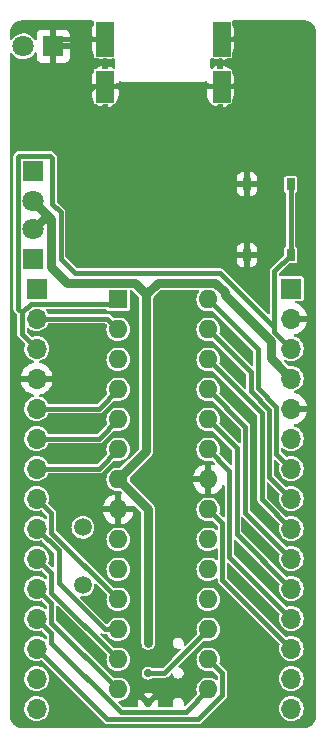
<source format=gbr>
%TF.GenerationSoftware,KiCad,Pcbnew,6.0.4-6f826c9f35~116~ubuntu20.04.1*%
%TF.CreationDate,2022-04-09T15:47:30+02:00*%
%TF.ProjectId,Arduini_TPSE,41726475-696e-4695-9f54-5053452e6b69,rev?*%
%TF.SameCoordinates,Original*%
%TF.FileFunction,Copper,L1,Top*%
%TF.FilePolarity,Positive*%
%FSLAX46Y46*%
G04 Gerber Fmt 4.6, Leading zero omitted, Abs format (unit mm)*
G04 Created by KiCad (PCBNEW 6.0.4-6f826c9f35~116~ubuntu20.04.1) date 2022-04-09 15:47:30*
%MOMM*%
%LPD*%
G01*
G04 APERTURE LIST*
%TA.AperFunction,EtchedComponent*%
%ADD10C,0.000100*%
%TD*%
%TA.AperFunction,ComponentPad*%
%ADD11C,1.500000*%
%TD*%
%TA.AperFunction,ComponentPad*%
%ADD12R,1.600000X1.600000*%
%TD*%
%TA.AperFunction,ComponentPad*%
%ADD13O,1.600000X1.600000*%
%TD*%
%TA.AperFunction,ComponentPad*%
%ADD14R,1.800000X1.800000*%
%TD*%
%TA.AperFunction,ComponentPad*%
%ADD15C,1.800000*%
%TD*%
%TA.AperFunction,SMDPad,CuDef*%
%ADD16R,0.700000X1.000000*%
%TD*%
%TA.AperFunction,ComponentPad*%
%ADD17O,1.250000X2.500000*%
%TD*%
%TA.AperFunction,ComponentPad*%
%ADD18R,1.700000X1.700000*%
%TD*%
%TA.AperFunction,ComponentPad*%
%ADD19O,1.700000X1.700000*%
%TD*%
%TA.AperFunction,ComponentPad*%
%ADD20C,0.700000*%
%TD*%
%TA.AperFunction,Conductor*%
%ADD21C,0.400000*%
%TD*%
%TA.AperFunction,Conductor*%
%ADD22C,0.800000*%
%TD*%
%TA.AperFunction,Conductor*%
%ADD23C,0.750000*%
%TD*%
G04 APERTURE END LIST*
%TO.C,J1*%
G36*
X18635000Y53050000D02*
G01*
X17225000Y53050000D01*
X17225000Y55650000D01*
X18635000Y55650000D01*
X18635000Y53050000D01*
G37*
D10*
X18635000Y53050000D02*
X17225000Y53050000D01*
X17225000Y55650000D01*
X18635000Y55650000D01*
X18635000Y53050000D01*
G36*
X8725000Y56925000D02*
G01*
X7315000Y56925000D01*
X7315000Y59775000D01*
X8725000Y59775000D01*
X8725000Y56925000D01*
G37*
X8725000Y56925000D02*
X7315000Y56925000D01*
X7315000Y59775000D01*
X8725000Y59775000D01*
X8725000Y56925000D01*
G36*
X8725000Y53050000D02*
G01*
X7315000Y53050000D01*
X7315000Y55650000D01*
X8725000Y55650000D01*
X8725000Y53050000D01*
G37*
X8725000Y53050000D02*
X7315000Y53050000D01*
X7315000Y55650000D01*
X8725000Y55650000D01*
X8725000Y53050000D01*
G36*
X18635000Y56925000D02*
G01*
X17225000Y56925000D01*
X17225000Y59775000D01*
X18635000Y59775000D01*
X18635000Y56925000D01*
G37*
X18635000Y56925000D02*
X17225000Y56925000D01*
X17225000Y59775000D01*
X18635000Y59775000D01*
X18635000Y56925000D01*
%TD*%
D11*
%TO.P,Y1,1,1*%
%TO.N,Net-(C5-Pad1)*%
X6200000Y12137500D03*
%TO.P,Y1,2,2*%
%TO.N,Net-(C4-Pad1)*%
X6200000Y17017500D03*
%TD*%
D12*
%TO.P,U4,1,~{RESET}/PC6*%
%TO.N,/Reset*%
X9200000Y36330000D03*
D13*
%TO.P,U4,2,PD0*%
%TO.N,/0(Rx)*%
X9200000Y33790000D03*
%TO.P,U4,3,PD1*%
%TO.N,/1(Tx)*%
X9200000Y31250000D03*
%TO.P,U4,4,PD2*%
%TO.N,/2*%
X9200000Y28710000D03*
%TO.P,U4,5,PD3*%
%TO.N,/3(\u002A\u002A)*%
X9200000Y26170000D03*
%TO.P,U4,6,PD4*%
%TO.N,/4*%
X9200000Y23630000D03*
%TO.P,U4,7,VCC*%
%TO.N,+5V*%
X9200000Y21090000D03*
%TO.P,U4,8,GND*%
%TO.N,GND*%
X9200000Y18550000D03*
%TO.P,U4,9,XTAL1/PB6*%
%TO.N,Net-(C4-Pad1)*%
X9200000Y16010000D03*
%TO.P,U4,10,XTAL2/PB7*%
%TO.N,Net-(C5-Pad1)*%
X9200000Y13470000D03*
%TO.P,U4,11,PD5*%
%TO.N,/5(\u002A\u002A)*%
X9200000Y10930000D03*
%TO.P,U4,12,PD6*%
%TO.N,/6(\u002A\u002A)*%
X9200000Y8390000D03*
%TO.P,U4,13,PD7*%
%TO.N,/7*%
X9200000Y5850000D03*
%TO.P,U4,14,PB0*%
%TO.N,/8*%
X9200000Y3310000D03*
%TO.P,U4,15,PB1*%
%TO.N,/9(\u002A\u002A)*%
X16820000Y3310000D03*
%TO.P,U4,16,PB2*%
%TO.N,/10(\u002A\u002A{slash}SS)*%
X16820000Y5850000D03*
%TO.P,U4,17,PB3*%
%TO.N,/11(\u002A\u002A{slash}MOSI)*%
X16820000Y8390000D03*
%TO.P,U4,18,PB4*%
%TO.N,/12(MISO)*%
X16820000Y10930000D03*
%TO.P,U4,19,PB5*%
%TO.N,/13(SCK)*%
X16820000Y13470000D03*
%TO.P,U4,20,AVCC*%
%TO.N,+5VA*%
X16820000Y16010000D03*
%TO.P,U4,21,AREF*%
%TO.N,/AREF*%
X16820000Y18550000D03*
%TO.P,U4,22,GND*%
%TO.N,GND*%
X16820000Y21090000D03*
%TO.P,U4,23,PC0*%
%TO.N,/A0*%
X16820000Y23630000D03*
%TO.P,U4,24,PC1*%
%TO.N,/A1*%
X16820000Y26170000D03*
%TO.P,U4,25,PC2*%
%TO.N,/A2*%
X16820000Y28710000D03*
%TO.P,U4,26,PC3*%
%TO.N,/A3*%
X16820000Y31250000D03*
%TO.P,U4,27,PC4*%
%TO.N,/A4*%
X16820000Y33790000D03*
%TO.P,U4,28,PC5*%
%TO.N,/A5*%
X16820000Y36330000D03*
%TD*%
D14*
%TO.P,D4,1,K*%
%TO.N,GND*%
X3700000Y57750000D03*
D15*
%TO.P,D4,2,A*%
%TO.N,Net-(D4-Pad2)*%
X1160000Y57750000D03*
%TD*%
D14*
%TO.P,D3,1,K*%
%TO.N,Net-(D3-Pad1)*%
X2025000Y39735000D03*
D15*
%TO.P,D3,2,A*%
%TO.N,+5V*%
X2025000Y42275000D03*
%TD*%
D14*
%TO.P,D2,1,K*%
%TO.N,Net-(D2-Pad1)*%
X2025000Y47185000D03*
D15*
%TO.P,D2,2,A*%
%TO.N,+5V*%
X2025000Y44645000D03*
%TD*%
D16*
%TO.P,SW1,1,1*%
%TO.N,GND*%
X20100000Y40080000D03*
X20100000Y46080000D03*
%TO.P,SW1,2,2*%
%TO.N,/Reset*%
X23800000Y46080000D03*
X23800000Y40080000D03*
%TD*%
D17*
%TO.P,J1,S1,SHIELD*%
%TO.N,GND*%
X8100000Y54350000D03*
%TO.P,J1,S2,SHIELD*%
X8100000Y58350000D03*
%TO.P,J1,S3,SHIELD*%
X17850000Y58350000D03*
%TO.P,J1,S4,SHIELD*%
X17850000Y54350000D03*
%TD*%
D18*
%TO.P,P1,1,Pin_1*%
%TO.N,/1(Tx)*%
X2300000Y37240000D03*
D19*
%TO.P,P1,2,Pin_2*%
%TO.N,/0(Rx)*%
X2300000Y34700000D03*
%TO.P,P1,3,Pin_3*%
%TO.N,/Reset*%
X2300000Y32160000D03*
%TO.P,P1,4,Pin_4*%
%TO.N,GND*%
X2300000Y29620000D03*
%TO.P,P1,5,Pin_5*%
%TO.N,/2*%
X2300000Y27080000D03*
%TO.P,P1,6,Pin_6*%
%TO.N,/3(\u002A\u002A)*%
X2300000Y24540000D03*
%TO.P,P1,7,Pin_7*%
%TO.N,/4*%
X2300000Y22000000D03*
%TO.P,P1,8,Pin_8*%
%TO.N,/5(\u002A\u002A)*%
X2300000Y19460000D03*
%TO.P,P1,9,Pin_9*%
%TO.N,/6(\u002A\u002A)*%
X2300000Y16920000D03*
%TO.P,P1,10,Pin_10*%
%TO.N,/7*%
X2300000Y14380000D03*
%TO.P,P1,11,Pin_11*%
%TO.N,/8*%
X2300000Y11840000D03*
%TO.P,P1,12,Pin_12*%
%TO.N,/9(\u002A\u002A)*%
X2300000Y9300000D03*
%TO.P,P1,13,Pin_13*%
%TO.N,/10(\u002A\u002A{slash}SS)*%
X2300000Y6760000D03*
%TO.P,P1,14,Pin_14*%
%TO.N,/11(\u002A\u002A{slash}MOSI)*%
X2300000Y4220000D03*
%TO.P,P1,15,Pin_15*%
%TO.N,/12(MISO)*%
X2300000Y1680000D03*
%TD*%
D20*
%TO.P,J2,2,Pin_2*%
%TO.N,+5V*%
X11735000Y7230000D03*
%TO.P,J2,4,Pin_4*%
%TO.N,/11(\u002A\u002A{slash}MOSI)*%
X11735000Y4690000D03*
%TO.P,J2,6,Pin_6*%
%TO.N,GND*%
X11735000Y2150000D03*
%TD*%
D18*
%TO.P,P2,1,Pin_1*%
%TO.N,/Vin*%
X23850000Y37240000D03*
D19*
%TO.P,P2,2,Pin_2*%
%TO.N,GND*%
X23850000Y34700000D03*
%TO.P,P2,3,Pin_3*%
%TO.N,/Reset*%
X23850000Y32160000D03*
%TO.P,P2,4,Pin_4*%
%TO.N,+5V*%
X23850000Y29620000D03*
%TO.P,P2,5,Pin_5*%
%TO.N,GND*%
X23850000Y27080000D03*
%TO.P,P2,6,Pin_6*%
%TO.N,+3V3*%
X23850000Y24540000D03*
%TO.P,P2,7,Pin_7*%
%TO.N,/A5*%
X23850000Y22000000D03*
%TO.P,P2,8,Pin_8*%
%TO.N,/A4*%
X23850000Y19460000D03*
%TO.P,P2,9,Pin_9*%
%TO.N,/A3*%
X23850000Y16920000D03*
%TO.P,P2,10,Pin_10*%
%TO.N,/A2*%
X23850000Y14380000D03*
%TO.P,P2,11,Pin_11*%
%TO.N,/A1*%
X23850000Y11840000D03*
%TO.P,P2,12,Pin_12*%
%TO.N,/A0*%
X23850000Y9300000D03*
%TO.P,P2,13,Pin_13*%
%TO.N,/AREF*%
X23850000Y6760000D03*
%TO.P,P2,14,Pin_14*%
%TO.N,+3V3*%
X23850000Y4220000D03*
%TO.P,P2,15,Pin_15*%
%TO.N,/13(SCK)*%
X23850000Y1680000D03*
%TD*%
D21*
%TO.N,/0(Rx)*%
X2300000Y34700000D02*
X8290000Y34700000D01*
X8290000Y34700000D02*
X9200000Y33790000D01*
%TO.N,/Reset*%
X4324022Y39775978D02*
X4324022Y43700978D01*
X1782435Y35949511D02*
X1050489Y35217565D01*
X17850000Y38550000D02*
X5550000Y38550000D01*
X22425000Y33585000D02*
X22425000Y38705000D01*
X4324022Y43700978D02*
X3625000Y44400000D01*
X3625000Y48275000D02*
X3415489Y48484511D01*
X1050489Y33409511D02*
X2300000Y32160000D01*
X9200000Y36330000D02*
X8819511Y35949511D01*
X725489Y35542565D02*
X1050489Y35217565D01*
X22425000Y33975000D02*
X17850000Y38550000D01*
X22425000Y38705000D02*
X22425000Y33975000D01*
X23850000Y32160000D02*
X22425000Y33585000D01*
X22425000Y38705000D02*
X23800000Y40080000D01*
X1050489Y35217565D02*
X1050489Y33409511D01*
X23800000Y40080000D02*
X23800000Y46080000D01*
X834511Y48484511D02*
X725489Y48375489D01*
X5550000Y38550000D02*
X4324022Y39775978D01*
X3415489Y48484511D02*
X834511Y48484511D01*
X8819511Y35949511D02*
X1782435Y35949511D01*
X725489Y48375489D02*
X725489Y35542565D01*
X3625000Y44400000D02*
X3625000Y48275000D01*
%TO.N,GND*%
X7075000Y54350000D02*
X6875000Y54150000D01*
X19425000Y58350000D02*
X19475000Y58300000D01*
X4300000Y58350000D02*
X3700000Y57750000D01*
X8100000Y54350000D02*
X17850000Y54350000D01*
X19275000Y54350000D02*
X19300000Y54325000D01*
X8100000Y58350000D02*
X4300000Y58350000D01*
X17850000Y58350000D02*
X19425000Y58350000D01*
X17850000Y54350000D02*
X19275000Y54350000D01*
X8100000Y54350000D02*
X7075000Y54350000D01*
%TO.N,/2*%
X7570000Y27080000D02*
X9200000Y28710000D01*
X2300000Y27080000D02*
X7570000Y27080000D01*
%TO.N,/3(\u002A\u002A)*%
X7570000Y24540000D02*
X9200000Y26170000D01*
X2300000Y24540000D02*
X7570000Y24540000D01*
%TO.N,/4*%
X2300000Y22000000D02*
X7570000Y22000000D01*
X7570000Y22000000D02*
X9200000Y23630000D01*
%TO.N,/5(\u002A\u002A)*%
X3549511Y16580489D02*
X9200000Y10930000D01*
X3549511Y18210489D02*
X3549511Y16580489D01*
X2300000Y19460000D02*
X3549511Y18210489D01*
%TO.N,/6(\u002A\u002A)*%
X8068630Y8390000D02*
X9200000Y8390000D01*
X4149022Y12309608D02*
X8068630Y8390000D01*
X2300000Y16920000D02*
X4149022Y15070978D01*
X4149022Y15070978D02*
X4149022Y12309608D01*
%TO.N,/7*%
X3549511Y13130489D02*
X3549511Y11500489D01*
X2300000Y14380000D02*
X3549511Y13130489D01*
X3549511Y11500489D02*
X9200000Y5850000D01*
%TO.N,/8*%
X3549511Y8960489D02*
X9200000Y3310000D01*
X3549511Y10590489D02*
X3549511Y8960489D01*
X2300000Y11840000D02*
X3549511Y10590489D01*
%TO.N,/9(\u002A\u002A)*%
X16820000Y3310000D02*
X14910489Y1400489D01*
X14910489Y1400489D02*
X9413145Y1400489D01*
X9413145Y1400489D02*
X3549511Y7264123D01*
X3549511Y7264123D02*
X3549511Y8050489D01*
X3549511Y8050489D02*
X2300000Y9300000D01*
D22*
%TO.N,+5V*%
X3170000Y43420000D02*
X2025000Y42275000D01*
X4895489Y37729511D02*
X3524511Y39100489D01*
X22118831Y32760489D02*
X18219511Y36659809D01*
X3524511Y43145489D02*
X2025000Y44645000D01*
X11575000Y23465000D02*
X9200000Y21090000D01*
X18219511Y36659809D02*
X18219511Y36924809D01*
X17414809Y37729511D02*
X12550489Y37729511D01*
X10599511Y37729511D02*
X4895489Y37729511D01*
X11575000Y36754022D02*
X10599511Y37729511D01*
X18219511Y36924809D02*
X17414809Y37729511D01*
D23*
X9200000Y21090000D02*
X11735000Y18555000D01*
X11735000Y18555000D02*
X11735000Y7230000D01*
D22*
X3524511Y39100489D02*
X3524511Y43145489D01*
X12550489Y37729511D02*
X11575000Y36754022D01*
X22118831Y31351169D02*
X22118831Y32760489D01*
X11575000Y36754022D02*
X11575000Y23465000D01*
X23850000Y29620000D02*
X22118831Y31351169D01*
D21*
%TO.N,/A5*%
X22600489Y23249511D02*
X22600489Y27234187D01*
X21051467Y32098533D02*
X16820000Y36330000D01*
X23850000Y22000000D02*
X22600489Y23249511D01*
X21051467Y28783210D02*
X21051467Y32098533D01*
X22600489Y27234187D02*
X21051467Y28783210D01*
%TO.N,/A4*%
X22000978Y26985862D02*
X20451956Y28534886D01*
X23850000Y19460000D02*
X22000978Y21309022D01*
X20451956Y28534886D02*
X20451957Y30158043D01*
X20451957Y30158043D02*
X16820000Y33790000D01*
X22000978Y21309022D02*
X22000978Y26985862D01*
%TO.N,/A3*%
X23850000Y16920000D02*
X21365000Y19405000D01*
X21365000Y26705000D02*
X16820000Y31250000D01*
X21365000Y19405000D02*
X21365000Y26705000D01*
%TO.N,/A2*%
X19975000Y25555000D02*
X16820000Y28710000D01*
X19975000Y18255000D02*
X19975000Y25555000D01*
X23850000Y14380000D02*
X19975000Y18255000D01*
%TO.N,/A1*%
X19218532Y16471468D02*
X19218532Y23771468D01*
X23850000Y11840000D02*
X19218532Y16471468D01*
X19218532Y23771468D02*
X16820000Y26170000D01*
%TO.N,/A0*%
X18619022Y14530978D02*
X18619022Y21830978D01*
X18619022Y21830978D02*
X16820000Y23630000D01*
X23850000Y9300000D02*
X18619022Y14530978D01*
%TO.N,/AREF*%
X18019511Y17350489D02*
X16820000Y18550000D01*
X18019511Y12590489D02*
X18019511Y17350489D01*
X23850000Y6760000D02*
X18019511Y12590489D01*
%TO.N,/10(\u002A\u002A{slash}SS)*%
X18019511Y4650489D02*
X16820000Y5850000D01*
X2300000Y6760000D02*
X8280000Y780000D01*
X8280000Y780000D02*
X15986366Y780000D01*
X18019511Y2813145D02*
X18019511Y4650489D01*
X15986366Y780000D02*
X18019511Y2813145D01*
%TO.N,/11(\u002A\u002A{slash}MOSI)*%
X13120000Y4690000D02*
X16820000Y8390000D01*
X11735000Y4690000D02*
X13120000Y4690000D01*
%TD*%
%TA.AperFunction,Conductor*%
%TO.N,GND*%
G36*
X7080429Y59930593D02*
G01*
X7116393Y59881093D01*
X7118684Y59829632D01*
X7114484Y59820924D01*
X7114474Y59809779D01*
X7114474Y59809778D01*
X7114464Y59797852D01*
X7114464Y59797850D01*
X7112673Y59797852D01*
X7112679Y59797790D01*
X7114450Y59797790D01*
X7114450Y59782037D01*
X7114407Y59732329D01*
X7114404Y59729426D01*
X7114447Y59729336D01*
X7114450Y59729310D01*
X7114450Y59566558D01*
X7098619Y59512856D01*
X7092082Y59502732D01*
X7087771Y59494416D01*
X7010473Y59302616D01*
X7007813Y59293636D01*
X6967960Y59089559D01*
X6967104Y59082506D01*
X6967060Y59081601D01*
X6967000Y59079154D01*
X6967000Y58619680D01*
X6971122Y58606995D01*
X6975243Y58604000D01*
X7015450Y58604000D01*
X7073641Y58585093D01*
X7109605Y58535593D01*
X7114450Y58505000D01*
X7114450Y58195000D01*
X7095543Y58136809D01*
X7046043Y58100845D01*
X7015450Y58096000D01*
X6982680Y58096000D01*
X6969995Y58091878D01*
X6967000Y58087757D01*
X6967000Y57673340D01*
X6967225Y57668626D01*
X6981932Y57514475D01*
X6983708Y57505254D01*
X7041913Y57306849D01*
X7045396Y57298142D01*
X7103463Y57185397D01*
X7114450Y57140067D01*
X7114450Y56932037D01*
X7114404Y56879426D01*
X7119228Y56869379D01*
X7119229Y56869376D01*
X7119663Y56868473D01*
X7126937Y56847644D01*
X7129641Y56835793D01*
X7136588Y56827075D01*
X7137048Y56826498D01*
X7148864Y56807663D01*
X7154011Y56796944D01*
X7163503Y56789353D01*
X7179088Y56773741D01*
X7186663Y56764235D01*
X7197364Y56759074D01*
X7216186Y56747221D01*
X7225469Y56739797D01*
X7236330Y56737299D01*
X7236333Y56737298D01*
X7237313Y56737073D01*
X7258131Y56729763D01*
X7269076Y56724484D01*
X7280222Y56724474D01*
X7280223Y56724474D01*
X7292150Y56724464D01*
X7292148Y56722673D01*
X7292210Y56722679D01*
X7292210Y56724450D01*
X7307963Y56724450D01*
X7360281Y56724404D01*
X7360574Y56724404D01*
X7360664Y56724447D01*
X7360690Y56724450D01*
X7540344Y56724450D01*
X7589919Y56711143D01*
X7622132Y56692507D01*
X7630655Y56688605D01*
X7825993Y56620772D01*
X7831581Y56619410D01*
X7843627Y56621480D01*
X7844637Y56622517D01*
X7848586Y56639452D01*
X7850411Y56639026D01*
X7864907Y56683641D01*
X7914407Y56719605D01*
X7945000Y56724450D01*
X8255000Y56724450D01*
X8313191Y56705543D01*
X8349155Y56656043D01*
X8350603Y56646903D01*
X8357932Y56624344D01*
X8367333Y56623979D01*
X8465964Y56647750D01*
X8474836Y56650804D01*
X8617285Y56715572D01*
X8658261Y56724450D01*
X8717963Y56724450D01*
X8770574Y56724404D01*
X8780621Y56729228D01*
X8780624Y56729229D01*
X8781527Y56729663D01*
X8802356Y56736937D01*
X8814207Y56739641D01*
X8814893Y56740188D01*
X8868199Y56747396D01*
X8922072Y56718390D01*
X8948607Y56663258D01*
X8949500Y56649991D01*
X8949500Y55954941D01*
X8930593Y55896750D01*
X8881093Y55860786D01*
X8819907Y55860786D01*
X8785616Y55880167D01*
X8764489Y55898500D01*
X8756847Y55903951D01*
X8577868Y56007493D01*
X8569345Y56011395D01*
X8374007Y56079228D01*
X8368419Y56080590D01*
X8356373Y56078520D01*
X8355363Y56077483D01*
X8354000Y56071639D01*
X8354000Y55949550D01*
X8335093Y55891359D01*
X8285593Y55855395D01*
X8255000Y55850550D01*
X7945000Y55850550D01*
X7886809Y55869457D01*
X7850845Y55918957D01*
X7846000Y55949550D01*
X7846000Y56063554D01*
X7842068Y56075656D01*
X7832667Y56076021D01*
X7734036Y56052250D01*
X7725164Y56049196D01*
X7536934Y55963612D01*
X7528806Y55958939D01*
X7401737Y55868802D01*
X7344458Y55850550D01*
X7322037Y55850550D01*
X7269426Y55850596D01*
X7259379Y55845772D01*
X7259376Y55845771D01*
X7258473Y55845337D01*
X7237644Y55838063D01*
X7225793Y55835359D01*
X7217075Y55828412D01*
X7216498Y55827952D01*
X7197663Y55816136D01*
X7186944Y55810989D01*
X7179353Y55801497D01*
X7163741Y55785912D01*
X7154235Y55778337D01*
X7149391Y55768294D01*
X7149075Y55767638D01*
X7137221Y55748814D01*
X7129797Y55739531D01*
X7127299Y55728670D01*
X7127298Y55728667D01*
X7127073Y55727687D01*
X7119763Y55706869D01*
X7114484Y55695924D01*
X7114464Y55672850D01*
X7112673Y55672852D01*
X7112679Y55672790D01*
X7114450Y55672790D01*
X7114450Y55657037D01*
X7114404Y55604426D01*
X7114447Y55604336D01*
X7114450Y55604310D01*
X7114450Y55566558D01*
X7098619Y55512856D01*
X7092082Y55502732D01*
X7087771Y55494416D01*
X7010473Y55302616D01*
X7007813Y55293636D01*
X6967960Y55089559D01*
X6967104Y55082506D01*
X6967060Y55081601D01*
X6967000Y55079154D01*
X6967000Y54619680D01*
X6971122Y54606995D01*
X6975243Y54604000D01*
X7015450Y54604000D01*
X7073641Y54585093D01*
X7109605Y54535593D01*
X7114450Y54505000D01*
X7114450Y54195000D01*
X7095543Y54136809D01*
X7046043Y54100845D01*
X7015450Y54096000D01*
X6982680Y54096000D01*
X6969995Y54091878D01*
X6967000Y54087757D01*
X6967000Y53673340D01*
X6967225Y53668626D01*
X6981932Y53514475D01*
X6983708Y53505254D01*
X7041913Y53306849D01*
X7045396Y53298142D01*
X7103463Y53185397D01*
X7114450Y53140067D01*
X7114450Y53057037D01*
X7114404Y53004426D01*
X7119228Y52994379D01*
X7119229Y52994376D01*
X7119663Y52993473D01*
X7126937Y52972644D01*
X7129641Y52960793D01*
X7136588Y52952075D01*
X7137048Y52951498D01*
X7148864Y52932663D01*
X7154011Y52921944D01*
X7163503Y52914353D01*
X7179088Y52898741D01*
X7186663Y52889235D01*
X7197364Y52884074D01*
X7216186Y52872221D01*
X7225469Y52864797D01*
X7236330Y52862299D01*
X7236333Y52862298D01*
X7237313Y52862073D01*
X7258131Y52854763D01*
X7269076Y52849484D01*
X7280222Y52849474D01*
X7280223Y52849474D01*
X7292150Y52849464D01*
X7292148Y52847673D01*
X7292210Y52847679D01*
X7292210Y52849450D01*
X7307963Y52849450D01*
X7343411Y52849419D01*
X7401585Y52830461D01*
X7408209Y52825192D01*
X7435511Y52801500D01*
X7443153Y52796049D01*
X7622132Y52692507D01*
X7630655Y52688605D01*
X7825993Y52620772D01*
X7831581Y52619410D01*
X7843627Y52621480D01*
X7844637Y52622517D01*
X7846000Y52628361D01*
X7846000Y52750450D01*
X7864907Y52808641D01*
X7914407Y52844605D01*
X7945000Y52849450D01*
X8255000Y52849450D01*
X8313191Y52830543D01*
X8349155Y52781043D01*
X8354000Y52750450D01*
X8354000Y52636446D01*
X8357932Y52624344D01*
X8367333Y52623979D01*
X8465964Y52647750D01*
X8474836Y52650804D01*
X8663066Y52736388D01*
X8671199Y52741064D01*
X8839850Y52860697D01*
X8846950Y52866826D01*
X8989938Y53016192D01*
X8995752Y53023555D01*
X9107918Y53197268D01*
X9112229Y53205584D01*
X9189527Y53397384D01*
X9192187Y53406364D01*
X9232040Y53610441D01*
X9232896Y53617494D01*
X9232940Y53618399D01*
X9233000Y53620846D01*
X9233000Y54080320D01*
X9228878Y54093005D01*
X9224757Y54096000D01*
X9024550Y54096000D01*
X8966359Y54114907D01*
X8930395Y54164407D01*
X8925550Y54195000D01*
X8925550Y54505000D01*
X8944457Y54563191D01*
X8993957Y54599155D01*
X9024550Y54604000D01*
X9217320Y54604000D01*
X9230005Y54608122D01*
X9233000Y54612243D01*
X9233000Y54723525D01*
X9251907Y54781716D01*
X9301407Y54817680D01*
X9362593Y54817680D01*
X9378668Y54810835D01*
X9433146Y54781716D01*
X9472953Y54760439D01*
X9477607Y54759027D01*
X9477610Y54759026D01*
X9628617Y54713218D01*
X9628621Y54713217D01*
X9633273Y54711806D01*
X9799854Y54695399D01*
X9800000Y54695339D01*
X9809914Y54699446D01*
X9821622Y54698557D01*
X9827547Y54699500D01*
X16139955Y54699500D01*
X16139955Y54699459D01*
X16140032Y54699468D01*
X16150000Y54695339D01*
X16150146Y54695399D01*
X16170709Y54697424D01*
X16170710Y54697424D01*
X16311884Y54711329D01*
X16316727Y54711806D01*
X16321379Y54713217D01*
X16321383Y54713218D01*
X16472390Y54759026D01*
X16472393Y54759027D01*
X16477047Y54760439D01*
X16516854Y54781716D01*
X16571332Y54810835D01*
X16631565Y54821591D01*
X16686616Y54794889D01*
X16715458Y54740929D01*
X16717000Y54723525D01*
X16717000Y54619680D01*
X16721122Y54606995D01*
X16725243Y54604000D01*
X16925450Y54604000D01*
X16983641Y54585093D01*
X17019605Y54535593D01*
X17024450Y54505000D01*
X17024450Y54195000D01*
X17005543Y54136809D01*
X16956043Y54100845D01*
X16925450Y54096000D01*
X16732680Y54096000D01*
X16719995Y54091878D01*
X16717000Y54087757D01*
X16717000Y53673340D01*
X16717225Y53668626D01*
X16731932Y53514475D01*
X16733708Y53505254D01*
X16791913Y53306849D01*
X16795397Y53298137D01*
X16890074Y53114311D01*
X16895141Y53106418D01*
X17022868Y52943815D01*
X17029341Y52937017D01*
X17185511Y52801500D01*
X17193153Y52796049D01*
X17372132Y52692507D01*
X17380655Y52688605D01*
X17575993Y52620772D01*
X17581581Y52619410D01*
X17593627Y52621480D01*
X17594637Y52622517D01*
X17596000Y52628361D01*
X17596000Y52750450D01*
X17614907Y52808641D01*
X17664407Y52844605D01*
X17695000Y52849450D01*
X18005000Y52849450D01*
X18063191Y52830543D01*
X18099155Y52781043D01*
X18104000Y52750450D01*
X18104000Y52636446D01*
X18107932Y52624344D01*
X18117333Y52623979D01*
X18215964Y52647750D01*
X18224836Y52650804D01*
X18413066Y52736388D01*
X18421194Y52741061D01*
X18548263Y52831198D01*
X18605542Y52849450D01*
X18627963Y52849450D01*
X18680574Y52849404D01*
X18690621Y52854228D01*
X18690624Y52854229D01*
X18691527Y52854663D01*
X18712356Y52861937D01*
X18724207Y52864641D01*
X18733503Y52872049D01*
X18752337Y52883864D01*
X18763056Y52889011D01*
X18770647Y52898503D01*
X18786259Y52914088D01*
X18795765Y52921663D01*
X18800926Y52932364D01*
X18812779Y52951186D01*
X18820203Y52960469D01*
X18822701Y52971330D01*
X18822702Y52971333D01*
X18822927Y52972313D01*
X18830237Y52993131D01*
X18835516Y53004076D01*
X18835536Y53027150D01*
X18837327Y53027148D01*
X18837321Y53027210D01*
X18835550Y53027210D01*
X18835550Y53042963D01*
X18835596Y53095281D01*
X18835596Y53095574D01*
X18835553Y53095664D01*
X18835550Y53095690D01*
X18835550Y53133442D01*
X18851381Y53187144D01*
X18857918Y53197268D01*
X18862229Y53205584D01*
X18939527Y53397384D01*
X18942187Y53406364D01*
X18982040Y53610441D01*
X18982896Y53617494D01*
X18982940Y53618399D01*
X18983000Y53620846D01*
X18983000Y54080320D01*
X18978878Y54093005D01*
X18974757Y54096000D01*
X18934550Y54096000D01*
X18876359Y54114907D01*
X18840395Y54164407D01*
X18835550Y54195000D01*
X18835550Y54505000D01*
X18854457Y54563191D01*
X18903957Y54599155D01*
X18934550Y54604000D01*
X18967320Y54604000D01*
X18980005Y54608122D01*
X18983000Y54612243D01*
X18983000Y55026660D01*
X18982775Y55031374D01*
X18968068Y55185525D01*
X18966292Y55194746D01*
X18908087Y55393151D01*
X18904604Y55401858D01*
X18846537Y55514603D01*
X18835550Y55559933D01*
X18835550Y55642963D01*
X18835586Y55684426D01*
X18835596Y55695574D01*
X18830772Y55705621D01*
X18830771Y55705624D01*
X18830337Y55706527D01*
X18823063Y55727356D01*
X18820359Y55739207D01*
X18812951Y55748503D01*
X18801136Y55767337D01*
X18795989Y55778056D01*
X18786497Y55785647D01*
X18770912Y55801259D01*
X18763337Y55810765D01*
X18752636Y55815926D01*
X18733814Y55827779D01*
X18724531Y55835203D01*
X18713670Y55837701D01*
X18713667Y55837702D01*
X18712687Y55837927D01*
X18691869Y55845237D01*
X18680924Y55850516D01*
X18669778Y55850526D01*
X18669777Y55850526D01*
X18657850Y55850536D01*
X18657852Y55852327D01*
X18657790Y55852321D01*
X18657790Y55850550D01*
X18642037Y55850550D01*
X18606589Y55850581D01*
X18548415Y55869539D01*
X18541791Y55874808D01*
X18514489Y55898500D01*
X18506847Y55903951D01*
X18327868Y56007493D01*
X18319345Y56011395D01*
X18124007Y56079228D01*
X18118419Y56080590D01*
X18106373Y56078520D01*
X18105363Y56077483D01*
X18104000Y56071639D01*
X18104000Y55949550D01*
X18085093Y55891359D01*
X18035593Y55855395D01*
X18005000Y55850550D01*
X17695000Y55850550D01*
X17636809Y55869457D01*
X17600845Y55918957D01*
X17596000Y55949550D01*
X17596000Y56063554D01*
X17592068Y56075656D01*
X17582667Y56076021D01*
X17484036Y56052250D01*
X17475164Y56049196D01*
X17286934Y55963612D01*
X17278801Y55958936D01*
X17156778Y55872379D01*
X17098377Y55854133D01*
X17040404Y55873700D01*
X17005004Y55923604D01*
X17000500Y55953127D01*
X17000500Y56649978D01*
X17019407Y56708169D01*
X17068907Y56744133D01*
X17130047Y56744133D01*
X17135469Y56739797D01*
X17146334Y56737299D01*
X17146335Y56737298D01*
X17147313Y56737073D01*
X17168131Y56729763D01*
X17179076Y56724484D01*
X17190222Y56724474D01*
X17190223Y56724474D01*
X17202150Y56724464D01*
X17202148Y56722673D01*
X17202210Y56722679D01*
X17202210Y56724450D01*
X17217963Y56724450D01*
X17270281Y56724404D01*
X17270574Y56724404D01*
X17270664Y56724447D01*
X17270690Y56724450D01*
X17290344Y56724450D01*
X17339919Y56711143D01*
X17372132Y56692507D01*
X17380655Y56688605D01*
X17575993Y56620772D01*
X17581581Y56619410D01*
X17593627Y56621480D01*
X17594637Y56622517D01*
X17598586Y56639452D01*
X17600411Y56639026D01*
X17614907Y56683641D01*
X17664407Y56719605D01*
X17695000Y56724450D01*
X18005000Y56724450D01*
X18063191Y56705543D01*
X18099155Y56656043D01*
X18100603Y56646903D01*
X18107932Y56624344D01*
X18117333Y56623979D01*
X18215964Y56647750D01*
X18224836Y56650804D01*
X18367285Y56715572D01*
X18408261Y56724450D01*
X18627963Y56724450D01*
X18680574Y56724404D01*
X18690621Y56729228D01*
X18690624Y56729229D01*
X18691527Y56729663D01*
X18712356Y56736937D01*
X18724207Y56739641D01*
X18733503Y56747049D01*
X18752337Y56758864D01*
X18763056Y56764011D01*
X18770647Y56773503D01*
X18786259Y56789088D01*
X18795765Y56796663D01*
X18800926Y56807364D01*
X18812779Y56826186D01*
X18820203Y56835469D01*
X18822701Y56846330D01*
X18822702Y56846333D01*
X18822927Y56847313D01*
X18830237Y56868131D01*
X18835516Y56879076D01*
X18835527Y56891087D01*
X18835536Y56902150D01*
X18837327Y56902148D01*
X18837321Y56902210D01*
X18835550Y56902210D01*
X18835550Y56917963D01*
X18835596Y56970281D01*
X18835596Y56970574D01*
X18835553Y56970664D01*
X18835550Y56970690D01*
X18835550Y57133442D01*
X18851381Y57187144D01*
X18857918Y57197268D01*
X18862229Y57205584D01*
X18939527Y57397384D01*
X18942187Y57406364D01*
X18982040Y57610441D01*
X18982896Y57617494D01*
X18982940Y57618399D01*
X18983000Y57620846D01*
X18983000Y58080320D01*
X18978878Y58093005D01*
X18974757Y58096000D01*
X18934550Y58096000D01*
X18876359Y58114907D01*
X18840395Y58164407D01*
X18835550Y58195000D01*
X18835550Y58505000D01*
X18854457Y58563191D01*
X18903957Y58599155D01*
X18934550Y58604000D01*
X18967320Y58604000D01*
X18980005Y58608122D01*
X18983000Y58612243D01*
X18983000Y59026660D01*
X18982775Y59031374D01*
X18968068Y59185525D01*
X18966292Y59194746D01*
X18908087Y59393151D01*
X18904604Y59401858D01*
X18846537Y59514603D01*
X18835550Y59559933D01*
X18835550Y59767963D01*
X18835586Y59809428D01*
X18835596Y59820574D01*
X18831321Y59829478D01*
X18836785Y59889503D01*
X18877088Y59935538D01*
X18927778Y59949500D01*
X24989955Y59949500D01*
X24989955Y59949458D01*
X24990034Y59949467D01*
X25000000Y59945339D01*
X25008294Y59948774D01*
X25009845Y59948638D01*
X25009846Y59948638D01*
X25156247Y59935830D01*
X25173243Y59932834D01*
X25316390Y59894477D01*
X25332595Y59888579D01*
X25461287Y59828569D01*
X25466899Y59825952D01*
X25481843Y59817324D01*
X25603229Y59732329D01*
X25616449Y59721237D01*
X25721237Y59616449D01*
X25732329Y59603229D01*
X25817324Y59481843D01*
X25825952Y59466899D01*
X25888579Y59332595D01*
X25894477Y59316390D01*
X25923432Y59208329D01*
X25932834Y59173242D01*
X25935830Y59156247D01*
X25948774Y59008294D01*
X25946937Y59008133D01*
X25947436Y59005064D01*
X25945339Y59000000D01*
X25949424Y58990138D01*
X25948522Y58978673D01*
X25949500Y58972502D01*
X25949500Y1010045D01*
X25949458Y1010045D01*
X25949467Y1009966D01*
X25945339Y1000000D01*
X25948774Y991706D01*
X25948638Y990155D01*
X25948638Y990154D01*
X25935830Y843753D01*
X25932834Y826758D01*
X25894479Y683614D01*
X25888579Y667405D01*
X25829942Y541658D01*
X25825952Y533101D01*
X25817324Y518157D01*
X25732329Y396771D01*
X25721237Y383551D01*
X25616449Y278763D01*
X25603229Y267671D01*
X25481843Y182676D01*
X25466899Y174048D01*
X25332595Y111421D01*
X25316390Y105523D01*
X25246387Y86765D01*
X25173242Y67166D01*
X25156247Y64170D01*
X25008294Y51226D01*
X25008133Y53063D01*
X25005064Y52564D01*
X25000000Y54661D01*
X24990138Y50576D01*
X24978673Y51478D01*
X24972502Y50500D01*
X1010045Y50500D01*
X1010045Y50542D01*
X1009966Y50533D01*
X1000000Y54661D01*
X991706Y51226D01*
X990155Y51362D01*
X990154Y51362D01*
X843753Y64170D01*
X826758Y67166D01*
X753613Y86765D01*
X683610Y105523D01*
X667405Y111421D01*
X533101Y174048D01*
X518157Y182676D01*
X396771Y267671D01*
X383551Y278763D01*
X278763Y383551D01*
X267671Y396771D01*
X182676Y518157D01*
X174048Y533101D01*
X170058Y541658D01*
X111421Y667405D01*
X105521Y683614D01*
X67166Y826758D01*
X64170Y843753D01*
X51226Y991706D01*
X53063Y991867D01*
X52564Y994936D01*
X54661Y1000000D01*
X50576Y1009862D01*
X51478Y1021327D01*
X50500Y1027498D01*
X50500Y1694738D01*
X1244520Y1694738D01*
X1261759Y1489447D01*
X1318544Y1291414D01*
X1412712Y1108182D01*
X1540677Y946730D01*
X1544357Y943598D01*
X1544359Y943596D01*
X1657017Y847717D01*
X1697564Y813209D01*
X1701787Y810849D01*
X1701791Y810846D01*
X1741342Y788742D01*
X1877398Y712703D01*
X1881996Y711209D01*
X2068724Y650537D01*
X2068726Y650536D01*
X2073329Y649041D01*
X2277894Y624649D01*
X2282716Y625020D01*
X2282719Y625020D01*
X2350541Y630239D01*
X2483300Y640454D01*
X2681725Y695855D01*
X2686038Y698034D01*
X2686044Y698036D01*
X2861289Y786559D01*
X2861291Y786560D01*
X2865610Y788742D01*
X2924973Y835121D01*
X3024135Y912594D01*
X3024139Y912598D01*
X3027951Y915576D01*
X3162564Y1071528D01*
X3181231Y1104387D01*
X3261934Y1246450D01*
X3261935Y1246453D01*
X3264323Y1250656D01*
X3277882Y1291414D01*
X3327824Y1441546D01*
X3327824Y1441548D01*
X3329351Y1446137D01*
X3355171Y1650526D01*
X3355583Y1680000D01*
X3343422Y1804033D01*
X3335952Y1880220D01*
X3335951Y1880224D01*
X3335480Y1885030D01*
X3332922Y1893505D01*
X3277333Y2077620D01*
X3275935Y2082251D01*
X3179218Y2264151D01*
X3049011Y2423800D01*
X3009417Y2456555D01*
X2894002Y2552035D01*
X2894000Y2552036D01*
X2890275Y2555118D01*
X2709055Y2653103D01*
X2619261Y2680899D01*
X2516875Y2712593D01*
X2516871Y2712594D01*
X2512254Y2714023D01*
X2507446Y2714528D01*
X2507443Y2714529D01*
X2312185Y2735051D01*
X2312183Y2735051D01*
X2307369Y2735557D01*
X2247354Y2730095D01*
X2107022Y2717325D01*
X2107017Y2717324D01*
X2102203Y2716886D01*
X1904572Y2658720D01*
X1900288Y2656481D01*
X1900287Y2656480D01*
X1835772Y2622752D01*
X1722002Y2563274D01*
X1718231Y2560242D01*
X1565220Y2437219D01*
X1565217Y2437217D01*
X1561447Y2434185D01*
X1558333Y2430474D01*
X1558332Y2430473D01*
X1466670Y2321234D01*
X1429024Y2276370D01*
X1426689Y2272122D01*
X1426688Y2272121D01*
X1420142Y2260213D01*
X1329776Y2095838D01*
X1328313Y2091225D01*
X1328311Y2091221D01*
X1277861Y1932182D01*
X1267484Y1899468D01*
X1266944Y1894656D01*
X1266944Y1894655D01*
X1258559Y1819896D01*
X1244520Y1694738D01*
X50500Y1694738D01*
X50500Y4234738D01*
X1244520Y4234738D01*
X1244925Y4229918D01*
X1258877Y4063773D01*
X1261759Y4029447D01*
X1263092Y4024799D01*
X1263092Y4024798D01*
X1309753Y3862073D01*
X1318544Y3831414D01*
X1412712Y3648182D01*
X1540677Y3486730D01*
X1544357Y3483598D01*
X1544359Y3483596D01*
X1638248Y3403691D01*
X1697564Y3353209D01*
X1701787Y3350849D01*
X1701791Y3350846D01*
X1818702Y3285507D01*
X1877398Y3252703D01*
X1881996Y3251209D01*
X2068724Y3190537D01*
X2068726Y3190536D01*
X2073329Y3189041D01*
X2277894Y3164649D01*
X2282716Y3165020D01*
X2282719Y3165020D01*
X2350541Y3170239D01*
X2483300Y3180454D01*
X2681725Y3235855D01*
X2686038Y3238034D01*
X2686044Y3238036D01*
X2861289Y3326559D01*
X2861291Y3326560D01*
X2865610Y3328742D01*
X2961541Y3403691D01*
X3024135Y3452594D01*
X3024139Y3452598D01*
X3027951Y3455576D01*
X3162564Y3611528D01*
X3181231Y3644387D01*
X3261934Y3786450D01*
X3261935Y3786453D01*
X3264323Y3790656D01*
X3277882Y3831414D01*
X3327824Y3981546D01*
X3327824Y3981548D01*
X3329351Y3986137D01*
X3332953Y4014645D01*
X3354823Y4187772D01*
X3355171Y4190526D01*
X3355583Y4220000D01*
X3354233Y4233768D01*
X3335952Y4420220D01*
X3335951Y4420224D01*
X3335480Y4425030D01*
X3314082Y4495905D01*
X3277333Y4617620D01*
X3275935Y4622251D01*
X3179218Y4804151D01*
X3049011Y4963800D01*
X3014788Y4992112D01*
X2894002Y5092035D01*
X2894000Y5092036D01*
X2890275Y5095118D01*
X2709055Y5193103D01*
X2578757Y5233437D01*
X2516875Y5252593D01*
X2516871Y5252594D01*
X2512254Y5254023D01*
X2507446Y5254528D01*
X2507443Y5254529D01*
X2312185Y5275051D01*
X2312183Y5275051D01*
X2307369Y5275557D01*
X2247354Y5270095D01*
X2107022Y5257325D01*
X2107017Y5257324D01*
X2102203Y5256886D01*
X1904572Y5198720D01*
X1900288Y5196481D01*
X1900287Y5196480D01*
X1843722Y5166908D01*
X1722002Y5103274D01*
X1718231Y5100242D01*
X1565220Y4977219D01*
X1565217Y4977217D01*
X1561447Y4974185D01*
X1558333Y4970474D01*
X1558332Y4970473D01*
X1466670Y4861234D01*
X1429024Y4816370D01*
X1426689Y4812122D01*
X1426688Y4812121D01*
X1419955Y4799874D01*
X1329776Y4635838D01*
X1328313Y4631225D01*
X1328311Y4631221D01*
X1285854Y4497377D01*
X1267484Y4439468D01*
X1266944Y4434656D01*
X1266944Y4434655D01*
X1247489Y4261203D01*
X1244520Y4234738D01*
X50500Y4234738D01*
X50500Y6774738D01*
X1244520Y6774738D01*
X1261759Y6569447D01*
X1263092Y6564799D01*
X1263092Y6564798D01*
X1309753Y6402073D01*
X1318544Y6371414D01*
X1412712Y6188182D01*
X1540677Y6026730D01*
X1544357Y6023598D01*
X1544359Y6023596D01*
X1657017Y5927717D01*
X1697564Y5893209D01*
X1701787Y5890849D01*
X1701791Y5890846D01*
X1818702Y5825507D01*
X1877398Y5792703D01*
X1881996Y5791209D01*
X2068724Y5730537D01*
X2068726Y5730536D01*
X2073329Y5729041D01*
X2277894Y5704649D01*
X2282716Y5705020D01*
X2282719Y5705020D01*
X2350541Y5710239D01*
X2483300Y5720454D01*
X2654168Y5768161D01*
X2715300Y5765599D01*
X2750795Y5742812D01*
X5360272Y3133336D01*
X8041658Y451950D01*
X8063156Y440996D01*
X8076386Y432889D01*
X8095910Y418704D01*
X8103315Y416298D01*
X8103319Y416296D01*
X8118857Y411248D01*
X8133203Y405305D01*
X8154696Y394354D01*
X8162389Y393136D01*
X8162391Y393135D01*
X8178519Y390581D01*
X8193620Y386956D01*
X8216567Y379500D01*
X16049799Y379500D01*
X16072746Y386956D01*
X16087847Y390581D01*
X16103975Y393135D01*
X16103977Y393136D01*
X16111670Y394354D01*
X16133163Y405305D01*
X16147509Y411248D01*
X16163045Y416296D01*
X16170456Y418704D01*
X16189973Y432884D01*
X16203212Y440998D01*
X16224708Y451950D01*
X16247271Y474513D01*
X16247275Y474516D01*
X17467496Y1694738D01*
X22794520Y1694738D01*
X22811759Y1489447D01*
X22868544Y1291414D01*
X22962712Y1108182D01*
X23090677Y946730D01*
X23094357Y943598D01*
X23094359Y943596D01*
X23207017Y847717D01*
X23247564Y813209D01*
X23251787Y810849D01*
X23251791Y810846D01*
X23291342Y788742D01*
X23427398Y712703D01*
X23431996Y711209D01*
X23618724Y650537D01*
X23618726Y650536D01*
X23623329Y649041D01*
X23827894Y624649D01*
X23832716Y625020D01*
X23832719Y625020D01*
X23900541Y630239D01*
X24033300Y640454D01*
X24231725Y695855D01*
X24236038Y698034D01*
X24236044Y698036D01*
X24411289Y786559D01*
X24411291Y786560D01*
X24415610Y788742D01*
X24474973Y835121D01*
X24574135Y912594D01*
X24574139Y912598D01*
X24577951Y915576D01*
X24712564Y1071528D01*
X24731231Y1104387D01*
X24811934Y1246450D01*
X24811935Y1246453D01*
X24814323Y1250656D01*
X24827882Y1291414D01*
X24877824Y1441546D01*
X24877824Y1441548D01*
X24879351Y1446137D01*
X24905171Y1650526D01*
X24905583Y1680000D01*
X24893422Y1804033D01*
X24885952Y1880220D01*
X24885951Y1880224D01*
X24885480Y1885030D01*
X24882922Y1893505D01*
X24827333Y2077620D01*
X24825935Y2082251D01*
X24729218Y2264151D01*
X24599011Y2423800D01*
X24559417Y2456555D01*
X24444002Y2552035D01*
X24444000Y2552036D01*
X24440275Y2555118D01*
X24259055Y2653103D01*
X24169261Y2680899D01*
X24066875Y2712593D01*
X24066871Y2712594D01*
X24062254Y2714023D01*
X24057446Y2714528D01*
X24057443Y2714529D01*
X23862185Y2735051D01*
X23862183Y2735051D01*
X23857369Y2735557D01*
X23797354Y2730095D01*
X23657022Y2717325D01*
X23657017Y2717324D01*
X23652203Y2716886D01*
X23454572Y2658720D01*
X23450288Y2656481D01*
X23450287Y2656480D01*
X23385772Y2622752D01*
X23272002Y2563274D01*
X23268231Y2560242D01*
X23115220Y2437219D01*
X23115217Y2437217D01*
X23111447Y2434185D01*
X23108333Y2430474D01*
X23108332Y2430473D01*
X23016670Y2321234D01*
X22979024Y2276370D01*
X22976689Y2272122D01*
X22976688Y2272121D01*
X22970142Y2260213D01*
X22879776Y2095838D01*
X22878313Y2091225D01*
X22878311Y2091221D01*
X22827861Y1932182D01*
X22817484Y1899468D01*
X22816944Y1894656D01*
X22816944Y1894655D01*
X22808559Y1819896D01*
X22794520Y1694738D01*
X17467496Y1694738D01*
X18324994Y2552236D01*
X18347561Y2574803D01*
X18358515Y2596301D01*
X18366622Y2609531D01*
X18380807Y2629055D01*
X18388262Y2652001D01*
X18394207Y2666351D01*
X18405157Y2687841D01*
X18408931Y2711670D01*
X18412557Y2726772D01*
X18417603Y2742302D01*
X18417604Y2742305D01*
X18420010Y2749712D01*
X18420010Y2781620D01*
X18420011Y2781626D01*
X18420011Y4234738D01*
X22794520Y4234738D01*
X22794925Y4229918D01*
X22808877Y4063773D01*
X22811759Y4029447D01*
X22813092Y4024799D01*
X22813092Y4024798D01*
X22859753Y3862073D01*
X22868544Y3831414D01*
X22962712Y3648182D01*
X23090677Y3486730D01*
X23094357Y3483598D01*
X23094359Y3483596D01*
X23188248Y3403691D01*
X23247564Y3353209D01*
X23251787Y3350849D01*
X23251791Y3350846D01*
X23368702Y3285507D01*
X23427398Y3252703D01*
X23431996Y3251209D01*
X23618724Y3190537D01*
X23618726Y3190536D01*
X23623329Y3189041D01*
X23827894Y3164649D01*
X23832716Y3165020D01*
X23832719Y3165020D01*
X23900541Y3170239D01*
X24033300Y3180454D01*
X24231725Y3235855D01*
X24236038Y3238034D01*
X24236044Y3238036D01*
X24411289Y3326559D01*
X24411291Y3326560D01*
X24415610Y3328742D01*
X24511541Y3403691D01*
X24574135Y3452594D01*
X24574139Y3452598D01*
X24577951Y3455576D01*
X24712564Y3611528D01*
X24731231Y3644387D01*
X24811934Y3786450D01*
X24811935Y3786453D01*
X24814323Y3790656D01*
X24827882Y3831414D01*
X24877824Y3981546D01*
X24877824Y3981548D01*
X24879351Y3986137D01*
X24882953Y4014645D01*
X24904823Y4187772D01*
X24905171Y4190526D01*
X24905583Y4220000D01*
X24904233Y4233768D01*
X24885952Y4420220D01*
X24885951Y4420224D01*
X24885480Y4425030D01*
X24864082Y4495905D01*
X24827333Y4617620D01*
X24825935Y4622251D01*
X24729218Y4804151D01*
X24599011Y4963800D01*
X24564788Y4992112D01*
X24444002Y5092035D01*
X24444000Y5092036D01*
X24440275Y5095118D01*
X24259055Y5193103D01*
X24128757Y5233437D01*
X24066875Y5252593D01*
X24066871Y5252594D01*
X24062254Y5254023D01*
X24057446Y5254528D01*
X24057443Y5254529D01*
X23862185Y5275051D01*
X23862183Y5275051D01*
X23857369Y5275557D01*
X23797354Y5270095D01*
X23657022Y5257325D01*
X23657017Y5257324D01*
X23652203Y5256886D01*
X23454572Y5198720D01*
X23450288Y5196481D01*
X23450287Y5196480D01*
X23393722Y5166908D01*
X23272002Y5103274D01*
X23268231Y5100242D01*
X23115220Y4977219D01*
X23115217Y4977217D01*
X23111447Y4974185D01*
X23108333Y4970474D01*
X23108332Y4970473D01*
X23016670Y4861234D01*
X22979024Y4816370D01*
X22976689Y4812122D01*
X22976688Y4812121D01*
X22969955Y4799874D01*
X22879776Y4635838D01*
X22878313Y4631225D01*
X22878311Y4631221D01*
X22835854Y4497377D01*
X22817484Y4439468D01*
X22816944Y4434656D01*
X22816944Y4434655D01*
X22797489Y4261203D01*
X22794520Y4234738D01*
X18420011Y4234738D01*
X18420011Y4713922D01*
X18412555Y4736869D01*
X18408930Y4751970D01*
X18406376Y4768098D01*
X18406375Y4768100D01*
X18405157Y4775793D01*
X18394205Y4797288D01*
X18388262Y4811634D01*
X18383215Y4827169D01*
X18383213Y4827173D01*
X18380807Y4834578D01*
X18366624Y4854099D01*
X18358512Y4867338D01*
X18351097Y4881892D01*
X18351095Y4881894D01*
X18347561Y4888831D01*
X18324998Y4911394D01*
X18324995Y4911398D01*
X17795858Y5440535D01*
X17768081Y5495052D01*
X17771923Y5541788D01*
X17798831Y5622677D01*
X17798831Y5622679D01*
X17800358Y5627268D01*
X17824949Y5821929D01*
X17825341Y5850000D01*
X17824438Y5859217D01*
X17808012Y6026730D01*
X17806194Y6045272D01*
X17749484Y6233106D01*
X17685082Y6354228D01*
X17659643Y6402073D01*
X17659641Y6402077D01*
X17657370Y6406347D01*
X17533361Y6558398D01*
X17399287Y6669313D01*
X17385907Y6680382D01*
X17385906Y6680383D01*
X17382180Y6683465D01*
X17240632Y6760000D01*
X17213839Y6774487D01*
X17213838Y6774487D01*
X17209585Y6776787D01*
X17022152Y6834807D01*
X17017342Y6835313D01*
X17017340Y6835313D01*
X16831835Y6854811D01*
X16831833Y6854811D01*
X16827019Y6855317D01*
X16762891Y6849481D01*
X16636438Y6837973D01*
X16636435Y6837972D01*
X16631618Y6837534D01*
X16626976Y6836168D01*
X16626972Y6836167D01*
X16448040Y6783504D01*
X16448037Y6783503D01*
X16443393Y6782136D01*
X16269512Y6691233D01*
X16265743Y6688203D01*
X16265742Y6688202D01*
X16256016Y6680382D01*
X16116600Y6568289D01*
X16090186Y6536810D01*
X15993589Y6421690D01*
X15993586Y6421686D01*
X15990480Y6417984D01*
X15895956Y6246046D01*
X15894492Y6241432D01*
X15894491Y6241429D01*
X15877600Y6188182D01*
X15836628Y6059022D01*
X15836088Y6054210D01*
X15836088Y6054209D01*
X15829923Y5999241D01*
X15814757Y5864037D01*
X15831175Y5668517D01*
X15832508Y5663869D01*
X15832508Y5663868D01*
X15880916Y5495052D01*
X15885258Y5479909D01*
X15887473Y5475599D01*
X15972731Y5309704D01*
X15972734Y5309700D01*
X15974944Y5305399D01*
X16096818Y5151631D01*
X16100505Y5148493D01*
X16100507Y5148491D01*
X16242550Y5027603D01*
X16242555Y5027600D01*
X16246238Y5024465D01*
X16250460Y5022105D01*
X16250465Y5022102D01*
X16349266Y4966885D01*
X16417513Y4928743D01*
X16509840Y4898744D01*
X16599513Y4869607D01*
X16599516Y4869606D01*
X16604118Y4868111D01*
X16798946Y4844879D01*
X16803768Y4845250D01*
X16803771Y4845250D01*
X16989748Y4859560D01*
X16989753Y4859561D01*
X16994576Y4859932D01*
X17021817Y4867538D01*
X17133585Y4898744D01*
X17194717Y4896182D01*
X17230212Y4873395D01*
X17590015Y4513592D01*
X17617792Y4459075D01*
X17619011Y4443588D01*
X17619011Y4157928D01*
X17600104Y4099737D01*
X17550604Y4063773D01*
X17489418Y4063773D01*
X17456906Y4081647D01*
X17385907Y4140382D01*
X17385906Y4140383D01*
X17382180Y4143465D01*
X17240632Y4220000D01*
X17213839Y4234487D01*
X17213838Y4234487D01*
X17209585Y4236787D01*
X17022152Y4294807D01*
X17017342Y4295313D01*
X17017340Y4295313D01*
X16831835Y4314811D01*
X16831833Y4314811D01*
X16827019Y4315317D01*
X16762891Y4309481D01*
X16636438Y4297973D01*
X16636435Y4297972D01*
X16631618Y4297534D01*
X16626976Y4296168D01*
X16626972Y4296167D01*
X16448040Y4243504D01*
X16448037Y4243503D01*
X16443393Y4242136D01*
X16269512Y4151233D01*
X16265743Y4148203D01*
X16265742Y4148202D01*
X16256016Y4140382D01*
X16116600Y4028289D01*
X16090186Y3996810D01*
X15993589Y3881690D01*
X15993586Y3881686D01*
X15990480Y3877984D01*
X15895956Y3706046D01*
X15894492Y3701432D01*
X15894491Y3701429D01*
X15877600Y3648182D01*
X15836628Y3519022D01*
X15836088Y3514210D01*
X15836088Y3514209D01*
X15817442Y3347970D01*
X15814757Y3324037D01*
X15818060Y3284704D01*
X15827478Y3172549D01*
X15831175Y3128517D01*
X15866043Y3006921D01*
X15868796Y2997319D01*
X15866661Y2936171D01*
X15843635Y2900027D01*
X14903565Y1959958D01*
X14849050Y1932182D01*
X14788618Y1941753D01*
X14745353Y1985018D01*
X14735782Y2045450D01*
X14738713Y2058327D01*
X14743095Y2072981D01*
X14745117Y2079741D01*
X14745940Y2214511D01*
X14732975Y2259874D01*
X14710843Y2337315D01*
X14710842Y2337317D01*
X14708905Y2344095D01*
X14636988Y2458076D01*
X14535971Y2547291D01*
X14413975Y2604568D01*
X14311654Y2620500D01*
X14241218Y2620500D01*
X14237727Y2620000D01*
X14237726Y2620000D01*
X14237098Y2619910D01*
X14141588Y2606232D01*
X14135165Y2603312D01*
X14135166Y2603312D01*
X14034230Y2557419D01*
X14018902Y2550450D01*
X13916803Y2462475D01*
X13843499Y2349382D01*
X13841479Y2342627D01*
X13841477Y2342623D01*
X13816832Y2260213D01*
X13804883Y2220259D01*
X13804060Y2085489D01*
X13805997Y2078712D01*
X13805997Y2078711D01*
X13835412Y1975791D01*
X13841095Y1955905D01*
X13844858Y1949941D01*
X13847738Y1943503D01*
X13845648Y1942568D01*
X13858103Y1893505D01*
X13835426Y1836678D01*
X13783677Y1804033D01*
X13759316Y1800989D01*
X12660015Y1800989D01*
X12601824Y1819896D01*
X12565860Y1869396D01*
X12565860Y1930582D01*
X12577270Y1965697D01*
X12579416Y1975791D01*
X12597184Y2144843D01*
X12597184Y2155157D01*
X12579415Y2324212D01*
X12577270Y2334304D01*
X12524741Y2495971D01*
X12520545Y2505396D01*
X12502419Y2536789D01*
X12493275Y2545023D01*
X12484430Y2540220D01*
X11805004Y1860794D01*
X11750487Y1833017D01*
X11690055Y1842588D01*
X11664996Y1860794D01*
X10986507Y2539283D01*
X10975546Y2544868D01*
X10968244Y2537938D01*
X10949455Y2505396D01*
X10945259Y2495971D01*
X10892730Y2334304D01*
X10890585Y2324212D01*
X10872816Y2155157D01*
X10872816Y2144843D01*
X10890584Y1975791D01*
X10892730Y1965697D01*
X10904140Y1930582D01*
X10904140Y1869396D01*
X10868176Y1819896D01*
X10809985Y1800989D01*
X9620046Y1800989D01*
X9561855Y1819896D01*
X9550042Y1829985D01*
X9234763Y2145264D01*
X9206986Y2199781D01*
X9216557Y2260213D01*
X9259822Y2303478D01*
X9297172Y2313976D01*
X9369748Y2319560D01*
X9369753Y2319561D01*
X9374576Y2319932D01*
X9563556Y2372697D01*
X9567869Y2374876D01*
X9567875Y2374878D01*
X9734368Y2458980D01*
X9734370Y2458982D01*
X9738689Y2461163D01*
X9746260Y2467078D01*
X9889487Y2578978D01*
X9889491Y2578982D01*
X9893303Y2581960D01*
X9911734Y2603312D01*
X10018345Y2726823D01*
X10018347Y2726825D01*
X10021509Y2730489D01*
X10118425Y2901091D01*
X10120965Y2908724D01*
X10121364Y2909923D01*
X11340264Y2909923D01*
X11345715Y2898495D01*
X11723914Y2520296D01*
X11735797Y2514242D01*
X11740828Y2515038D01*
X12125226Y2899436D01*
X12129958Y2908724D01*
X12120772Y2917441D01*
X12006335Y2968392D01*
X11996526Y2971579D01*
X11830253Y3006921D01*
X11819990Y3008000D01*
X11650010Y3008000D01*
X11639747Y3006921D01*
X11473474Y2971579D01*
X11463665Y2968392D01*
X11348014Y2916900D01*
X11340264Y2909923D01*
X10121364Y2909923D01*
X10178831Y3082677D01*
X10178831Y3082679D01*
X10180358Y3087268D01*
X10204949Y3281929D01*
X10205341Y3310000D01*
X10204582Y3317748D01*
X10188012Y3486730D01*
X10186194Y3505272D01*
X10129484Y3693106D01*
X10058236Y3827104D01*
X10039643Y3862073D01*
X10039641Y3862077D01*
X10037370Y3866347D01*
X9913361Y4018398D01*
X9836906Y4081647D01*
X9765907Y4140382D01*
X9765906Y4140383D01*
X9762180Y4143465D01*
X9620632Y4220000D01*
X9593839Y4234487D01*
X9593838Y4234487D01*
X9589585Y4236787D01*
X9402152Y4294807D01*
X9397342Y4295313D01*
X9397340Y4295313D01*
X9211835Y4314811D01*
X9211833Y4314811D01*
X9207019Y4315317D01*
X9142891Y4309481D01*
X9016438Y4297973D01*
X9016435Y4297972D01*
X9011618Y4297534D01*
X9006976Y4296168D01*
X9006972Y4296167D01*
X8888177Y4261203D01*
X8827016Y4262911D01*
X8790221Y4286171D01*
X8386392Y4690000D01*
X11179750Y4690000D01*
X11182855Y4666419D01*
X11188551Y4623154D01*
X11198670Y4546291D01*
X11254139Y4412375D01*
X11342379Y4297379D01*
X11457375Y4209139D01*
X11591291Y4153670D01*
X11597720Y4152824D01*
X11597722Y4152823D01*
X11728567Y4135597D01*
X11735000Y4134750D01*
X11741433Y4135597D01*
X11872278Y4152823D01*
X11872280Y4152824D01*
X11878709Y4153670D01*
X12012625Y4209139D01*
X12017772Y4213089D01*
X12017778Y4213092D01*
X12090693Y4269042D01*
X12150960Y4289500D01*
X13183433Y4289500D01*
X13206380Y4296956D01*
X13221481Y4300581D01*
X13237609Y4303135D01*
X13237611Y4303136D01*
X13245304Y4304354D01*
X13266797Y4315305D01*
X13281143Y4321248D01*
X13296679Y4326296D01*
X13304090Y4328704D01*
X13323607Y4342884D01*
X13336846Y4350998D01*
X13358342Y4361950D01*
X13380905Y4384513D01*
X13380909Y4384516D01*
X13644605Y4648212D01*
X13699121Y4675990D01*
X13759553Y4666419D01*
X13802818Y4623154D01*
X13809797Y4605414D01*
X13836040Y4513592D01*
X13841095Y4495905D01*
X13913012Y4381924D01*
X14014029Y4292709D01*
X14136025Y4235432D01*
X14238346Y4219500D01*
X14308782Y4219500D01*
X14312273Y4220000D01*
X14312274Y4220000D01*
X14381528Y4229918D01*
X14408412Y4233768D01*
X14531098Y4289550D01*
X14633197Y4377525D01*
X14706501Y4490618D01*
X14708521Y4497373D01*
X14708523Y4497377D01*
X14743095Y4612980D01*
X14745117Y4619741D01*
X14745832Y4736864D01*
X14745897Y4747460D01*
X14745940Y4754511D01*
X14727199Y4820085D01*
X14710843Y4877315D01*
X14710842Y4877317D01*
X14708905Y4884095D01*
X14636988Y4998076D01*
X14535971Y5087291D01*
X14413975Y5144568D01*
X14370351Y5151361D01*
X14315762Y5178994D01*
X14287842Y5233437D01*
X14297255Y5293894D01*
X14315578Y5319185D01*
X16410558Y7414166D01*
X16465075Y7441943D01*
X16511155Y7438316D01*
X16599504Y7409609D01*
X16599515Y7409607D01*
X16604118Y7408111D01*
X16798946Y7384879D01*
X16803768Y7385250D01*
X16803771Y7385250D01*
X16989748Y7399560D01*
X16989753Y7399561D01*
X16994576Y7399932D01*
X17183556Y7452697D01*
X17187869Y7454876D01*
X17187875Y7454878D01*
X17354368Y7538980D01*
X17354370Y7538982D01*
X17358689Y7541163D01*
X17366260Y7547078D01*
X17509487Y7658978D01*
X17509491Y7658982D01*
X17513303Y7661960D01*
X17531734Y7683312D01*
X17638345Y7806823D01*
X17638347Y7806825D01*
X17641509Y7810489D01*
X17649521Y7824592D01*
X17736036Y7976885D01*
X17736037Y7976888D01*
X17738425Y7981091D01*
X17741223Y7989500D01*
X17798831Y8162677D01*
X17798831Y8162679D01*
X17800358Y8167268D01*
X17824949Y8361929D01*
X17825341Y8390000D01*
X17824438Y8399217D01*
X17808012Y8566730D01*
X17806194Y8585272D01*
X17749484Y8773106D01*
X17678236Y8907104D01*
X17659643Y8942073D01*
X17659641Y8942077D01*
X17657370Y8946347D01*
X17533361Y9098398D01*
X17464159Y9155646D01*
X17385907Y9220382D01*
X17385906Y9220383D01*
X17382180Y9223465D01*
X17209585Y9316787D01*
X17022152Y9374807D01*
X17017342Y9375313D01*
X17017340Y9375313D01*
X16831835Y9394811D01*
X16831833Y9394811D01*
X16827019Y9395317D01*
X16762891Y9389481D01*
X16636438Y9377973D01*
X16636435Y9377972D01*
X16631618Y9377534D01*
X16626976Y9376168D01*
X16626972Y9376167D01*
X16448040Y9323504D01*
X16448037Y9323503D01*
X16443393Y9322136D01*
X16269512Y9231233D01*
X16265743Y9228203D01*
X16265742Y9228202D01*
X16256016Y9220382D01*
X16116600Y9108289D01*
X16090186Y9076810D01*
X15993589Y8961690D01*
X15993586Y8961686D01*
X15990480Y8957984D01*
X15895956Y8786046D01*
X15894492Y8781432D01*
X15894491Y8781429D01*
X15877600Y8728182D01*
X15836628Y8599022D01*
X15836088Y8594210D01*
X15836088Y8594209D01*
X15829923Y8539241D01*
X15814757Y8404037D01*
X15831175Y8208517D01*
X15832508Y8203869D01*
X15832508Y8203868D01*
X15868796Y8077319D01*
X15866661Y8016171D01*
X15843635Y7980027D01*
X14903566Y7039959D01*
X14849049Y7012182D01*
X14788617Y7021753D01*
X14745352Y7065018D01*
X14735781Y7125450D01*
X14738710Y7138316D01*
X14745117Y7159741D01*
X14745940Y7294511D01*
X14708905Y7424095D01*
X14636988Y7538076D01*
X14535971Y7627291D01*
X14413975Y7684568D01*
X14311654Y7700500D01*
X14241218Y7700500D01*
X14237727Y7700000D01*
X14237726Y7700000D01*
X14237098Y7699910D01*
X14141588Y7686232D01*
X14135165Y7683312D01*
X14135166Y7683312D01*
X14034230Y7637419D01*
X14018902Y7630450D01*
X13916803Y7542475D01*
X13843499Y7429382D01*
X13841479Y7422627D01*
X13841477Y7422623D01*
X13816730Y7339874D01*
X13804883Y7300259D01*
X13804060Y7165489D01*
X13805997Y7158712D01*
X13805997Y7158711D01*
X13832775Y7065018D01*
X13841095Y7035905D01*
X13913012Y6921924D01*
X14014029Y6832709D01*
X14136025Y6775432D01*
X14238346Y6759500D01*
X14308782Y6759500D01*
X14312270Y6759999D01*
X14312277Y6760000D01*
X14381476Y6769910D01*
X14441759Y6759443D01*
X14484377Y6715541D01*
X14493051Y6654974D01*
X14465515Y6601907D01*
X13722824Y5859217D01*
X12983103Y5119496D01*
X12928586Y5091719D01*
X12913099Y5090500D01*
X12150960Y5090500D01*
X12090693Y5110958D01*
X12017778Y5166908D01*
X12017772Y5166911D01*
X12012625Y5170861D01*
X11878709Y5226330D01*
X11872280Y5227176D01*
X11872278Y5227177D01*
X11741433Y5244403D01*
X11735000Y5245250D01*
X11728567Y5244403D01*
X11597722Y5227177D01*
X11597720Y5227176D01*
X11591291Y5226330D01*
X11457375Y5170861D01*
X11342379Y5082621D01*
X11254139Y4967625D01*
X11198670Y4833709D01*
X11197824Y4827280D01*
X11197823Y4827278D01*
X11189000Y4760259D01*
X11179750Y4690000D01*
X8386392Y4690000D01*
X6390627Y6685766D01*
X3979007Y9097386D01*
X3951230Y9151903D01*
X3950011Y9167390D01*
X3950011Y10294588D01*
X3968918Y10352779D01*
X4018418Y10388743D01*
X4079604Y10388743D01*
X4119015Y10364592D01*
X8224147Y6259461D01*
X8251924Y6204944D01*
X8248509Y6159522D01*
X8216628Y6059022D01*
X8216088Y6054210D01*
X8216088Y6054209D01*
X8209923Y5999241D01*
X8194757Y5864037D01*
X8211175Y5668517D01*
X8212508Y5663869D01*
X8212508Y5663868D01*
X8260916Y5495052D01*
X8265258Y5479909D01*
X8267473Y5475599D01*
X8352731Y5309704D01*
X8352734Y5309700D01*
X8354944Y5305399D01*
X8476818Y5151631D01*
X8480505Y5148493D01*
X8480507Y5148491D01*
X8622550Y5027603D01*
X8622555Y5027600D01*
X8626238Y5024465D01*
X8630460Y5022105D01*
X8630465Y5022102D01*
X8729266Y4966885D01*
X8797513Y4928743D01*
X8889840Y4898744D01*
X8979513Y4869607D01*
X8979516Y4869606D01*
X8984118Y4868111D01*
X9178946Y4844879D01*
X9183768Y4845250D01*
X9183771Y4845250D01*
X9369748Y4859560D01*
X9369753Y4859561D01*
X9374576Y4859932D01*
X9563556Y4912697D01*
X9567869Y4914876D01*
X9567875Y4914878D01*
X9734368Y4998980D01*
X9734370Y4998982D01*
X9738689Y5001163D01*
X9765490Y5022102D01*
X9889487Y5118978D01*
X9889491Y5118982D01*
X9893303Y5121960D01*
X9913755Y5145653D01*
X10018345Y5266823D01*
X10018347Y5266825D01*
X10021509Y5270489D01*
X10034805Y5293894D01*
X10116036Y5436885D01*
X10116037Y5436888D01*
X10118425Y5441091D01*
X10129905Y5475599D01*
X10178831Y5622677D01*
X10178831Y5622679D01*
X10180358Y5627268D01*
X10204949Y5821929D01*
X10205341Y5850000D01*
X10204438Y5859217D01*
X10188012Y6026730D01*
X10186194Y6045272D01*
X10129484Y6233106D01*
X10065082Y6354228D01*
X10039643Y6402073D01*
X10039641Y6402077D01*
X10037370Y6406347D01*
X9913361Y6558398D01*
X9779287Y6669313D01*
X9765907Y6680382D01*
X9765906Y6680383D01*
X9762180Y6683465D01*
X9620632Y6760000D01*
X9593839Y6774487D01*
X9593838Y6774487D01*
X9589585Y6776787D01*
X9402152Y6834807D01*
X9397342Y6835313D01*
X9397340Y6835313D01*
X9211835Y6854811D01*
X9211833Y6854811D01*
X9207019Y6855317D01*
X9142891Y6849481D01*
X9016438Y6837973D01*
X9016435Y6837972D01*
X9011618Y6837534D01*
X9006976Y6836168D01*
X9006972Y6836167D01*
X8888177Y6801203D01*
X8827016Y6802911D01*
X8790221Y6826171D01*
X7705527Y7910865D01*
X7677750Y7965382D01*
X7687321Y8025814D01*
X7730586Y8069079D01*
X7791018Y8078650D01*
X7829545Y8062693D01*
X7830288Y8061950D01*
X7837232Y8058412D01*
X7851781Y8050999D01*
X7865020Y8042887D01*
X7884541Y8028704D01*
X7891946Y8026298D01*
X7891950Y8026296D01*
X7907485Y8021249D01*
X7921831Y8015306D01*
X7943326Y8004354D01*
X7951019Y8003136D01*
X7951021Y8003135D01*
X7967149Y8000581D01*
X7982250Y7996956D01*
X8005197Y7989500D01*
X8220456Y7989500D01*
X8278647Y7970593D01*
X8308508Y7935753D01*
X8354944Y7845399D01*
X8476818Y7691631D01*
X8480505Y7688493D01*
X8480507Y7688491D01*
X8622550Y7567603D01*
X8622555Y7567600D01*
X8626238Y7564465D01*
X8630460Y7562105D01*
X8630465Y7562102D01*
X8729266Y7506885D01*
X8797513Y7468743D01*
X8891157Y7438316D01*
X8979513Y7409607D01*
X8979516Y7409606D01*
X8984118Y7408111D01*
X9178946Y7384879D01*
X9183768Y7385250D01*
X9183771Y7385250D01*
X9369748Y7399560D01*
X9369753Y7399561D01*
X9374576Y7399932D01*
X9563556Y7452697D01*
X9567869Y7454876D01*
X9567875Y7454878D01*
X9734368Y7538980D01*
X9734370Y7538982D01*
X9738689Y7541163D01*
X9746260Y7547078D01*
X9889487Y7658978D01*
X9889491Y7658982D01*
X9893303Y7661960D01*
X9911734Y7683312D01*
X10018345Y7806823D01*
X10018347Y7806825D01*
X10021509Y7810489D01*
X10029521Y7824592D01*
X10116036Y7976885D01*
X10116037Y7976888D01*
X10118425Y7981091D01*
X10121223Y7989500D01*
X10178831Y8162677D01*
X10178831Y8162679D01*
X10180358Y8167268D01*
X10204949Y8361929D01*
X10205341Y8390000D01*
X10204438Y8399217D01*
X10188012Y8566730D01*
X10186194Y8585272D01*
X10129484Y8773106D01*
X10058236Y8907104D01*
X10039643Y8942073D01*
X10039641Y8942077D01*
X10037370Y8946347D01*
X9913361Y9098398D01*
X9844159Y9155646D01*
X9765907Y9220382D01*
X9765906Y9220383D01*
X9762180Y9223465D01*
X9589585Y9316787D01*
X9402152Y9374807D01*
X9397342Y9375313D01*
X9397340Y9375313D01*
X9211835Y9394811D01*
X9211833Y9394811D01*
X9207019Y9395317D01*
X9142891Y9389481D01*
X9016438Y9377973D01*
X9016435Y9377972D01*
X9011618Y9377534D01*
X9006976Y9376168D01*
X9006972Y9376167D01*
X8828040Y9323504D01*
X8828037Y9323503D01*
X8823393Y9322136D01*
X8649512Y9231233D01*
X8645743Y9228203D01*
X8645742Y9228202D01*
X8636016Y9220382D01*
X8496600Y9108289D01*
X8470186Y9076810D01*
X8373589Y8961690D01*
X8373586Y8961686D01*
X8370480Y8957984D01*
X8368148Y8953742D01*
X8326360Y8877731D01*
X8281758Y8835847D01*
X8221055Y8828179D01*
X8169602Y8855421D01*
X5998868Y11026155D01*
X5971091Y11080672D01*
X5980662Y11141104D01*
X6023927Y11184369D01*
X6080594Y11194463D01*
X6124323Y11189249D01*
X6179998Y11182610D01*
X6184820Y11182981D01*
X6184823Y11182981D01*
X6361023Y11196539D01*
X6361028Y11196540D01*
X6365851Y11196911D01*
X6545387Y11247038D01*
X6549700Y11249217D01*
X6549706Y11249219D01*
X6707447Y11328900D01*
X6707449Y11328902D01*
X6711768Y11331083D01*
X6858655Y11445844D01*
X6980454Y11586950D01*
X7072526Y11749026D01*
X7077330Y11763465D01*
X7129837Y11921308D01*
X7129837Y11921310D01*
X7131364Y11925899D01*
X7132499Y11934878D01*
X7146999Y12049658D01*
X7154727Y12110832D01*
X7155099Y12137500D01*
X7152619Y12162796D01*
X7165757Y12222551D01*
X7211511Y12263174D01*
X7272405Y12269145D01*
X7321150Y12242458D01*
X8224147Y11339461D01*
X8251924Y11284944D01*
X8248509Y11239522D01*
X8216628Y11139022D01*
X8216088Y11134210D01*
X8216088Y11134209D01*
X8209923Y11079241D01*
X8194757Y10944037D01*
X8211175Y10748517D01*
X8212508Y10743869D01*
X8212508Y10743868D01*
X8224320Y10702677D01*
X8265258Y10559909D01*
X8267473Y10555599D01*
X8352731Y10389704D01*
X8352734Y10389700D01*
X8354944Y10385399D01*
X8476818Y10231631D01*
X8480505Y10228493D01*
X8480507Y10228491D01*
X8622550Y10107603D01*
X8622555Y10107600D01*
X8626238Y10104465D01*
X8630460Y10102105D01*
X8630465Y10102102D01*
X8729266Y10046885D01*
X8797513Y10008743D01*
X8898549Y9975914D01*
X8979513Y9949607D01*
X8979516Y9949606D01*
X8984118Y9948111D01*
X9178946Y9924879D01*
X9183768Y9925250D01*
X9183771Y9925250D01*
X9369748Y9939560D01*
X9369753Y9939561D01*
X9374576Y9939932D01*
X9563556Y9992697D01*
X9567869Y9994876D01*
X9567875Y9994878D01*
X9734368Y10078980D01*
X9734370Y10078982D01*
X9738689Y10081163D01*
X9742506Y10084145D01*
X9889487Y10198978D01*
X9889491Y10198982D01*
X9893303Y10201960D01*
X9918915Y10231631D01*
X10018345Y10346823D01*
X10018347Y10346825D01*
X10021509Y10350489D01*
X10029521Y10364592D01*
X10116036Y10516885D01*
X10116037Y10516888D01*
X10118425Y10521091D01*
X10129905Y10555599D01*
X10178831Y10702677D01*
X10178831Y10702679D01*
X10180358Y10707268D01*
X10204949Y10901929D01*
X10205341Y10930000D01*
X10204438Y10939217D01*
X10188012Y11106730D01*
X10186194Y11125272D01*
X10129484Y11313106D01*
X10056960Y11449504D01*
X10039643Y11482073D01*
X10039641Y11482077D01*
X10037370Y11486347D01*
X9913361Y11638398D01*
X9762180Y11763465D01*
X9589585Y11856787D01*
X9402152Y11914807D01*
X9397342Y11915313D01*
X9397340Y11915313D01*
X9211835Y11934811D01*
X9211833Y11934811D01*
X9207019Y11935317D01*
X9156309Y11930702D01*
X9016438Y11917973D01*
X9016435Y11917972D01*
X9011618Y11917534D01*
X9006976Y11916168D01*
X9006972Y11916167D01*
X8888177Y11881203D01*
X8827016Y11882911D01*
X8790221Y11906171D01*
X7212356Y13484037D01*
X8194757Y13484037D01*
X8211175Y13288517D01*
X8212508Y13283869D01*
X8212508Y13283868D01*
X8252540Y13144263D01*
X8265258Y13099909D01*
X8267473Y13095599D01*
X8352731Y12929704D01*
X8352734Y12929700D01*
X8354944Y12925399D01*
X8476818Y12771631D01*
X8480505Y12768493D01*
X8480507Y12768491D01*
X8622550Y12647603D01*
X8622555Y12647600D01*
X8626238Y12644465D01*
X8630460Y12642105D01*
X8630465Y12642102D01*
X8729266Y12586885D01*
X8797513Y12548743D01*
X8887058Y12519648D01*
X8979513Y12489607D01*
X8979516Y12489606D01*
X8984118Y12488111D01*
X9178946Y12464879D01*
X9183768Y12465250D01*
X9183771Y12465250D01*
X9369748Y12479560D01*
X9369753Y12479561D01*
X9374576Y12479932D01*
X9563556Y12532697D01*
X9567869Y12534876D01*
X9567875Y12534878D01*
X9734368Y12618980D01*
X9734370Y12618982D01*
X9738689Y12621163D01*
X9742506Y12624145D01*
X9889487Y12738978D01*
X9889491Y12738982D01*
X9893303Y12741960D01*
X9918915Y12771631D01*
X10018345Y12886823D01*
X10018347Y12886825D01*
X10021509Y12890489D01*
X10024388Y12895557D01*
X10116036Y13056885D01*
X10116037Y13056888D01*
X10118425Y13061091D01*
X10128292Y13090750D01*
X10178831Y13242677D01*
X10178831Y13242679D01*
X10180358Y13247268D01*
X10204949Y13441929D01*
X10205341Y13470000D01*
X10204438Y13479217D01*
X10188012Y13646730D01*
X10186194Y13665272D01*
X10129484Y13853106D01*
X10060536Y13982779D01*
X10039643Y14022073D01*
X10039641Y14022077D01*
X10037370Y14026347D01*
X9913361Y14178398D01*
X9836906Y14241647D01*
X9765907Y14300382D01*
X9765906Y14300383D01*
X9762180Y14303465D01*
X9589585Y14396787D01*
X9402152Y14454807D01*
X9397342Y14455313D01*
X9397340Y14455313D01*
X9211835Y14474811D01*
X9211833Y14474811D01*
X9207019Y14475317D01*
X9142891Y14469481D01*
X9016438Y14457973D01*
X9016435Y14457972D01*
X9011618Y14457534D01*
X9006976Y14456168D01*
X9006972Y14456167D01*
X8828040Y14403504D01*
X8828037Y14403503D01*
X8823393Y14402136D01*
X8649512Y14311233D01*
X8645743Y14308203D01*
X8645742Y14308202D01*
X8636016Y14300382D01*
X8496600Y14188289D01*
X8475880Y14163596D01*
X8373589Y14041690D01*
X8373586Y14041686D01*
X8370480Y14037984D01*
X8275956Y13866046D01*
X8274492Y13861432D01*
X8274491Y13861429D01*
X8257600Y13808182D01*
X8216628Y13679022D01*
X8216088Y13674210D01*
X8216088Y13674209D01*
X8196309Y13497870D01*
X8194757Y13484037D01*
X7212356Y13484037D01*
X6390627Y14305766D01*
X4672356Y16024037D01*
X8194757Y16024037D01*
X8211175Y15828517D01*
X8212508Y15823869D01*
X8212508Y15823868D01*
X8224320Y15782677D01*
X8265258Y15639909D01*
X8267473Y15635599D01*
X8352731Y15469704D01*
X8352734Y15469700D01*
X8354944Y15465399D01*
X8476818Y15311631D01*
X8480505Y15308493D01*
X8480507Y15308491D01*
X8622550Y15187603D01*
X8622555Y15187600D01*
X8626238Y15184465D01*
X8630460Y15182105D01*
X8630465Y15182102D01*
X8729266Y15126885D01*
X8797513Y15088743D01*
X8898549Y15055914D01*
X8979513Y15029607D01*
X8979516Y15029606D01*
X8984118Y15028111D01*
X9178946Y15004879D01*
X9183768Y15005250D01*
X9183771Y15005250D01*
X9369748Y15019560D01*
X9369753Y15019561D01*
X9374576Y15019932D01*
X9563556Y15072697D01*
X9567869Y15074876D01*
X9567875Y15074878D01*
X9734368Y15158980D01*
X9734370Y15158982D01*
X9738689Y15161163D01*
X9765490Y15182102D01*
X9889487Y15278978D01*
X9889491Y15278982D01*
X9893303Y15281960D01*
X9918915Y15311631D01*
X10018345Y15426823D01*
X10018347Y15426825D01*
X10021509Y15430489D01*
X10024388Y15435557D01*
X10116036Y15596885D01*
X10116037Y15596888D01*
X10118425Y15601091D01*
X10129905Y15635599D01*
X10178831Y15782677D01*
X10178831Y15782679D01*
X10180358Y15787268D01*
X10204949Y15981929D01*
X10205341Y16010000D01*
X10204438Y16019217D01*
X10188012Y16186730D01*
X10186194Y16205272D01*
X10129484Y16393106D01*
X10058236Y16527104D01*
X10039643Y16562073D01*
X10039641Y16562077D01*
X10037370Y16566347D01*
X9958639Y16662882D01*
X9916422Y16714645D01*
X9916421Y16714646D01*
X9913361Y16718398D01*
X9836906Y16781647D01*
X9765907Y16840382D01*
X9765906Y16840383D01*
X9762180Y16843465D01*
X9589585Y16936787D01*
X9402152Y16994807D01*
X9397342Y16995313D01*
X9397340Y16995313D01*
X9211835Y17014811D01*
X9211833Y17014811D01*
X9207019Y17015317D01*
X9142891Y17009481D01*
X9016438Y16997973D01*
X9016435Y16997972D01*
X9011618Y16997534D01*
X9006976Y16996168D01*
X9006972Y16996167D01*
X8828040Y16943504D01*
X8828037Y16943503D01*
X8823393Y16942136D01*
X8649512Y16851233D01*
X8645743Y16848203D01*
X8645742Y16848202D01*
X8636084Y16840437D01*
X8496600Y16728289D01*
X8470186Y16696810D01*
X8373589Y16581690D01*
X8373586Y16581686D01*
X8370480Y16577984D01*
X8275956Y16406046D01*
X8274492Y16401432D01*
X8274491Y16401429D01*
X8258460Y16350892D01*
X8216628Y16219022D01*
X8216088Y16214210D01*
X8216088Y16214209D01*
X8199084Y16062610D01*
X8194757Y16024037D01*
X4672356Y16024037D01*
X3979007Y16717386D01*
X3951230Y16771903D01*
X3950011Y16787390D01*
X3950011Y17030835D01*
X5244994Y17030835D01*
X5248120Y16993606D01*
X5260076Y16851233D01*
X5260592Y16845086D01*
X5261925Y16840438D01*
X5261925Y16840437D01*
X5306170Y16686137D01*
X5311971Y16665905D01*
X5314186Y16661595D01*
X5381090Y16531414D01*
X5397176Y16500115D01*
X5512959Y16354032D01*
X5516646Y16350894D01*
X5516648Y16350892D01*
X5651224Y16236359D01*
X5651229Y16236356D01*
X5654912Y16233221D01*
X5659134Y16230861D01*
X5659139Y16230858D01*
X5731322Y16190517D01*
X5817627Y16142283D01*
X5822225Y16140789D01*
X5990302Y16086177D01*
X5990304Y16086176D01*
X5994907Y16084681D01*
X6179998Y16062610D01*
X6184820Y16062981D01*
X6184823Y16062981D01*
X6361023Y16076539D01*
X6361028Y16076540D01*
X6365851Y16076911D01*
X6545387Y16127038D01*
X6549700Y16129217D01*
X6549706Y16129219D01*
X6707447Y16208900D01*
X6707449Y16208902D01*
X6711768Y16211083D01*
X6858655Y16325844D01*
X6980454Y16466950D01*
X7043530Y16577984D01*
X7070137Y16624820D01*
X7070138Y16624823D01*
X7072526Y16629026D01*
X7083361Y16661595D01*
X7129837Y16801308D01*
X7129837Y16801310D01*
X7131364Y16805899D01*
X7136401Y16845766D01*
X7146127Y16922756D01*
X7154727Y16990832D01*
X7154783Y16994807D01*
X7155060Y17014729D01*
X7155099Y17017500D01*
X7136909Y17203013D01*
X7083033Y17381460D01*
X6995522Y17546044D01*
X6877710Y17690495D01*
X6873981Y17693580D01*
X6737812Y17806230D01*
X6737810Y17806231D01*
X6734085Y17809313D01*
X6583373Y17890803D01*
X6574370Y17895671D01*
X6574369Y17895671D01*
X6570116Y17897971D01*
X6392049Y17953091D01*
X6387239Y17953597D01*
X6387237Y17953597D01*
X6211484Y17972070D01*
X6211482Y17972070D01*
X6206668Y17972576D01*
X6144673Y17966934D01*
X6025852Y17956121D01*
X6025848Y17956120D01*
X6021032Y17955682D01*
X6016390Y17954316D01*
X6016386Y17954315D01*
X5846861Y17904420D01*
X5846858Y17904419D01*
X5842214Y17903052D01*
X5677023Y17816693D01*
X5673247Y17813657D01*
X5673244Y17813655D01*
X5559376Y17722102D01*
X5531752Y17699892D01*
X5528644Y17696188D01*
X5415044Y17560805D01*
X5415041Y17560801D01*
X5411935Y17557099D01*
X5322135Y17393754D01*
X5320672Y17389141D01*
X5320670Y17389137D01*
X5297079Y17314768D01*
X5265772Y17216076D01*
X5265232Y17211264D01*
X5265232Y17211263D01*
X5255560Y17125030D01*
X5244994Y17030835D01*
X3950011Y17030835D01*
X3950011Y18242008D01*
X3950010Y18242014D01*
X3950010Y18273922D01*
X3947604Y18281329D01*
X3947603Y18281332D01*
X3947342Y18282136D01*
X7917633Y18282136D01*
X7965069Y18105102D01*
X7968015Y18097009D01*
X8061082Y17897427D01*
X8065394Y17889957D01*
X8191708Y17709563D01*
X8197241Y17702968D01*
X8352968Y17547241D01*
X8359563Y17541708D01*
X8539957Y17415394D01*
X8547427Y17411082D01*
X8747009Y17318015D01*
X8755102Y17315069D01*
X8930855Y17267976D01*
X8943141Y17268620D01*
X8946000Y17278273D01*
X8946000Y17279598D01*
X9454000Y17279598D01*
X9457802Y17267896D01*
X9467864Y17267633D01*
X9644898Y17315069D01*
X9652991Y17318015D01*
X9852573Y17411082D01*
X9860043Y17415394D01*
X10040437Y17541708D01*
X10047032Y17547241D01*
X10202759Y17702968D01*
X10208292Y17709563D01*
X10334606Y17889957D01*
X10338918Y17897427D01*
X10431985Y18097009D01*
X10434931Y18105102D01*
X10482024Y18280855D01*
X10481380Y18293141D01*
X10471727Y18296000D01*
X9469680Y18296000D01*
X9456995Y18291878D01*
X9454000Y18287757D01*
X9454000Y17279598D01*
X8946000Y17279598D01*
X8946000Y18280320D01*
X8941878Y18293005D01*
X8937757Y18296000D01*
X7929598Y18296000D01*
X7917896Y18292198D01*
X7917633Y18282136D01*
X3947342Y18282136D01*
X3942557Y18296862D01*
X3938931Y18311965D01*
X3936376Y18328097D01*
X3935157Y18335793D01*
X3924206Y18357285D01*
X3918262Y18371634D01*
X3913215Y18387168D01*
X3913215Y18387169D01*
X3910807Y18394579D01*
X3896622Y18414103D01*
X3888515Y18427333D01*
X3877561Y18448831D01*
X3507247Y18819145D01*
X7917976Y18819145D01*
X7918620Y18806859D01*
X7928273Y18804000D01*
X8930320Y18804000D01*
X8943005Y18808122D01*
X8946000Y18812243D01*
X8946000Y19820402D01*
X8942198Y19832104D01*
X8932136Y19832367D01*
X8755102Y19784931D01*
X8747009Y19781985D01*
X8547427Y19688918D01*
X8539957Y19684606D01*
X8359563Y19558292D01*
X8352968Y19552759D01*
X8197241Y19397032D01*
X8191708Y19390437D01*
X8065394Y19210043D01*
X8061082Y19202573D01*
X7968015Y19002991D01*
X7965069Y18994898D01*
X7917976Y18819145D01*
X3507247Y18819145D01*
X3315399Y19010993D01*
X3287622Y19065510D01*
X3291464Y19112245D01*
X3329351Y19226137D01*
X3332953Y19254645D01*
X3354823Y19427772D01*
X3355171Y19430526D01*
X3355583Y19460000D01*
X3353413Y19482136D01*
X3335952Y19660220D01*
X3335951Y19660224D01*
X3335480Y19665030D01*
X3275935Y19862251D01*
X3179218Y20044151D01*
X3049011Y20203800D01*
X2890275Y20335118D01*
X2778123Y20395758D01*
X2713309Y20430803D01*
X2713308Y20430803D01*
X2709055Y20433103D01*
X2644190Y20453182D01*
X2516875Y20492593D01*
X2516871Y20492594D01*
X2512254Y20494023D01*
X2507446Y20494528D01*
X2507443Y20494529D01*
X2312185Y20515051D01*
X2312183Y20515051D01*
X2307369Y20515557D01*
X2247354Y20510095D01*
X2107022Y20497325D01*
X2107017Y20497324D01*
X2102203Y20496886D01*
X1904572Y20438720D01*
X1900288Y20436481D01*
X1900287Y20436480D01*
X1893474Y20432918D01*
X1722002Y20343274D01*
X1718231Y20340242D01*
X1565220Y20217219D01*
X1565217Y20217217D01*
X1561447Y20214185D01*
X1558333Y20210474D01*
X1558332Y20210473D01*
X1462743Y20096554D01*
X1429024Y20056370D01*
X1426689Y20052122D01*
X1426688Y20052121D01*
X1419955Y20039874D01*
X1329776Y19875838D01*
X1328313Y19871225D01*
X1328311Y19871221D01*
X1308140Y19807633D01*
X1267484Y19679468D01*
X1266944Y19674656D01*
X1266944Y19674655D01*
X1251315Y19535313D01*
X1244520Y19474738D01*
X1244925Y19469918D01*
X1258252Y19311216D01*
X1261759Y19269447D01*
X1263092Y19264799D01*
X1263092Y19264798D01*
X1309753Y19102073D01*
X1318544Y19071414D01*
X1412712Y18888182D01*
X1540677Y18726730D01*
X1544357Y18723598D01*
X1544359Y18723596D01*
X1657017Y18627717D01*
X1697564Y18593209D01*
X1701787Y18590849D01*
X1701791Y18590846D01*
X1818702Y18525507D01*
X1877398Y18492703D01*
X1881996Y18491209D01*
X2068724Y18430537D01*
X2068726Y18430536D01*
X2073329Y18429041D01*
X2277894Y18404649D01*
X2282716Y18405020D01*
X2282719Y18405020D01*
X2350541Y18410239D01*
X2483300Y18420454D01*
X2524181Y18431868D01*
X2654169Y18468161D01*
X2715301Y18465599D01*
X2750795Y18442812D01*
X3120014Y18073594D01*
X3147792Y18019077D01*
X3149011Y18003590D01*
X3149011Y17791459D01*
X3130104Y17733268D01*
X3080604Y17697304D01*
X3019418Y17697304D01*
X2986906Y17715178D01*
X2894002Y17792035D01*
X2894000Y17792036D01*
X2890275Y17795118D01*
X2741480Y17875571D01*
X2713309Y17890803D01*
X2713308Y17890803D01*
X2709055Y17893103D01*
X2644190Y17913182D01*
X2516875Y17952593D01*
X2516871Y17952594D01*
X2512254Y17954023D01*
X2507446Y17954528D01*
X2507443Y17954529D01*
X2312185Y17975051D01*
X2312183Y17975051D01*
X2307369Y17975557D01*
X2247354Y17970095D01*
X2107022Y17957325D01*
X2107017Y17957324D01*
X2102203Y17956886D01*
X1904572Y17898720D01*
X1900288Y17896481D01*
X1900287Y17896480D01*
X1893474Y17892918D01*
X1722002Y17803274D01*
X1718231Y17800242D01*
X1565220Y17677219D01*
X1565217Y17677217D01*
X1561447Y17674185D01*
X1558333Y17670474D01*
X1558332Y17670473D01*
X1453924Y17546044D01*
X1429024Y17516370D01*
X1426689Y17512122D01*
X1426688Y17512121D01*
X1419955Y17499874D01*
X1329776Y17335838D01*
X1328313Y17331225D01*
X1328311Y17331221D01*
X1286113Y17198195D01*
X1267484Y17139468D01*
X1266944Y17134656D01*
X1266944Y17134655D01*
X1251315Y16995313D01*
X1244520Y16934738D01*
X1244925Y16929918D01*
X1258877Y16763773D01*
X1261759Y16729447D01*
X1263092Y16724799D01*
X1263092Y16724798D01*
X1309753Y16562073D01*
X1318544Y16531414D01*
X1412712Y16348182D01*
X1540677Y16186730D01*
X1544357Y16183598D01*
X1544359Y16183596D01*
X1608252Y16129219D01*
X1697564Y16053209D01*
X1701787Y16050849D01*
X1701791Y16050846D01*
X1818702Y15985507D01*
X1877398Y15952703D01*
X1881996Y15951209D01*
X2068724Y15890537D01*
X2068726Y15890536D01*
X2073329Y15889041D01*
X2277894Y15864649D01*
X2282716Y15865020D01*
X2282719Y15865020D01*
X2350541Y15870239D01*
X2483300Y15880454D01*
X2654168Y15928161D01*
X2715300Y15925599D01*
X2750795Y15902812D01*
X3719526Y14934081D01*
X3747303Y14879564D01*
X3748522Y14864077D01*
X3748522Y13736878D01*
X3729615Y13678687D01*
X3680115Y13642723D01*
X3618929Y13642723D01*
X3579518Y13666874D01*
X3315399Y13930993D01*
X3287622Y13985510D01*
X3291464Y14032245D01*
X3329351Y14146137D01*
X3332953Y14174645D01*
X3354823Y14347772D01*
X3355171Y14350526D01*
X3355583Y14380000D01*
X3353413Y14402136D01*
X3335952Y14580220D01*
X3335951Y14580224D01*
X3335480Y14585030D01*
X3310468Y14667875D01*
X3277333Y14777620D01*
X3275935Y14782251D01*
X3179218Y14964151D01*
X3049011Y15123800D01*
X3003356Y15161569D01*
X2894002Y15252035D01*
X2894000Y15252036D01*
X2890275Y15255118D01*
X2709055Y15353103D01*
X2644190Y15373182D01*
X2516875Y15412593D01*
X2516871Y15412594D01*
X2512254Y15414023D01*
X2507446Y15414528D01*
X2507443Y15414529D01*
X2312185Y15435051D01*
X2312183Y15435051D01*
X2307369Y15435557D01*
X2247354Y15430095D01*
X2107022Y15417325D01*
X2107017Y15417324D01*
X2102203Y15416886D01*
X1904572Y15358720D01*
X1900288Y15356481D01*
X1900287Y15356480D01*
X1893474Y15352918D01*
X1722002Y15263274D01*
X1718231Y15260242D01*
X1565220Y15137219D01*
X1565217Y15137217D01*
X1561447Y15134185D01*
X1558333Y15130474D01*
X1558332Y15130473D01*
X1460671Y15014085D01*
X1429024Y14976370D01*
X1426689Y14972122D01*
X1426688Y14972121D01*
X1419955Y14959874D01*
X1329776Y14795838D01*
X1328313Y14791225D01*
X1328311Y14791221D01*
X1298382Y14696871D01*
X1267484Y14599468D01*
X1266944Y14594656D01*
X1266944Y14594655D01*
X1251315Y14455313D01*
X1244520Y14394738D01*
X1244925Y14389918D01*
X1258877Y14223773D01*
X1261759Y14189447D01*
X1263092Y14184799D01*
X1263092Y14184798D01*
X1310708Y14018743D01*
X1318544Y13991414D01*
X1412712Y13808182D01*
X1540677Y13646730D01*
X1544357Y13643598D01*
X1544359Y13643596D01*
X1657017Y13547717D01*
X1697564Y13513209D01*
X1701787Y13510849D01*
X1701791Y13510846D01*
X1818702Y13445507D01*
X1877398Y13412703D01*
X1881996Y13411209D01*
X2068724Y13350537D01*
X2068726Y13350536D01*
X2073329Y13349041D01*
X2277894Y13324649D01*
X2282716Y13325020D01*
X2282719Y13325020D01*
X2350541Y13330239D01*
X2483300Y13340454D01*
X2563378Y13362812D01*
X2654169Y13388161D01*
X2715301Y13385599D01*
X2750795Y13362812D01*
X3120014Y12993594D01*
X3147792Y12939077D01*
X3149011Y12923590D01*
X3149011Y12711459D01*
X3130104Y12653268D01*
X3080604Y12617304D01*
X3019418Y12617304D01*
X2986906Y12635178D01*
X2894002Y12712035D01*
X2894000Y12712036D01*
X2890275Y12715118D01*
X2709055Y12813103D01*
X2644190Y12833182D01*
X2516875Y12872593D01*
X2516871Y12872594D01*
X2512254Y12874023D01*
X2507446Y12874528D01*
X2507443Y12874529D01*
X2312185Y12895051D01*
X2312183Y12895051D01*
X2307369Y12895557D01*
X2247354Y12890095D01*
X2107022Y12877325D01*
X2107017Y12877324D01*
X2102203Y12876886D01*
X1904572Y12818720D01*
X1900288Y12816481D01*
X1900287Y12816480D01*
X1893474Y12812918D01*
X1722002Y12723274D01*
X1718231Y12720242D01*
X1565220Y12597219D01*
X1565217Y12597217D01*
X1561447Y12594185D01*
X1558333Y12590474D01*
X1558332Y12590473D01*
X1435175Y12443700D01*
X1429024Y12436370D01*
X1426689Y12432122D01*
X1426688Y12432121D01*
X1419955Y12419874D01*
X1329776Y12255838D01*
X1328313Y12251225D01*
X1328311Y12251221D01*
X1282905Y12108080D01*
X1267484Y12059468D01*
X1266944Y12054656D01*
X1266944Y12054655D01*
X1247489Y11881203D01*
X1244520Y11854738D01*
X1261759Y11649447D01*
X1263092Y11644799D01*
X1263092Y11644798D01*
X1309753Y11482073D01*
X1318544Y11451414D01*
X1412712Y11268182D01*
X1540677Y11106730D01*
X1544357Y11103598D01*
X1544359Y11103596D01*
X1657017Y11007717D01*
X1697564Y10973209D01*
X1701787Y10970849D01*
X1701791Y10970846D01*
X1818702Y10905507D01*
X1877398Y10872703D01*
X1881996Y10871209D01*
X2068724Y10810537D01*
X2068726Y10810536D01*
X2073329Y10809041D01*
X2277894Y10784649D01*
X2282716Y10785020D01*
X2282719Y10785020D01*
X2350541Y10790239D01*
X2483300Y10800454D01*
X2563378Y10822812D01*
X2654169Y10848161D01*
X2715301Y10845599D01*
X2750795Y10822812D01*
X3120014Y10453594D01*
X3147792Y10399077D01*
X3149011Y10383590D01*
X3149011Y10171459D01*
X3130104Y10113268D01*
X3080604Y10077304D01*
X3019418Y10077304D01*
X2986906Y10095178D01*
X2894002Y10172035D01*
X2894000Y10172036D01*
X2890275Y10175118D01*
X2709055Y10273103D01*
X2639648Y10294588D01*
X2516875Y10332593D01*
X2516871Y10332594D01*
X2512254Y10334023D01*
X2507446Y10334528D01*
X2507443Y10334529D01*
X2312185Y10355051D01*
X2312183Y10355051D01*
X2307369Y10355557D01*
X2247354Y10350095D01*
X2107022Y10337325D01*
X2107017Y10337324D01*
X2102203Y10336886D01*
X1904572Y10278720D01*
X1900288Y10276481D01*
X1900287Y10276480D01*
X1893474Y10272918D01*
X1722002Y10183274D01*
X1718231Y10180242D01*
X1565220Y10057219D01*
X1565217Y10057217D01*
X1561447Y10054185D01*
X1558333Y10050474D01*
X1558332Y10050473D01*
X1466670Y9941234D01*
X1429024Y9896370D01*
X1426689Y9892122D01*
X1426688Y9892121D01*
X1419955Y9879874D01*
X1329776Y9715838D01*
X1328313Y9711225D01*
X1328311Y9711221D01*
X1274413Y9541311D01*
X1267484Y9519468D01*
X1266944Y9514656D01*
X1266944Y9514655D01*
X1251315Y9375313D01*
X1244520Y9314738D01*
X1261759Y9109447D01*
X1263092Y9104799D01*
X1263092Y9104798D01*
X1309753Y8942073D01*
X1318544Y8911414D01*
X1412712Y8728182D01*
X1540677Y8566730D01*
X1544357Y8563598D01*
X1544359Y8563596D01*
X1657017Y8467717D01*
X1697564Y8433209D01*
X1701787Y8430849D01*
X1701791Y8430846D01*
X1818702Y8365507D01*
X1877398Y8332703D01*
X1881996Y8331209D01*
X2068724Y8270537D01*
X2068726Y8270536D01*
X2073329Y8269041D01*
X2277894Y8244649D01*
X2282716Y8245020D01*
X2282719Y8245020D01*
X2350541Y8250239D01*
X2483300Y8260454D01*
X2563378Y8282812D01*
X2654169Y8308161D01*
X2715301Y8305599D01*
X2750795Y8282812D01*
X3120014Y7913594D01*
X3147792Y7859077D01*
X3149011Y7843590D01*
X3149011Y7631459D01*
X3130104Y7573268D01*
X3080604Y7537304D01*
X3019418Y7537304D01*
X2986906Y7555178D01*
X2894002Y7632035D01*
X2894000Y7632036D01*
X2890275Y7635118D01*
X2709055Y7733103D01*
X2639648Y7754588D01*
X2516875Y7792593D01*
X2516871Y7792594D01*
X2512254Y7794023D01*
X2507446Y7794528D01*
X2507443Y7794529D01*
X2312185Y7815051D01*
X2312183Y7815051D01*
X2307369Y7815557D01*
X2247354Y7810095D01*
X2107022Y7797325D01*
X2107017Y7797324D01*
X2102203Y7796886D01*
X1904572Y7738720D01*
X1900288Y7736481D01*
X1900287Y7736480D01*
X1893474Y7732918D01*
X1722002Y7643274D01*
X1718231Y7640242D01*
X1565220Y7517219D01*
X1565217Y7517217D01*
X1561447Y7514185D01*
X1558333Y7510474D01*
X1558332Y7510473D01*
X1466670Y7401234D01*
X1429024Y7356370D01*
X1426689Y7352122D01*
X1426688Y7352121D01*
X1419955Y7339874D01*
X1329776Y7175838D01*
X1328313Y7171225D01*
X1328311Y7171221D01*
X1277861Y7012182D01*
X1267484Y6979468D01*
X1266944Y6974656D01*
X1266944Y6974655D01*
X1247489Y6801203D01*
X1244520Y6774738D01*
X50500Y6774738D01*
X50500Y22014738D01*
X1244520Y22014738D01*
X1261759Y21809447D01*
X1263092Y21804799D01*
X1263092Y21804798D01*
X1316687Y21617891D01*
X1318544Y21611414D01*
X1412712Y21428182D01*
X1540677Y21266730D01*
X1544357Y21263598D01*
X1544359Y21263596D01*
X1636015Y21185591D01*
X1697564Y21133209D01*
X1701787Y21130849D01*
X1701791Y21130846D01*
X1818702Y21065507D01*
X1877398Y21032703D01*
X1881996Y21031209D01*
X2068724Y20970537D01*
X2068726Y20970536D01*
X2073329Y20969041D01*
X2277894Y20944649D01*
X2282716Y20945020D01*
X2282719Y20945020D01*
X2350541Y20950239D01*
X2483300Y20960454D01*
X2681725Y21015855D01*
X2686038Y21018034D01*
X2686044Y21018036D01*
X2861289Y21106559D01*
X2861291Y21106560D01*
X2865610Y21108742D01*
X2963973Y21185591D01*
X3024135Y21232594D01*
X3024139Y21232598D01*
X3027951Y21235576D01*
X3162564Y21391528D01*
X3183387Y21428182D01*
X3252248Y21549400D01*
X3297431Y21590658D01*
X3338328Y21599500D01*
X7633433Y21599500D01*
X7656380Y21606956D01*
X7671481Y21610581D01*
X7687609Y21613135D01*
X7687611Y21613136D01*
X7695304Y21614354D01*
X7716797Y21625305D01*
X7731143Y21631248D01*
X7746679Y21636296D01*
X7754090Y21638704D01*
X7773607Y21652884D01*
X7786846Y21660998D01*
X7808342Y21671950D01*
X7830905Y21694513D01*
X7830909Y21694516D01*
X8790559Y22654166D01*
X8845076Y22681943D01*
X8891156Y22678316D01*
X8979504Y22649609D01*
X8979515Y22649607D01*
X8984118Y22648111D01*
X9178946Y22624879D01*
X9183768Y22625250D01*
X9183771Y22625250D01*
X9369748Y22639560D01*
X9369753Y22639561D01*
X9374576Y22639932D01*
X9563556Y22692697D01*
X9567869Y22694876D01*
X9567875Y22694878D01*
X9734368Y22778980D01*
X9734370Y22778982D01*
X9738689Y22781163D01*
X9768515Y22804465D01*
X9849644Y22867850D01*
X9907139Y22888777D01*
X9942652Y22878594D01*
X9934918Y22927429D01*
X9957756Y22976630D01*
X10018345Y23046823D01*
X10018347Y23046825D01*
X10021509Y23050489D01*
X10024388Y23055557D01*
X10116036Y23216885D01*
X10116037Y23216888D01*
X10118425Y23221091D01*
X10129905Y23255599D01*
X10178831Y23402677D01*
X10178831Y23402679D01*
X10180358Y23407268D01*
X10180966Y23412075D01*
X10198964Y23554554D01*
X10204949Y23601929D01*
X10205341Y23630000D01*
X10204438Y23639217D01*
X10194144Y23744197D01*
X10186194Y23825272D01*
X10129484Y24013106D01*
X10069061Y24126745D01*
X10039643Y24182073D01*
X10039641Y24182077D01*
X10037370Y24186347D01*
X10032040Y24192883D01*
X9916422Y24334645D01*
X9916421Y24334646D01*
X9913361Y24338398D01*
X9762180Y24463465D01*
X9589585Y24556787D01*
X9402152Y24614807D01*
X9397342Y24615313D01*
X9397340Y24615313D01*
X9211835Y24634811D01*
X9211833Y24634811D01*
X9207019Y24635317D01*
X9142891Y24629481D01*
X9016438Y24617973D01*
X9016435Y24617972D01*
X9011618Y24617534D01*
X9006976Y24616168D01*
X9006972Y24616167D01*
X8828040Y24563504D01*
X8828037Y24563503D01*
X8823393Y24562136D01*
X8649512Y24471233D01*
X8645743Y24468203D01*
X8645742Y24468202D01*
X8636016Y24460382D01*
X8496600Y24348289D01*
X8470186Y24316810D01*
X8373589Y24201690D01*
X8373586Y24201686D01*
X8370480Y24197984D01*
X8275956Y24026046D01*
X8274492Y24021432D01*
X8274491Y24021429D01*
X8257600Y23968182D01*
X8216628Y23839022D01*
X8216088Y23834210D01*
X8216088Y23834209D01*
X8205992Y23744197D01*
X8194757Y23644037D01*
X8197987Y23605576D01*
X8209251Y23471433D01*
X8211175Y23448517D01*
X8212508Y23443869D01*
X8212508Y23443868D01*
X8248796Y23317319D01*
X8246661Y23256171D01*
X8223635Y23220027D01*
X7433103Y22429496D01*
X7378586Y22401719D01*
X7363099Y22400500D01*
X3336351Y22400500D01*
X3278160Y22419407D01*
X3248939Y22453023D01*
X3181492Y22579874D01*
X3179218Y22584151D01*
X3049011Y22743800D01*
X3032790Y22757219D01*
X2894002Y22872035D01*
X2894000Y22872036D01*
X2890275Y22875118D01*
X2709055Y22973103D01*
X2644190Y22993182D01*
X2516875Y23032593D01*
X2516871Y23032594D01*
X2512254Y23034023D01*
X2507446Y23034528D01*
X2507443Y23034529D01*
X2312185Y23055051D01*
X2312183Y23055051D01*
X2307369Y23055557D01*
X2247354Y23050095D01*
X2107022Y23037325D01*
X2107017Y23037324D01*
X2102203Y23036886D01*
X1904572Y22978720D01*
X1900288Y22976481D01*
X1900287Y22976480D01*
X1893474Y22972918D01*
X1722002Y22883274D01*
X1718231Y22880242D01*
X1565220Y22757219D01*
X1565217Y22757217D01*
X1561447Y22754185D01*
X1558333Y22750474D01*
X1558332Y22750473D01*
X1466670Y22641234D01*
X1429024Y22596370D01*
X1426689Y22592122D01*
X1426688Y22592121D01*
X1419955Y22579874D01*
X1329776Y22415838D01*
X1328313Y22411225D01*
X1328311Y22411221D01*
X1306738Y22343213D01*
X1267484Y22219468D01*
X1266944Y22214656D01*
X1266944Y22214655D01*
X1251564Y22077534D01*
X1244520Y22014738D01*
X50500Y22014738D01*
X50500Y24554738D01*
X1244520Y24554738D01*
X1261759Y24349447D01*
X1263092Y24344799D01*
X1263092Y24344798D01*
X1316687Y24157891D01*
X1318544Y24151414D01*
X1412712Y23968182D01*
X1540677Y23806730D01*
X1544357Y23803598D01*
X1544359Y23803596D01*
X1614153Y23744197D01*
X1697564Y23673209D01*
X1701787Y23670849D01*
X1701791Y23670846D01*
X1818579Y23605576D01*
X1877398Y23572703D01*
X1881996Y23571209D01*
X2068724Y23510537D01*
X2068726Y23510536D01*
X2073329Y23509041D01*
X2277894Y23484649D01*
X2282716Y23485020D01*
X2282719Y23485020D01*
X2350541Y23490239D01*
X2483300Y23500454D01*
X2681725Y23555855D01*
X2686038Y23558034D01*
X2686044Y23558036D01*
X2861289Y23646559D01*
X2861291Y23646560D01*
X2865610Y23648742D01*
X2900943Y23676347D01*
X3024135Y23772594D01*
X3024139Y23772598D01*
X3027951Y23775576D01*
X3162564Y23931528D01*
X3183387Y23968182D01*
X3252248Y24089400D01*
X3297431Y24130658D01*
X3338328Y24139500D01*
X7633433Y24139500D01*
X7656380Y24146956D01*
X7671481Y24150581D01*
X7687609Y24153135D01*
X7687611Y24153136D01*
X7695304Y24154354D01*
X7716797Y24165305D01*
X7731143Y24171248D01*
X7746679Y24176296D01*
X7754090Y24178704D01*
X7773607Y24192884D01*
X7786846Y24200998D01*
X7808342Y24211950D01*
X7830905Y24234513D01*
X7830909Y24234516D01*
X8790559Y25194166D01*
X8845076Y25221943D01*
X8891156Y25218316D01*
X8979504Y25189609D01*
X8979515Y25189607D01*
X8984118Y25188111D01*
X9178946Y25164879D01*
X9183768Y25165250D01*
X9183771Y25165250D01*
X9369748Y25179560D01*
X9369753Y25179561D01*
X9374576Y25179932D01*
X9563556Y25232697D01*
X9567869Y25234876D01*
X9567875Y25234878D01*
X9734368Y25318980D01*
X9734370Y25318982D01*
X9738689Y25321163D01*
X9748930Y25329164D01*
X9889487Y25438978D01*
X9889491Y25438982D01*
X9893303Y25441960D01*
X9918915Y25471631D01*
X10018345Y25586823D01*
X10018347Y25586825D01*
X10021509Y25590489D01*
X10032957Y25610641D01*
X10116036Y25756885D01*
X10116037Y25756888D01*
X10118425Y25761091D01*
X10126846Y25786403D01*
X10178831Y25942677D01*
X10178831Y25942679D01*
X10180358Y25947268D01*
X10204949Y26141929D01*
X10205341Y26170000D01*
X10204438Y26179217D01*
X10188012Y26346730D01*
X10186194Y26365272D01*
X10129484Y26553106D01*
X10077616Y26650656D01*
X10039643Y26722073D01*
X10039641Y26722077D01*
X10037370Y26726347D01*
X10032040Y26732883D01*
X9916422Y26874645D01*
X9916421Y26874646D01*
X9913361Y26878398D01*
X9762180Y27003465D01*
X9589585Y27096787D01*
X9402152Y27154807D01*
X9397342Y27155313D01*
X9397340Y27155313D01*
X9211835Y27174811D01*
X9211833Y27174811D01*
X9207019Y27175317D01*
X9142891Y27169481D01*
X9016438Y27157973D01*
X9016435Y27157972D01*
X9011618Y27157534D01*
X9006976Y27156168D01*
X9006972Y27156167D01*
X8828040Y27103504D01*
X8828037Y27103503D01*
X8823393Y27102136D01*
X8649512Y27011233D01*
X8645743Y27008203D01*
X8645742Y27008202D01*
X8636016Y27000382D01*
X8496600Y26888289D01*
X8470186Y26856810D01*
X8373589Y26741690D01*
X8373586Y26741686D01*
X8370480Y26737984D01*
X8275956Y26566046D01*
X8274492Y26561432D01*
X8274491Y26561429D01*
X8257600Y26508182D01*
X8216628Y26379022D01*
X8216088Y26374210D01*
X8216088Y26374209D01*
X8195871Y26193965D01*
X8194757Y26184037D01*
X8198060Y26144704D01*
X8206678Y26042076D01*
X8211175Y25988517D01*
X8247515Y25861788D01*
X8248796Y25857319D01*
X8246661Y25796171D01*
X8223635Y25760027D01*
X7433103Y24969496D01*
X7378586Y24941719D01*
X7363099Y24940500D01*
X3336351Y24940500D01*
X3278160Y24959407D01*
X3248939Y24993023D01*
X3181492Y25119874D01*
X3179218Y25124151D01*
X3049011Y25283800D01*
X3003847Y25321163D01*
X2894002Y25412035D01*
X2894000Y25412036D01*
X2890275Y25415118D01*
X2709055Y25513103D01*
X2645855Y25532667D01*
X2516875Y25572593D01*
X2516871Y25572594D01*
X2512254Y25574023D01*
X2507446Y25574528D01*
X2507443Y25574529D01*
X2312185Y25595051D01*
X2312183Y25595051D01*
X2307369Y25595557D01*
X2247354Y25590095D01*
X2107022Y25577325D01*
X2107017Y25577324D01*
X2102203Y25576886D01*
X1904572Y25518720D01*
X1900288Y25516481D01*
X1900287Y25516480D01*
X1889428Y25510803D01*
X1722002Y25423274D01*
X1718231Y25420242D01*
X1565220Y25297219D01*
X1565217Y25297217D01*
X1561447Y25294185D01*
X1558333Y25290474D01*
X1558332Y25290473D01*
X1466670Y25181234D01*
X1429024Y25136370D01*
X1426689Y25132122D01*
X1426688Y25132121D01*
X1419955Y25119874D01*
X1329776Y24955838D01*
X1328313Y24951225D01*
X1328311Y24951221D01*
X1323997Y24937620D01*
X1267484Y24759468D01*
X1266944Y24754656D01*
X1266944Y24754655D01*
X1251315Y24615313D01*
X1244520Y24554738D01*
X50500Y24554738D01*
X50500Y29352986D01*
X968043Y29352986D01*
X998807Y29216476D01*
X1001231Y29208742D01*
X1082183Y29009380D01*
X1085840Y29002140D01*
X1198266Y28818678D01*
X1203056Y28812133D01*
X1343935Y28649498D01*
X1349729Y28643824D01*
X1515292Y28506371D01*
X1521921Y28501730D01*
X1707713Y28393162D01*
X1715008Y28389666D01*
X1916038Y28312901D01*
X1923808Y28310643D01*
X2027991Y28289447D01*
X2081244Y28259318D01*
X2106618Y28203641D01*
X2094419Y28143684D01*
X2049309Y28102348D01*
X2036206Y28097462D01*
X1904572Y28058720D01*
X1900288Y28056481D01*
X1900287Y28056480D01*
X1889428Y28050803D01*
X1722002Y27963274D01*
X1718231Y27960242D01*
X1565220Y27837219D01*
X1565217Y27837217D01*
X1561447Y27834185D01*
X1558333Y27830474D01*
X1558332Y27830473D01*
X1466670Y27721234D01*
X1429024Y27676370D01*
X1426689Y27672122D01*
X1426688Y27672121D01*
X1419955Y27659874D01*
X1329776Y27495838D01*
X1328313Y27491225D01*
X1328311Y27491221D01*
X1322382Y27472529D01*
X1267484Y27299468D01*
X1266944Y27294656D01*
X1266944Y27294655D01*
X1251315Y27155313D01*
X1244520Y27094738D01*
X1261759Y26889447D01*
X1263092Y26884799D01*
X1263092Y26884798D01*
X1316687Y26697891D01*
X1318544Y26691414D01*
X1412712Y26508182D01*
X1540677Y26346730D01*
X1544357Y26343598D01*
X1544359Y26343596D01*
X1657017Y26247717D01*
X1697564Y26213209D01*
X1701787Y26210849D01*
X1701791Y26210846D01*
X1818702Y26145507D01*
X1877398Y26112703D01*
X1881996Y26111209D01*
X2068724Y26050537D01*
X2068726Y26050536D01*
X2073329Y26049041D01*
X2277894Y26024649D01*
X2282716Y26025020D01*
X2282719Y26025020D01*
X2350541Y26030239D01*
X2483300Y26040454D01*
X2681725Y26095855D01*
X2686038Y26098034D01*
X2686044Y26098036D01*
X2861289Y26186559D01*
X2861291Y26186560D01*
X2865610Y26188742D01*
X2872295Y26193965D01*
X3024135Y26312594D01*
X3024139Y26312598D01*
X3027951Y26315576D01*
X3162564Y26471528D01*
X3177659Y26498099D01*
X3252248Y26629400D01*
X3297431Y26670658D01*
X3338328Y26679500D01*
X7633433Y26679500D01*
X7656380Y26686956D01*
X7671481Y26690581D01*
X7687609Y26693135D01*
X7687611Y26693136D01*
X7695304Y26694354D01*
X7716797Y26705305D01*
X7731143Y26711248D01*
X7746679Y26716296D01*
X7754090Y26718704D01*
X7773607Y26732884D01*
X7786846Y26740998D01*
X7808342Y26751950D01*
X7830905Y26774513D01*
X7830909Y26774516D01*
X8790559Y27734166D01*
X8845076Y27761943D01*
X8891156Y27758316D01*
X8979504Y27729609D01*
X8979515Y27729607D01*
X8984118Y27728111D01*
X9178946Y27704879D01*
X9183768Y27705250D01*
X9183771Y27705250D01*
X9369748Y27719560D01*
X9369753Y27719561D01*
X9374576Y27719932D01*
X9563556Y27772697D01*
X9567869Y27774876D01*
X9567875Y27774878D01*
X9734368Y27858980D01*
X9734370Y27858982D01*
X9738689Y27861163D01*
X9765490Y27882102D01*
X9889487Y27978978D01*
X9889491Y27978982D01*
X9893303Y27981960D01*
X9918915Y28011631D01*
X10018345Y28126823D01*
X10018347Y28126825D01*
X10021509Y28130489D01*
X10029005Y28143684D01*
X10116036Y28296885D01*
X10116037Y28296888D01*
X10118425Y28301091D01*
X10129905Y28335599D01*
X10178831Y28482677D01*
X10178831Y28482679D01*
X10180358Y28487268D01*
X10181259Y28494395D01*
X10198964Y28634554D01*
X10204949Y28681929D01*
X10205341Y28710000D01*
X10204438Y28719217D01*
X10188012Y28886730D01*
X10186194Y28905272D01*
X10129484Y29093106D01*
X10058236Y29227104D01*
X10039643Y29262073D01*
X10039641Y29262077D01*
X10037370Y29266347D01*
X9966710Y29352986D01*
X9916422Y29414645D01*
X9916421Y29414646D01*
X9913361Y29418398D01*
X9762180Y29543465D01*
X9589585Y29636787D01*
X9402152Y29694807D01*
X9397342Y29695313D01*
X9397340Y29695313D01*
X9211835Y29714811D01*
X9211833Y29714811D01*
X9207019Y29715317D01*
X9142891Y29709481D01*
X9016438Y29697973D01*
X9016435Y29697972D01*
X9011618Y29697534D01*
X9006976Y29696168D01*
X9006972Y29696167D01*
X8828040Y29643504D01*
X8828037Y29643503D01*
X8823393Y29642136D01*
X8649512Y29551233D01*
X8645743Y29548203D01*
X8645742Y29548202D01*
X8636016Y29540382D01*
X8496600Y29428289D01*
X8470186Y29396810D01*
X8373589Y29281690D01*
X8373586Y29281686D01*
X8370480Y29277984D01*
X8275956Y29106046D01*
X8274492Y29101432D01*
X8274491Y29101429D01*
X8234266Y28974623D01*
X8216628Y28919022D01*
X8216088Y28914210D01*
X8216088Y28914209D01*
X8195871Y28733965D01*
X8194757Y28724037D01*
X8198060Y28684704D01*
X8207984Y28566524D01*
X8211175Y28528517D01*
X8247515Y28401788D01*
X8248796Y28397319D01*
X8246661Y28336171D01*
X8223635Y28300027D01*
X7811210Y27887603D01*
X7433103Y27509496D01*
X7378586Y27481719D01*
X7363099Y27480500D01*
X3336351Y27480500D01*
X3278160Y27499407D01*
X3248939Y27533023D01*
X3181492Y27659874D01*
X3179218Y27664151D01*
X3049011Y27823800D01*
X3003847Y27861163D01*
X2894002Y27952035D01*
X2894000Y27952036D01*
X2890275Y27955118D01*
X2709055Y28053103D01*
X2625069Y28079101D01*
X2572061Y28095510D01*
X2522063Y28130780D01*
X2502346Y28188701D01*
X2520439Y28247150D01*
X2569432Y28283801D01*
X2580752Y28286919D01*
X2587202Y28288290D01*
X2793304Y28350124D01*
X2800852Y28353082D01*
X2994087Y28447747D01*
X3001046Y28451896D01*
X3176231Y28576852D01*
X3182412Y28582076D01*
X3334831Y28733965D01*
X3340088Y28740142D01*
X3465651Y28914881D01*
X3469823Y28921824D01*
X3565164Y29114732D01*
X3568144Y29122256D01*
X3630701Y29328157D01*
X3632410Y29336062D01*
X3634304Y29350453D01*
X3631873Y29363569D01*
X3630571Y29364805D01*
X3625290Y29366000D01*
X980790Y29366000D01*
X968460Y29361994D01*
X968043Y29352986D01*
X50500Y29352986D01*
X50500Y35479132D01*
X324989Y35479132D01*
X332444Y35456190D01*
X336070Y35441084D01*
X339843Y35417261D01*
X350794Y35395768D01*
X356737Y35381422D01*
X364193Y35358475D01*
X368774Y35352170D01*
X378372Y35338960D01*
X386487Y35325719D01*
X397439Y35304223D01*
X420002Y35281660D01*
X420005Y35281656D01*
X548639Y35153023D01*
X620992Y35080670D01*
X648770Y35026153D01*
X649989Y35010666D01*
X649989Y33346078D01*
X657444Y33323136D01*
X661070Y33308030D01*
X664843Y33284207D01*
X675794Y33262714D01*
X681737Y33248368D01*
X689193Y33225421D01*
X696728Y33215051D01*
X703372Y33205906D01*
X711487Y33192665D01*
X722439Y33171169D01*
X745002Y33148606D01*
X745005Y33148602D01*
X1026359Y32867249D01*
X1284322Y32609286D01*
X1312099Y32554769D01*
X1308684Y32509347D01*
X1267484Y32379468D01*
X1266944Y32374656D01*
X1266944Y32374655D01*
X1246492Y32192317D01*
X1244520Y32174738D01*
X1261759Y31969447D01*
X1263092Y31964799D01*
X1263092Y31964798D01*
X1309753Y31802073D01*
X1318544Y31771414D01*
X1412712Y31588182D01*
X1540677Y31426730D01*
X1544357Y31423598D01*
X1544359Y31423596D01*
X1583212Y31390530D01*
X1697564Y31293209D01*
X1701787Y31290849D01*
X1701791Y31290846D01*
X1797807Y31237185D01*
X1877398Y31192703D01*
X2031944Y31142488D01*
X2081444Y31106524D01*
X2100351Y31048333D01*
X2081444Y30990142D01*
X2031944Y30954178D01*
X2016327Y30950472D01*
X1988226Y30946172D01*
X1980341Y30944293D01*
X1775807Y30877442D01*
X1768350Y30874307D01*
X1577479Y30774946D01*
X1570627Y30770631D01*
X1398544Y30641427D01*
X1392491Y30636053D01*
X1243830Y30480487D01*
X1238727Y30474186D01*
X1117466Y30296425D01*
X1113468Y30289387D01*
X1022871Y30094210D01*
X1020073Y30086606D01*
X964056Y29884616D01*
X965756Y29876538D01*
X967566Y29874902D01*
X971792Y29874000D01*
X3620779Y29874000D01*
X3632730Y29877883D01*
X3633058Y29887538D01*
X3590946Y30055191D01*
X3588333Y30062867D01*
X3502534Y30260193D01*
X3498701Y30267340D01*
X3381826Y30448003D01*
X3376880Y30454425D01*
X3232065Y30613574D01*
X3226139Y30619101D01*
X3057269Y30752466D01*
X3050525Y30756946D01*
X2862141Y30860940D01*
X2854749Y30864262D01*
X2651920Y30936088D01*
X2644081Y30938159D01*
X2574589Y30950537D01*
X2520616Y30979356D01*
X2493890Y31034395D01*
X2504619Y31094633D01*
X2548706Y31137059D01*
X2565327Y31143356D01*
X2609867Y31155792D01*
X2681725Y31175855D01*
X2686038Y31178034D01*
X2686044Y31178036D01*
X2856296Y31264037D01*
X8194757Y31264037D01*
X8197966Y31225823D01*
X8207984Y31106524D01*
X8211175Y31068517D01*
X8212508Y31063869D01*
X8212508Y31063868D01*
X8260916Y30895052D01*
X8265258Y30879909D01*
X8267473Y30875599D01*
X8352731Y30709704D01*
X8352734Y30709700D01*
X8354944Y30705399D01*
X8476818Y30551631D01*
X8480505Y30548493D01*
X8480507Y30548491D01*
X8622550Y30427603D01*
X8622555Y30427600D01*
X8626238Y30424465D01*
X8630460Y30422105D01*
X8630465Y30422102D01*
X8671838Y30398980D01*
X8797513Y30328743D01*
X8889840Y30298744D01*
X8979513Y30269607D01*
X8979516Y30269606D01*
X8984118Y30268111D01*
X9178946Y30244879D01*
X9183768Y30245250D01*
X9183771Y30245250D01*
X9369748Y30259560D01*
X9369753Y30259561D01*
X9374576Y30259932D01*
X9563556Y30312697D01*
X9567869Y30314876D01*
X9567875Y30314878D01*
X9734368Y30398980D01*
X9734370Y30398982D01*
X9738689Y30401163D01*
X9765490Y30422102D01*
X9889487Y30518978D01*
X9889491Y30518982D01*
X9893303Y30521960D01*
X9918915Y30551631D01*
X10018345Y30666823D01*
X10018347Y30666825D01*
X10021509Y30670489D01*
X10032891Y30690524D01*
X10116036Y30836885D01*
X10116037Y30836888D01*
X10118425Y30841091D01*
X10129905Y30875599D01*
X10178831Y31022677D01*
X10178831Y31022679D01*
X10180358Y31027268D01*
X10181259Y31034395D01*
X10198964Y31174554D01*
X10204949Y31221929D01*
X10205004Y31225823D01*
X10205302Y31247230D01*
X10205341Y31250000D01*
X10204438Y31259217D01*
X10195421Y31351169D01*
X10186194Y31445272D01*
X10129484Y31633106D01*
X10058236Y31767104D01*
X10039643Y31802073D01*
X10039641Y31802077D01*
X10037370Y31806347D01*
X9913361Y31958398D01*
X9762180Y32083465D01*
X9589585Y32176787D01*
X9402152Y32234807D01*
X9397342Y32235313D01*
X9397340Y32235313D01*
X9211835Y32254811D01*
X9211833Y32254811D01*
X9207019Y32255317D01*
X9142891Y32249481D01*
X9016438Y32237973D01*
X9016435Y32237972D01*
X9011618Y32237534D01*
X9006976Y32236168D01*
X9006972Y32236167D01*
X8828040Y32183504D01*
X8828037Y32183503D01*
X8823393Y32182136D01*
X8649512Y32091233D01*
X8645743Y32088203D01*
X8645742Y32088202D01*
X8636016Y32080382D01*
X8496600Y31968289D01*
X8470186Y31936810D01*
X8373589Y31821690D01*
X8373586Y31821686D01*
X8370480Y31817984D01*
X8275956Y31646046D01*
X8274492Y31641432D01*
X8274491Y31641429D01*
X8247309Y31555740D01*
X8216628Y31459022D01*
X8216088Y31454210D01*
X8216088Y31454209D01*
X8209923Y31399241D01*
X8194757Y31264037D01*
X2856296Y31264037D01*
X2861289Y31266559D01*
X2861291Y31266560D01*
X2865610Y31268742D01*
X2900943Y31296347D01*
X3024135Y31392594D01*
X3024139Y31392598D01*
X3027951Y31395576D01*
X3162564Y31551528D01*
X3166732Y31558865D01*
X3261934Y31726450D01*
X3261935Y31726453D01*
X3264323Y31730656D01*
X3269657Y31746689D01*
X3327824Y31921546D01*
X3327824Y31921548D01*
X3329351Y31926137D01*
X3332953Y31954645D01*
X3354823Y32127772D01*
X3355171Y32130526D01*
X3355583Y32160000D01*
X3353413Y32182136D01*
X3335952Y32360220D01*
X3335951Y32360224D01*
X3335480Y32365030D01*
X3275935Y32562251D01*
X3179218Y32744151D01*
X3049011Y32903800D01*
X3003847Y32941163D01*
X2894002Y33032035D01*
X2894000Y33032036D01*
X2890275Y33035118D01*
X2709055Y33133103D01*
X2644190Y33153182D01*
X2516875Y33192593D01*
X2516871Y33192594D01*
X2512254Y33194023D01*
X2507446Y33194528D01*
X2507443Y33194529D01*
X2312185Y33215051D01*
X2312183Y33215051D01*
X2307369Y33215557D01*
X2247354Y33210095D01*
X2107022Y33197325D01*
X2107017Y33197324D01*
X2102203Y33196886D01*
X2087831Y33192656D01*
X1947905Y33151474D01*
X1886743Y33153182D01*
X1849949Y33176443D01*
X1671930Y33354463D01*
X1479985Y33546408D01*
X1452208Y33600924D01*
X1450989Y33616411D01*
X1450989Y33828805D01*
X1469896Y33886996D01*
X1519396Y33922960D01*
X1580582Y33922960D01*
X1614153Y33904197D01*
X1693876Y33836347D01*
X1693881Y33836344D01*
X1697564Y33833209D01*
X1701787Y33830849D01*
X1701791Y33830846D01*
X1818702Y33765507D01*
X1877398Y33732703D01*
X1881996Y33731209D01*
X2068724Y33670537D01*
X2068726Y33670536D01*
X2073329Y33669041D01*
X2277894Y33644649D01*
X2282716Y33645020D01*
X2282719Y33645020D01*
X2350541Y33650239D01*
X2483300Y33660454D01*
X2681725Y33715855D01*
X2686038Y33718034D01*
X2686044Y33718036D01*
X2861289Y33806559D01*
X2861291Y33806560D01*
X2865610Y33808742D01*
X2872295Y33813965D01*
X3024135Y33932594D01*
X3024139Y33932598D01*
X3027951Y33935576D01*
X3162564Y34091528D01*
X3199700Y34156898D01*
X3252248Y34249400D01*
X3297431Y34290658D01*
X3338328Y34299500D01*
X8083100Y34299500D01*
X8141291Y34280593D01*
X8153103Y34270504D01*
X8224146Y34199462D01*
X8251924Y34144946D01*
X8248509Y34099523D01*
X8219371Y34007670D01*
X8216628Y33999022D01*
X8216088Y33994210D01*
X8216088Y33994209D01*
X8195326Y33809107D01*
X8194757Y33804037D01*
X8198060Y33764704D01*
X8206678Y33662076D01*
X8211175Y33608517D01*
X8212508Y33603869D01*
X8212508Y33603868D01*
X8261481Y33433082D01*
X8265258Y33419909D01*
X8267473Y33415599D01*
X8352731Y33249704D01*
X8352734Y33249700D01*
X8354944Y33245399D01*
X8476818Y33091631D01*
X8480505Y33088493D01*
X8480507Y33088491D01*
X8622550Y32967603D01*
X8622555Y32967600D01*
X8626238Y32964465D01*
X8630460Y32962105D01*
X8630465Y32962102D01*
X8671838Y32938980D01*
X8797513Y32868743D01*
X8889840Y32838744D01*
X8979513Y32809607D01*
X8979516Y32809606D01*
X8984118Y32808111D01*
X9178946Y32784879D01*
X9183768Y32785250D01*
X9183771Y32785250D01*
X9369748Y32799560D01*
X9369753Y32799561D01*
X9374576Y32799932D01*
X9563556Y32852697D01*
X9567869Y32854876D01*
X9567875Y32854878D01*
X9734368Y32938980D01*
X9734370Y32938982D01*
X9738689Y32941163D01*
X9765490Y32962102D01*
X9889487Y33058978D01*
X9889491Y33058982D01*
X9893303Y33061960D01*
X9918915Y33091631D01*
X10018345Y33206823D01*
X10018347Y33206825D01*
X10021509Y33210489D01*
X10037998Y33239514D01*
X10116036Y33376885D01*
X10116037Y33376888D01*
X10118425Y33381091D01*
X10123960Y33397728D01*
X10178831Y33562677D01*
X10178831Y33562679D01*
X10180358Y33567268D01*
X10204949Y33761929D01*
X10205341Y33790000D01*
X10204438Y33799217D01*
X10186666Y33980454D01*
X10186194Y33985272D01*
X10129484Y34173106D01*
X10080664Y34264922D01*
X10039643Y34342073D01*
X10039641Y34342077D01*
X10037370Y34346347D01*
X9940676Y34464907D01*
X9916422Y34494645D01*
X9916421Y34494646D01*
X9913361Y34498398D01*
X9762180Y34623465D01*
X9589585Y34716787D01*
X9402152Y34774807D01*
X9397342Y34775313D01*
X9397340Y34775313D01*
X9211835Y34794811D01*
X9211833Y34794811D01*
X9207019Y34795317D01*
X9142891Y34789481D01*
X9016438Y34777973D01*
X9016435Y34777972D01*
X9011618Y34777534D01*
X9006976Y34776168D01*
X9006972Y34776167D01*
X8888176Y34741203D01*
X8827014Y34742911D01*
X8790220Y34766172D01*
X8550909Y35005484D01*
X8533851Y35022542D01*
X8533847Y35022545D01*
X8528342Y35028050D01*
X8506846Y35039002D01*
X8493605Y35047117D01*
X8487335Y35051673D01*
X8474090Y35061296D01*
X8451143Y35068752D01*
X8436797Y35074695D01*
X8415304Y35085646D01*
X8407611Y35086864D01*
X8407609Y35086865D01*
X8391481Y35089419D01*
X8376380Y35093044D01*
X8353433Y35100500D01*
X3336351Y35100500D01*
X3278160Y35119407D01*
X3248939Y35153023D01*
X3181492Y35279874D01*
X3179218Y35284151D01*
X3094977Y35387441D01*
X3072850Y35444484D01*
X3088480Y35503640D01*
X3135895Y35542311D01*
X3171696Y35549011D01*
X8110543Y35549011D01*
X8168734Y35530104D01*
X8204698Y35480604D01*
X8207641Y35469324D01*
X8211133Y35451769D01*
X8255448Y35385448D01*
X8321769Y35341133D01*
X8331332Y35339231D01*
X8331334Y35339230D01*
X8354005Y35334721D01*
X8380252Y35329500D01*
X10019748Y35329500D01*
X10045995Y35334721D01*
X10068666Y35339230D01*
X10068668Y35339231D01*
X10078231Y35341133D01*
X10144552Y35385448D01*
X10188867Y35451769D01*
X10192837Y35471724D01*
X10198879Y35502102D01*
X10200500Y35510252D01*
X10200500Y37030011D01*
X10219407Y37088202D01*
X10268907Y37124166D01*
X10299500Y37129011D01*
X10309768Y37129011D01*
X10367959Y37110104D01*
X10379772Y37100015D01*
X10945504Y36534283D01*
X10973281Y36479766D01*
X10974500Y36464279D01*
X10974500Y23754743D01*
X10955593Y23696552D01*
X10945504Y23684739D01*
X10102703Y22841938D01*
X10048186Y22814161D01*
X10003711Y22821205D01*
X10005759Y22762549D01*
X9980598Y22719833D01*
X9375294Y22114529D01*
X9320777Y22086752D01*
X9294944Y22086075D01*
X9231355Y22092759D01*
X9211834Y22094811D01*
X9211833Y22094811D01*
X9207019Y22095317D01*
X9142891Y22089481D01*
X9016438Y22077973D01*
X9016435Y22077972D01*
X9011618Y22077534D01*
X9006976Y22076168D01*
X9006972Y22076167D01*
X8828040Y22023504D01*
X8828037Y22023503D01*
X8823393Y22022136D01*
X8649512Y21931233D01*
X8496600Y21808289D01*
X8493493Y21804586D01*
X8373589Y21661690D01*
X8373586Y21661686D01*
X8370480Y21657984D01*
X8275956Y21486046D01*
X8274492Y21481432D01*
X8274491Y21481429D01*
X8231803Y21346859D01*
X8216628Y21299022D01*
X8216088Y21294210D01*
X8216088Y21294209D01*
X8203905Y21185591D01*
X8194757Y21104037D01*
X8198060Y21064704D01*
X8210445Y20917213D01*
X8211175Y20908517D01*
X8212508Y20903869D01*
X8212508Y20903868D01*
X8235945Y20822136D01*
X8265258Y20719909D01*
X8267473Y20715599D01*
X8352731Y20549704D01*
X8352734Y20549700D01*
X8354944Y20545399D01*
X8476818Y20391631D01*
X8480505Y20388493D01*
X8480507Y20388491D01*
X8622550Y20267603D01*
X8622555Y20267600D01*
X8626238Y20264465D01*
X8630460Y20262105D01*
X8630465Y20262102D01*
X8729266Y20206885D01*
X8797513Y20168743D01*
X8898549Y20135914D01*
X8979513Y20109607D01*
X8979516Y20109606D01*
X8984118Y20108111D01*
X9178946Y20084879D01*
X9183768Y20085250D01*
X9183770Y20085250D01*
X9237625Y20089394D01*
X9330672Y20096554D01*
X9390140Y20082167D01*
X9408270Y20067850D01*
X9482494Y19993626D01*
X9510271Y19939109D01*
X9500700Y19878677D01*
X9474793Y19846685D01*
X9457164Y19832409D01*
X9454000Y19821727D01*
X9454000Y18819680D01*
X9458122Y18806995D01*
X9462243Y18804000D01*
X10470402Y18804000D01*
X10483088Y18808122D01*
X10492766Y18821443D01*
X10542265Y18857407D01*
X10603451Y18857408D01*
X10642863Y18833257D01*
X11130504Y18345616D01*
X11158281Y18291099D01*
X11159500Y18275612D01*
X11159500Y7192280D01*
X11174313Y7079764D01*
X11176797Y7073767D01*
X11229819Y6945760D01*
X11229821Y6945756D01*
X11232302Y6939767D01*
X11236248Y6934625D01*
X11236250Y6934621D01*
X11310870Y6837376D01*
X11324549Y6819549D01*
X11329698Y6815598D01*
X11439621Y6731250D01*
X11439625Y6731248D01*
X11444767Y6727302D01*
X11450756Y6724821D01*
X11450760Y6724819D01*
X11539162Y6688202D01*
X11584764Y6669313D01*
X11735000Y6649534D01*
X11885236Y6669313D01*
X11930838Y6688202D01*
X12019240Y6724819D01*
X12019244Y6724821D01*
X12025233Y6727302D01*
X12030375Y6731248D01*
X12030379Y6731250D01*
X12140302Y6815598D01*
X12145451Y6819549D01*
X12159130Y6837376D01*
X12233750Y6934621D01*
X12233752Y6934625D01*
X12237698Y6939767D01*
X12240179Y6945756D01*
X12240181Y6945760D01*
X12293203Y7073767D01*
X12295687Y7079764D01*
X12310500Y7192280D01*
X12310500Y10944037D01*
X15814757Y10944037D01*
X15831175Y10748517D01*
X15832508Y10743869D01*
X15832508Y10743868D01*
X15844320Y10702677D01*
X15885258Y10559909D01*
X15887473Y10555599D01*
X15972731Y10389704D01*
X15972734Y10389700D01*
X15974944Y10385399D01*
X16096818Y10231631D01*
X16100505Y10228493D01*
X16100507Y10228491D01*
X16242550Y10107603D01*
X16242555Y10107600D01*
X16246238Y10104465D01*
X16250460Y10102105D01*
X16250465Y10102102D01*
X16349266Y10046885D01*
X16417513Y10008743D01*
X16518549Y9975914D01*
X16599513Y9949607D01*
X16599516Y9949606D01*
X16604118Y9948111D01*
X16798946Y9924879D01*
X16803768Y9925250D01*
X16803771Y9925250D01*
X16989748Y9939560D01*
X16989753Y9939561D01*
X16994576Y9939932D01*
X17183556Y9992697D01*
X17187869Y9994876D01*
X17187875Y9994878D01*
X17354368Y10078980D01*
X17354370Y10078982D01*
X17358689Y10081163D01*
X17362506Y10084145D01*
X17509487Y10198978D01*
X17509491Y10198982D01*
X17513303Y10201960D01*
X17538915Y10231631D01*
X17638345Y10346823D01*
X17638347Y10346825D01*
X17641509Y10350489D01*
X17649521Y10364592D01*
X17736036Y10516885D01*
X17736037Y10516888D01*
X17738425Y10521091D01*
X17749905Y10555599D01*
X17798831Y10702677D01*
X17798831Y10702679D01*
X17800358Y10707268D01*
X17824949Y10901929D01*
X17825341Y10930000D01*
X17824438Y10939217D01*
X17808012Y11106730D01*
X17806194Y11125272D01*
X17749484Y11313106D01*
X17676960Y11449504D01*
X17659643Y11482073D01*
X17659641Y11482077D01*
X17657370Y11486347D01*
X17533361Y11638398D01*
X17382180Y11763465D01*
X17209585Y11856787D01*
X17022152Y11914807D01*
X17017342Y11915313D01*
X17017340Y11915313D01*
X16831835Y11934811D01*
X16831833Y11934811D01*
X16827019Y11935317D01*
X16776309Y11930702D01*
X16636438Y11917973D01*
X16636435Y11917972D01*
X16631618Y11917534D01*
X16626976Y11916168D01*
X16626972Y11916167D01*
X16448040Y11863504D01*
X16448037Y11863503D01*
X16443393Y11862136D01*
X16269512Y11771233D01*
X16265743Y11768203D01*
X16265742Y11768202D01*
X16256016Y11760382D01*
X16116600Y11648289D01*
X16090186Y11616810D01*
X15993589Y11501690D01*
X15993586Y11501686D01*
X15990480Y11497984D01*
X15895956Y11326046D01*
X15894492Y11321432D01*
X15894491Y11321429D01*
X15877600Y11268182D01*
X15836628Y11139022D01*
X15836088Y11134210D01*
X15836088Y11134209D01*
X15829923Y11079241D01*
X15814757Y10944037D01*
X12310500Y10944037D01*
X12310500Y13484037D01*
X15814757Y13484037D01*
X15831175Y13288517D01*
X15832508Y13283869D01*
X15832508Y13283868D01*
X15872540Y13144263D01*
X15885258Y13099909D01*
X15887473Y13095599D01*
X15972731Y12929704D01*
X15972734Y12929700D01*
X15974944Y12925399D01*
X16096818Y12771631D01*
X16100505Y12768493D01*
X16100507Y12768491D01*
X16242550Y12647603D01*
X16242555Y12647600D01*
X16246238Y12644465D01*
X16250460Y12642105D01*
X16250465Y12642102D01*
X16349266Y12586885D01*
X16417513Y12548743D01*
X16507058Y12519648D01*
X16599513Y12489607D01*
X16599516Y12489606D01*
X16604118Y12488111D01*
X16798946Y12464879D01*
X16803768Y12465250D01*
X16803771Y12465250D01*
X16989748Y12479560D01*
X16989753Y12479561D01*
X16994576Y12479932D01*
X17183556Y12532697D01*
X17187869Y12534876D01*
X17187875Y12534878D01*
X17354368Y12618980D01*
X17354370Y12618982D01*
X17358689Y12621163D01*
X17376628Y12635178D01*
X17459061Y12699582D01*
X17516556Y12720509D01*
X17575371Y12703644D01*
X17613041Y12655429D01*
X17619011Y12621569D01*
X17619011Y12527056D01*
X17626466Y12504114D01*
X17630092Y12489008D01*
X17633865Y12465185D01*
X17644816Y12443692D01*
X17650759Y12429346D01*
X17658215Y12406399D01*
X17662796Y12400094D01*
X17672394Y12386884D01*
X17680509Y12373643D01*
X17691461Y12352147D01*
X17714024Y12329584D01*
X17714027Y12329580D01*
X22834322Y7209285D01*
X22862099Y7154768D01*
X22858684Y7109349D01*
X22817484Y6979468D01*
X22810536Y6917525D01*
X22797489Y6801203D01*
X22794520Y6774738D01*
X22811759Y6569447D01*
X22813092Y6564799D01*
X22813092Y6564798D01*
X22859753Y6402073D01*
X22868544Y6371414D01*
X22962712Y6188182D01*
X23090677Y6026730D01*
X23094357Y6023598D01*
X23094359Y6023596D01*
X23207017Y5927717D01*
X23247564Y5893209D01*
X23251787Y5890849D01*
X23251791Y5890846D01*
X23368702Y5825507D01*
X23427398Y5792703D01*
X23431996Y5791209D01*
X23618724Y5730537D01*
X23618726Y5730536D01*
X23623329Y5729041D01*
X23827894Y5704649D01*
X23832716Y5705020D01*
X23832719Y5705020D01*
X23900541Y5710239D01*
X24033300Y5720454D01*
X24231725Y5775855D01*
X24236038Y5778034D01*
X24236044Y5778036D01*
X24411289Y5866559D01*
X24411291Y5866560D01*
X24415610Y5868742D01*
X24450943Y5896347D01*
X24574135Y5992594D01*
X24574139Y5992598D01*
X24577951Y5995576D01*
X24712564Y6151528D01*
X24731231Y6184387D01*
X24811934Y6326450D01*
X24811935Y6326453D01*
X24814323Y6330656D01*
X24822165Y6354228D01*
X24877824Y6521546D01*
X24877824Y6521548D01*
X24879351Y6526137D01*
X24882953Y6554645D01*
X24904823Y6727772D01*
X24905171Y6730526D01*
X24905583Y6760000D01*
X24905313Y6762756D01*
X24885952Y6960220D01*
X24885951Y6960224D01*
X24885480Y6965030D01*
X24864082Y7035905D01*
X24833157Y7138331D01*
X24825935Y7162251D01*
X24729218Y7344151D01*
X24599011Y7503800D01*
X24558512Y7537304D01*
X24444002Y7632035D01*
X24444000Y7632036D01*
X24440275Y7635118D01*
X24259055Y7733103D01*
X24189648Y7754588D01*
X24066875Y7792593D01*
X24066871Y7792594D01*
X24062254Y7794023D01*
X24057446Y7794528D01*
X24057443Y7794529D01*
X23862185Y7815051D01*
X23862183Y7815051D01*
X23857369Y7815557D01*
X23797354Y7810095D01*
X23657022Y7797325D01*
X23657017Y7797324D01*
X23652203Y7796886D01*
X23497906Y7751474D01*
X23436745Y7753182D01*
X23399951Y7776442D01*
X18449007Y12727386D01*
X18421230Y12781903D01*
X18420011Y12797390D01*
X18420011Y13924588D01*
X18438918Y13982779D01*
X18488418Y14018743D01*
X18549604Y14018743D01*
X18589015Y13994592D01*
X22834322Y9749285D01*
X22862099Y9694768D01*
X22858684Y9649349D01*
X22817484Y9519468D01*
X22816944Y9514652D01*
X22801315Y9375313D01*
X22794520Y9314738D01*
X22811759Y9109447D01*
X22813092Y9104799D01*
X22813092Y9104798D01*
X22859753Y8942073D01*
X22868544Y8911414D01*
X22962712Y8728182D01*
X23090677Y8566730D01*
X23094357Y8563598D01*
X23094359Y8563596D01*
X23207017Y8467717D01*
X23247564Y8433209D01*
X23251787Y8430849D01*
X23251791Y8430846D01*
X23368702Y8365507D01*
X23427398Y8332703D01*
X23431996Y8331209D01*
X23618724Y8270537D01*
X23618726Y8270536D01*
X23623329Y8269041D01*
X23827894Y8244649D01*
X23832716Y8245020D01*
X23832719Y8245020D01*
X23900541Y8250239D01*
X24033300Y8260454D01*
X24231725Y8315855D01*
X24236038Y8318034D01*
X24236044Y8318036D01*
X24411289Y8406559D01*
X24411291Y8406560D01*
X24415610Y8408742D01*
X24450943Y8436347D01*
X24574135Y8532594D01*
X24574139Y8532598D01*
X24577951Y8535576D01*
X24712564Y8691528D01*
X24731231Y8724387D01*
X24811934Y8866450D01*
X24811935Y8866453D01*
X24814323Y8870656D01*
X24827882Y8911414D01*
X24877824Y9061546D01*
X24877824Y9061548D01*
X24879351Y9066137D01*
X24882953Y9094645D01*
X24904823Y9267772D01*
X24905171Y9270526D01*
X24905583Y9300000D01*
X24903413Y9322136D01*
X24885952Y9500220D01*
X24885951Y9500224D01*
X24885480Y9505030D01*
X24825935Y9702251D01*
X24729218Y9884151D01*
X24599011Y10043800D01*
X24553847Y10081163D01*
X24444002Y10172035D01*
X24444000Y10172036D01*
X24440275Y10175118D01*
X24259055Y10273103D01*
X24189648Y10294588D01*
X24066875Y10332593D01*
X24066871Y10332594D01*
X24062254Y10334023D01*
X24057446Y10334528D01*
X24057443Y10334529D01*
X23862185Y10355051D01*
X23862183Y10355051D01*
X23857369Y10355557D01*
X23797354Y10350095D01*
X23657022Y10337325D01*
X23657017Y10337324D01*
X23652203Y10336886D01*
X23497906Y10291474D01*
X23436745Y10293182D01*
X23399951Y10316442D01*
X19048518Y14667875D01*
X19020741Y14722392D01*
X19019522Y14737879D01*
X19019522Y15865077D01*
X19038429Y15923268D01*
X19087929Y15959232D01*
X19149115Y15959232D01*
X19188526Y15935081D01*
X22834322Y12289285D01*
X22862099Y12234768D01*
X22858684Y12189349D01*
X22817484Y12059468D01*
X22816944Y12054652D01*
X22797489Y11881203D01*
X22794520Y11854738D01*
X22811759Y11649447D01*
X22813092Y11644799D01*
X22813092Y11644798D01*
X22859753Y11482073D01*
X22868544Y11451414D01*
X22962712Y11268182D01*
X23090677Y11106730D01*
X23094357Y11103598D01*
X23094359Y11103596D01*
X23207017Y11007717D01*
X23247564Y10973209D01*
X23251787Y10970849D01*
X23251791Y10970846D01*
X23368702Y10905507D01*
X23427398Y10872703D01*
X23431996Y10871209D01*
X23618724Y10810537D01*
X23618726Y10810536D01*
X23623329Y10809041D01*
X23827894Y10784649D01*
X23832716Y10785020D01*
X23832719Y10785020D01*
X23900541Y10790239D01*
X24033300Y10800454D01*
X24231725Y10855855D01*
X24236038Y10858034D01*
X24236044Y10858036D01*
X24411289Y10946559D01*
X24411291Y10946560D01*
X24415610Y10948742D01*
X24514695Y11026155D01*
X24574135Y11072594D01*
X24574139Y11072598D01*
X24577951Y11075576D01*
X24712564Y11231528D01*
X24722614Y11249219D01*
X24811934Y11406450D01*
X24811935Y11406453D01*
X24814323Y11410656D01*
X24825039Y11442867D01*
X24877824Y11601546D01*
X24877824Y11601548D01*
X24879351Y11606137D01*
X24882953Y11634645D01*
X24904823Y11807772D01*
X24905171Y11810526D01*
X24905583Y11840000D01*
X24903413Y11862136D01*
X24885952Y12040220D01*
X24885951Y12040224D01*
X24885480Y12045030D01*
X24857562Y12137500D01*
X24827333Y12237620D01*
X24825935Y12242251D01*
X24729218Y12424151D01*
X24599011Y12583800D01*
X24553356Y12621569D01*
X24444002Y12712035D01*
X24444000Y12712036D01*
X24440275Y12715118D01*
X24259055Y12813103D01*
X24194190Y12833182D01*
X24066875Y12872593D01*
X24066871Y12872594D01*
X24062254Y12874023D01*
X24057446Y12874528D01*
X24057443Y12874529D01*
X23862185Y12895051D01*
X23862183Y12895051D01*
X23857369Y12895557D01*
X23797354Y12890095D01*
X23657022Y12877325D01*
X23657017Y12877324D01*
X23652203Y12876886D01*
X23497906Y12831474D01*
X23436745Y12833182D01*
X23399951Y12856442D01*
X19648028Y16608365D01*
X19620251Y16662882D01*
X19619032Y16678369D01*
X19619032Y17805567D01*
X19637939Y17863758D01*
X19687439Y17899722D01*
X19748625Y17899722D01*
X19788036Y17875571D01*
X22834322Y14829285D01*
X22862099Y14774768D01*
X22858684Y14729349D01*
X22817484Y14599468D01*
X22816944Y14594652D01*
X22801315Y14455313D01*
X22794520Y14394738D01*
X22794925Y14389918D01*
X22808877Y14223773D01*
X22811759Y14189447D01*
X22813092Y14184799D01*
X22813092Y14184798D01*
X22860708Y14018743D01*
X22868544Y13991414D01*
X22962712Y13808182D01*
X23090677Y13646730D01*
X23094357Y13643598D01*
X23094359Y13643596D01*
X23207017Y13547717D01*
X23247564Y13513209D01*
X23251787Y13510849D01*
X23251791Y13510846D01*
X23368702Y13445507D01*
X23427398Y13412703D01*
X23431996Y13411209D01*
X23618724Y13350537D01*
X23618726Y13350536D01*
X23623329Y13349041D01*
X23827894Y13324649D01*
X23832716Y13325020D01*
X23832719Y13325020D01*
X23900541Y13330239D01*
X24033300Y13340454D01*
X24231725Y13395855D01*
X24236038Y13398034D01*
X24236044Y13398036D01*
X24411289Y13486559D01*
X24411291Y13486560D01*
X24415610Y13488742D01*
X24419427Y13491724D01*
X24574135Y13612594D01*
X24574139Y13612598D01*
X24577951Y13615576D01*
X24601384Y13642723D01*
X24682655Y13736878D01*
X24712564Y13771528D01*
X24731231Y13804387D01*
X24811934Y13946450D01*
X24811935Y13946453D01*
X24814323Y13950656D01*
X24822165Y13974228D01*
X24877824Y14141546D01*
X24877825Y14141550D01*
X24879351Y14146137D01*
X24882953Y14174645D01*
X24904823Y14347772D01*
X24905171Y14350526D01*
X24905583Y14380000D01*
X24903413Y14402136D01*
X24885952Y14580220D01*
X24885951Y14580224D01*
X24885480Y14585030D01*
X24860468Y14667875D01*
X24827333Y14777620D01*
X24825935Y14782251D01*
X24729218Y14964151D01*
X24599011Y15123800D01*
X24553356Y15161569D01*
X24444002Y15252035D01*
X24444000Y15252036D01*
X24440275Y15255118D01*
X24259055Y15353103D01*
X24194190Y15373182D01*
X24066875Y15412593D01*
X24066871Y15412594D01*
X24062254Y15414023D01*
X24057446Y15414528D01*
X24057443Y15414529D01*
X23862185Y15435051D01*
X23862183Y15435051D01*
X23857369Y15435557D01*
X23797354Y15430095D01*
X23657022Y15417325D01*
X23657017Y15417324D01*
X23652203Y15416886D01*
X23497906Y15371474D01*
X23436745Y15373182D01*
X23399951Y15396442D01*
X20404496Y18391897D01*
X20376719Y18446414D01*
X20375500Y18461901D01*
X20375500Y25618433D01*
X20368044Y25641380D01*
X20364419Y25656481D01*
X20361865Y25672609D01*
X20361864Y25672611D01*
X20360646Y25680304D01*
X20349694Y25701799D01*
X20343751Y25716145D01*
X20338704Y25731680D01*
X20338702Y25731684D01*
X20336296Y25739089D01*
X20322113Y25758610D01*
X20314001Y25771849D01*
X20306586Y25786403D01*
X20306584Y25786405D01*
X20303050Y25793342D01*
X20280487Y25815905D01*
X20280484Y25815909D01*
X17795858Y28300535D01*
X17768081Y28355052D01*
X17771923Y28401788D01*
X17798831Y28482677D01*
X17798831Y28482679D01*
X17800358Y28487268D01*
X17801259Y28494395D01*
X17818964Y28634554D01*
X17824949Y28681929D01*
X17825341Y28710000D01*
X17824438Y28719217D01*
X17808012Y28886730D01*
X17806194Y28905272D01*
X17749484Y29093106D01*
X17678236Y29227104D01*
X17659643Y29262073D01*
X17659641Y29262077D01*
X17657370Y29266347D01*
X17586710Y29352986D01*
X17536422Y29414645D01*
X17536421Y29414646D01*
X17533361Y29418398D01*
X17382180Y29543465D01*
X17209585Y29636787D01*
X17022152Y29694807D01*
X17017342Y29695313D01*
X17017340Y29695313D01*
X16831835Y29714811D01*
X16831833Y29714811D01*
X16827019Y29715317D01*
X16762891Y29709481D01*
X16636438Y29697973D01*
X16636435Y29697972D01*
X16631618Y29697534D01*
X16626976Y29696168D01*
X16626972Y29696167D01*
X16448040Y29643504D01*
X16448037Y29643503D01*
X16443393Y29642136D01*
X16269512Y29551233D01*
X16265743Y29548203D01*
X16265742Y29548202D01*
X16256016Y29540382D01*
X16116600Y29428289D01*
X16090186Y29396810D01*
X15993589Y29281690D01*
X15993586Y29281686D01*
X15990480Y29277984D01*
X15895956Y29106046D01*
X15894492Y29101432D01*
X15894491Y29101429D01*
X15854266Y28974623D01*
X15836628Y28919022D01*
X15836088Y28914210D01*
X15836088Y28914209D01*
X15815871Y28733965D01*
X15814757Y28724037D01*
X15818060Y28684704D01*
X15827984Y28566524D01*
X15831175Y28528517D01*
X15832508Y28523869D01*
X15832508Y28523868D01*
X15881481Y28353082D01*
X15885258Y28339909D01*
X15887473Y28335599D01*
X15972731Y28169704D01*
X15972734Y28169700D01*
X15974944Y28165399D01*
X16096818Y28011631D01*
X16100505Y28008493D01*
X16100507Y28008491D01*
X16242550Y27887603D01*
X16242555Y27887600D01*
X16246238Y27884465D01*
X16250460Y27882105D01*
X16250465Y27882102D01*
X16348475Y27827327D01*
X16417513Y27788743D01*
X16509840Y27758744D01*
X16599513Y27729607D01*
X16599516Y27729606D01*
X16604118Y27728111D01*
X16798946Y27704879D01*
X16803768Y27705250D01*
X16803771Y27705250D01*
X16989748Y27719560D01*
X16989753Y27719561D01*
X16994576Y27719932D01*
X17021817Y27727538D01*
X17133585Y27758744D01*
X17194717Y27756182D01*
X17230212Y27733395D01*
X19545504Y25418103D01*
X19573281Y25363586D01*
X19574500Y25348099D01*
X19574500Y24220900D01*
X19555593Y24162709D01*
X19506093Y24126745D01*
X19444907Y24126745D01*
X19405496Y24150896D01*
X17795858Y25760535D01*
X17768081Y25815052D01*
X17771923Y25861788D01*
X17798831Y25942677D01*
X17798831Y25942679D01*
X17800358Y25947268D01*
X17824949Y26141929D01*
X17825341Y26170000D01*
X17824438Y26179217D01*
X17808012Y26346730D01*
X17806194Y26365272D01*
X17749484Y26553106D01*
X17697616Y26650656D01*
X17659643Y26722073D01*
X17659641Y26722077D01*
X17657370Y26726347D01*
X17652040Y26732883D01*
X17536422Y26874645D01*
X17536421Y26874646D01*
X17533361Y26878398D01*
X17382180Y27003465D01*
X17209585Y27096787D01*
X17022152Y27154807D01*
X17017342Y27155313D01*
X17017340Y27155313D01*
X16831835Y27174811D01*
X16831833Y27174811D01*
X16827019Y27175317D01*
X16762891Y27169481D01*
X16636438Y27157973D01*
X16636435Y27157972D01*
X16631618Y27157534D01*
X16626976Y27156168D01*
X16626972Y27156167D01*
X16448040Y27103504D01*
X16448037Y27103503D01*
X16443393Y27102136D01*
X16269512Y27011233D01*
X16265743Y27008203D01*
X16265742Y27008202D01*
X16256016Y27000382D01*
X16116600Y26888289D01*
X16090186Y26856810D01*
X15993589Y26741690D01*
X15993586Y26741686D01*
X15990480Y26737984D01*
X15895956Y26566046D01*
X15894492Y26561432D01*
X15894491Y26561429D01*
X15877600Y26508182D01*
X15836628Y26379022D01*
X15836088Y26374210D01*
X15836088Y26374209D01*
X15815871Y26193965D01*
X15814757Y26184037D01*
X15818060Y26144704D01*
X15826678Y26042076D01*
X15831175Y25988517D01*
X15832508Y25983869D01*
X15832508Y25983868D01*
X15881481Y25813082D01*
X15885258Y25799909D01*
X15887473Y25795599D01*
X15972731Y25629704D01*
X15972734Y25629700D01*
X15974944Y25625399D01*
X16096818Y25471631D01*
X16100505Y25468493D01*
X16100507Y25468491D01*
X16242550Y25347603D01*
X16242555Y25347600D01*
X16246238Y25344465D01*
X16250460Y25342105D01*
X16250465Y25342102D01*
X16349266Y25286885D01*
X16417513Y25248743D01*
X16509840Y25218744D01*
X16599513Y25189607D01*
X16599516Y25189606D01*
X16604118Y25188111D01*
X16798946Y25164879D01*
X16803768Y25165250D01*
X16803771Y25165250D01*
X16989748Y25179560D01*
X16989753Y25179561D01*
X16994576Y25179932D01*
X17021817Y25187538D01*
X17133585Y25218744D01*
X17194717Y25216182D01*
X17230212Y25193395D01*
X18789036Y23634572D01*
X18816813Y23580055D01*
X18818032Y23564568D01*
X18818032Y22437368D01*
X18799125Y22379177D01*
X18749625Y22343213D01*
X18688439Y22343213D01*
X18649028Y22367364D01*
X17795857Y23220535D01*
X17768080Y23275052D01*
X17771923Y23321789D01*
X17798828Y23402665D01*
X17798831Y23402677D01*
X17800358Y23407268D01*
X17824949Y23601929D01*
X17825341Y23630000D01*
X17824438Y23639217D01*
X17814144Y23744197D01*
X17806194Y23825272D01*
X17749484Y24013106D01*
X17689061Y24126745D01*
X17659643Y24182073D01*
X17659641Y24182077D01*
X17657370Y24186347D01*
X17652040Y24192883D01*
X17536422Y24334645D01*
X17536421Y24334646D01*
X17533361Y24338398D01*
X17382180Y24463465D01*
X17209585Y24556787D01*
X17022152Y24614807D01*
X17017342Y24615313D01*
X17017340Y24615313D01*
X16831835Y24634811D01*
X16831833Y24634811D01*
X16827019Y24635317D01*
X16762891Y24629481D01*
X16636438Y24617973D01*
X16636435Y24617972D01*
X16631618Y24617534D01*
X16626976Y24616168D01*
X16626972Y24616167D01*
X16448040Y24563504D01*
X16448037Y24563503D01*
X16443393Y24562136D01*
X16269512Y24471233D01*
X16265743Y24468203D01*
X16265742Y24468202D01*
X16256016Y24460382D01*
X16116600Y24348289D01*
X16090186Y24316810D01*
X15993589Y24201690D01*
X15993586Y24201686D01*
X15990480Y24197984D01*
X15895956Y24026046D01*
X15894492Y24021432D01*
X15894491Y24021429D01*
X15877600Y23968182D01*
X15836628Y23839022D01*
X15836088Y23834210D01*
X15836088Y23834209D01*
X15825992Y23744197D01*
X15814757Y23644037D01*
X15817987Y23605576D01*
X15829251Y23471433D01*
X15831175Y23448517D01*
X15832508Y23443869D01*
X15832508Y23443868D01*
X15880916Y23275052D01*
X15885258Y23259909D01*
X15887473Y23255599D01*
X15972731Y23089704D01*
X15972734Y23089700D01*
X15974944Y23085399D01*
X16096818Y22931631D01*
X16100505Y22928493D01*
X16100507Y22928491D01*
X16242550Y22807603D01*
X16242555Y22807600D01*
X16246238Y22804465D01*
X16250460Y22802105D01*
X16250465Y22802102D01*
X16349266Y22746885D01*
X16417513Y22708743D01*
X16509840Y22678744D01*
X16599513Y22649607D01*
X16599516Y22649606D01*
X16604118Y22648111D01*
X16798946Y22624879D01*
X16803768Y22625250D01*
X16803771Y22625250D01*
X16989748Y22639560D01*
X16989753Y22639561D01*
X16994576Y22639932D01*
X17021817Y22647538D01*
X17133585Y22678744D01*
X17194717Y22676182D01*
X17230212Y22653395D01*
X17416800Y22466807D01*
X17444577Y22412290D01*
X17435006Y22351858D01*
X17391741Y22308593D01*
X17331309Y22299022D01*
X17304957Y22307079D01*
X17272991Y22321985D01*
X17264898Y22324931D01*
X17089145Y22372024D01*
X17076859Y22371380D01*
X17074000Y22361727D01*
X17074000Y19819598D01*
X17077802Y19807896D01*
X17087864Y19807633D01*
X17264898Y19855069D01*
X17272991Y19858015D01*
X17472573Y19951082D01*
X17480043Y19955394D01*
X17660437Y20081708D01*
X17667032Y20087241D01*
X17822759Y20242968D01*
X17828292Y20249563D01*
X17954606Y20429957D01*
X17958918Y20437427D01*
X18029798Y20589429D01*
X18071526Y20634177D01*
X18131587Y20645852D01*
X18187040Y20619994D01*
X18216703Y20566480D01*
X18218522Y20547590D01*
X18218522Y17956879D01*
X18199615Y17898688D01*
X18150115Y17862724D01*
X18088929Y17862724D01*
X18049518Y17886875D01*
X17795858Y18140535D01*
X17768081Y18195052D01*
X17771923Y18241788D01*
X17798831Y18322677D01*
X17798831Y18322679D01*
X17800358Y18327268D01*
X17808523Y18391897D01*
X17818964Y18474554D01*
X17824949Y18521929D01*
X17825341Y18550000D01*
X17824438Y18559217D01*
X17811067Y18695576D01*
X17806194Y18745272D01*
X17749484Y18933106D01*
X17685082Y19054228D01*
X17659643Y19102073D01*
X17659641Y19102077D01*
X17657370Y19106347D01*
X17578891Y19202573D01*
X17536422Y19254645D01*
X17536421Y19254646D01*
X17533361Y19258398D01*
X17382180Y19383465D01*
X17209585Y19476787D01*
X17022152Y19534807D01*
X17017342Y19535313D01*
X17017340Y19535313D01*
X16831835Y19554811D01*
X16831833Y19554811D01*
X16827019Y19555317D01*
X16762891Y19549481D01*
X16636438Y19537973D01*
X16636435Y19537972D01*
X16631618Y19537534D01*
X16626976Y19536168D01*
X16626972Y19536167D01*
X16448040Y19483504D01*
X16448037Y19483503D01*
X16443393Y19482136D01*
X16269512Y19391233D01*
X16265743Y19388203D01*
X16265742Y19388202D01*
X16256016Y19380382D01*
X16116600Y19268289D01*
X16102313Y19251262D01*
X15993589Y19121690D01*
X15993586Y19121686D01*
X15990480Y19117984D01*
X15895956Y18946046D01*
X15894492Y18941432D01*
X15894491Y18941429D01*
X15851846Y18806995D01*
X15836628Y18759022D01*
X15836088Y18754210D01*
X15836088Y18754209D01*
X15817974Y18592715D01*
X15814757Y18564037D01*
X15818293Y18521929D01*
X15829212Y18391897D01*
X15831175Y18368517D01*
X15832508Y18363869D01*
X15832508Y18363868D01*
X15880916Y18195052D01*
X15885258Y18179909D01*
X15887473Y18175599D01*
X15972731Y18009704D01*
X15972734Y18009700D01*
X15974944Y18005399D01*
X15977951Y18001605D01*
X15992320Y17983476D01*
X16096818Y17851631D01*
X16100505Y17848493D01*
X16100507Y17848491D01*
X16242550Y17727603D01*
X16242555Y17727600D01*
X16246238Y17724465D01*
X16250460Y17722105D01*
X16250465Y17722102D01*
X16349266Y17666885D01*
X16417513Y17628743D01*
X16509840Y17598744D01*
X16599513Y17569607D01*
X16599516Y17569606D01*
X16604118Y17568111D01*
X16798946Y17544879D01*
X16803768Y17545250D01*
X16803771Y17545250D01*
X16989748Y17559560D01*
X16989753Y17559561D01*
X16994576Y17559932D01*
X17021817Y17567538D01*
X17133585Y17598744D01*
X17194717Y17596182D01*
X17230212Y17573395D01*
X17590015Y17213592D01*
X17617792Y17159075D01*
X17619011Y17143588D01*
X17619011Y16857928D01*
X17600104Y16799737D01*
X17550604Y16763773D01*
X17489418Y16763773D01*
X17456906Y16781647D01*
X17385907Y16840382D01*
X17385906Y16840383D01*
X17382180Y16843465D01*
X17209585Y16936787D01*
X17022152Y16994807D01*
X17017342Y16995313D01*
X17017340Y16995313D01*
X16831835Y17014811D01*
X16831833Y17014811D01*
X16827019Y17015317D01*
X16762891Y17009481D01*
X16636438Y16997973D01*
X16636435Y16997972D01*
X16631618Y16997534D01*
X16626976Y16996168D01*
X16626972Y16996167D01*
X16448040Y16943504D01*
X16448037Y16943503D01*
X16443393Y16942136D01*
X16269512Y16851233D01*
X16265743Y16848203D01*
X16265742Y16848202D01*
X16256084Y16840437D01*
X16116600Y16728289D01*
X16090186Y16696810D01*
X15993589Y16581690D01*
X15993586Y16581686D01*
X15990480Y16577984D01*
X15895956Y16406046D01*
X15894492Y16401432D01*
X15894491Y16401429D01*
X15878460Y16350892D01*
X15836628Y16219022D01*
X15836088Y16214210D01*
X15836088Y16214209D01*
X15819084Y16062610D01*
X15814757Y16024037D01*
X15831175Y15828517D01*
X15832508Y15823869D01*
X15832508Y15823868D01*
X15844320Y15782677D01*
X15885258Y15639909D01*
X15887473Y15635599D01*
X15972731Y15469704D01*
X15972734Y15469700D01*
X15974944Y15465399D01*
X16096818Y15311631D01*
X16100505Y15308493D01*
X16100507Y15308491D01*
X16242550Y15187603D01*
X16242555Y15187600D01*
X16246238Y15184465D01*
X16250460Y15182105D01*
X16250465Y15182102D01*
X16349266Y15126885D01*
X16417513Y15088743D01*
X16518549Y15055914D01*
X16599513Y15029607D01*
X16599516Y15029606D01*
X16604118Y15028111D01*
X16798946Y15004879D01*
X16803768Y15005250D01*
X16803771Y15005250D01*
X16989748Y15019560D01*
X16989753Y15019561D01*
X16994576Y15019932D01*
X17183556Y15072697D01*
X17187869Y15074876D01*
X17187875Y15074878D01*
X17354368Y15158980D01*
X17354370Y15158982D01*
X17358689Y15161163D01*
X17459062Y15239582D01*
X17516556Y15260509D01*
X17575371Y15243644D01*
X17613041Y15195429D01*
X17619011Y15161569D01*
X17619011Y14317928D01*
X17600104Y14259737D01*
X17550604Y14223773D01*
X17489418Y14223773D01*
X17456906Y14241647D01*
X17385907Y14300382D01*
X17385906Y14300383D01*
X17382180Y14303465D01*
X17209585Y14396787D01*
X17022152Y14454807D01*
X17017342Y14455313D01*
X17017340Y14455313D01*
X16831835Y14474811D01*
X16831833Y14474811D01*
X16827019Y14475317D01*
X16762891Y14469481D01*
X16636438Y14457973D01*
X16636435Y14457972D01*
X16631618Y14457534D01*
X16626976Y14456168D01*
X16626972Y14456167D01*
X16448040Y14403504D01*
X16448037Y14403503D01*
X16443393Y14402136D01*
X16269512Y14311233D01*
X16265743Y14308203D01*
X16265742Y14308202D01*
X16256016Y14300382D01*
X16116600Y14188289D01*
X16095880Y14163596D01*
X15993589Y14041690D01*
X15993586Y14041686D01*
X15990480Y14037984D01*
X15895956Y13866046D01*
X15894492Y13861432D01*
X15894491Y13861429D01*
X15877600Y13808182D01*
X15836628Y13679022D01*
X15836088Y13674210D01*
X15836088Y13674209D01*
X15816309Y13497870D01*
X15814757Y13484037D01*
X12310500Y13484037D01*
X12310500Y18510798D01*
X12311347Y18523720D01*
X12314618Y18548566D01*
X12315465Y18555000D01*
X12310500Y18592715D01*
X12310500Y18592720D01*
X12295687Y18705236D01*
X12237698Y18845233D01*
X12204742Y18888182D01*
X12168612Y18935268D01*
X12168609Y18935271D01*
X12145451Y18965451D01*
X12120416Y18984661D01*
X12110687Y18993193D01*
X10281744Y20822136D01*
X15537633Y20822136D01*
X15585069Y20645102D01*
X15588015Y20637009D01*
X15681082Y20437427D01*
X15685394Y20429957D01*
X15811708Y20249563D01*
X15817241Y20242968D01*
X15972968Y20087241D01*
X15979563Y20081708D01*
X16159957Y19955394D01*
X16167427Y19951082D01*
X16367009Y19858015D01*
X16375102Y19855069D01*
X16550855Y19807976D01*
X16563141Y19808620D01*
X16566000Y19818273D01*
X16566000Y20820320D01*
X16561878Y20833005D01*
X16557757Y20836000D01*
X15549598Y20836000D01*
X15537896Y20832198D01*
X15537633Y20822136D01*
X10281744Y20822136D01*
X10220961Y20882919D01*
X10193184Y20937436D01*
X10192746Y20965331D01*
X10204601Y21059176D01*
X10204949Y21061929D01*
X10205341Y21090000D01*
X10204438Y21099217D01*
X10195968Y21185591D01*
X10209106Y21245349D01*
X10224491Y21265256D01*
X10318380Y21359145D01*
X15537976Y21359145D01*
X15538620Y21346859D01*
X15548273Y21344000D01*
X16550320Y21344000D01*
X16563005Y21348122D01*
X16566000Y21352243D01*
X16566000Y22360402D01*
X16562198Y22372104D01*
X16552136Y22372367D01*
X16375102Y22324931D01*
X16367009Y22321985D01*
X16167427Y22228918D01*
X16159957Y22224606D01*
X15979563Y22098292D01*
X15972968Y22092759D01*
X15817241Y21937032D01*
X15811708Y21930437D01*
X15685394Y21750043D01*
X15681082Y21742573D01*
X15588015Y21542991D01*
X15585069Y21534898D01*
X15537976Y21359145D01*
X10318380Y21359145D01*
X11967199Y23007964D01*
X11976936Y23016502D01*
X11998129Y23032764D01*
X12003282Y23036718D01*
X12099536Y23162159D01*
X12160044Y23308238D01*
X12175500Y23425639D01*
X12180682Y23465000D01*
X12176347Y23497928D01*
X12175500Y23510849D01*
X12175500Y36464279D01*
X12194407Y36522470D01*
X12204496Y36534283D01*
X12770228Y37100015D01*
X12824745Y37127792D01*
X12840232Y37129011D01*
X15972027Y37129011D01*
X16030218Y37110104D01*
X16066182Y37060604D01*
X16066182Y36999418D01*
X16047866Y36966376D01*
X15993593Y36901695D01*
X15993589Y36901689D01*
X15990480Y36897984D01*
X15895956Y36726046D01*
X15836628Y36539022D01*
X15836088Y36534210D01*
X15836088Y36534209D01*
X15815971Y36354856D01*
X15814757Y36344037D01*
X15819272Y36290268D01*
X15827734Y36189500D01*
X15831175Y36148517D01*
X15832508Y36143869D01*
X15832508Y36143868D01*
X15880916Y35975052D01*
X15885258Y35959909D01*
X15887473Y35955599D01*
X15972731Y35789704D01*
X15972734Y35789700D01*
X15974944Y35785399D01*
X16096818Y35631631D01*
X16100505Y35628493D01*
X16100507Y35628491D01*
X16242550Y35507603D01*
X16242555Y35507600D01*
X16246238Y35504465D01*
X16250460Y35502105D01*
X16250465Y35502102D01*
X16323410Y35461335D01*
X16417513Y35408743D01*
X16501598Y35381422D01*
X16599513Y35349607D01*
X16599516Y35349606D01*
X16604118Y35348111D01*
X16798946Y35324879D01*
X16803768Y35325250D01*
X16803771Y35325250D01*
X16989748Y35339560D01*
X16989753Y35339561D01*
X16994576Y35339932D01*
X17021817Y35347538D01*
X17133585Y35378744D01*
X17194717Y35376182D01*
X17230212Y35353395D01*
X20621971Y31961636D01*
X20649748Y31907119D01*
X20650967Y31891632D01*
X20650967Y30764434D01*
X20632060Y30706243D01*
X20582560Y30670279D01*
X20521374Y30670279D01*
X20481963Y30694430D01*
X17795858Y33380535D01*
X17768081Y33435052D01*
X17771923Y33481788D01*
X17798831Y33562677D01*
X17798831Y33562679D01*
X17800358Y33567268D01*
X17824949Y33761929D01*
X17825341Y33790000D01*
X17824438Y33799217D01*
X17806666Y33980454D01*
X17806194Y33985272D01*
X17749484Y34173106D01*
X17700664Y34264922D01*
X17659643Y34342073D01*
X17659641Y34342077D01*
X17657370Y34346347D01*
X17560676Y34464907D01*
X17536422Y34494645D01*
X17536421Y34494646D01*
X17533361Y34498398D01*
X17382180Y34623465D01*
X17209585Y34716787D01*
X17022152Y34774807D01*
X17017342Y34775313D01*
X17017340Y34775313D01*
X16831835Y34794811D01*
X16831833Y34794811D01*
X16827019Y34795317D01*
X16762891Y34789481D01*
X16636438Y34777973D01*
X16636435Y34777972D01*
X16631618Y34777534D01*
X16626976Y34776168D01*
X16626972Y34776167D01*
X16448040Y34723504D01*
X16448037Y34723503D01*
X16443393Y34722136D01*
X16269512Y34631233D01*
X16265743Y34628203D01*
X16265742Y34628202D01*
X16256016Y34620382D01*
X16116600Y34508289D01*
X16090186Y34476810D01*
X15993589Y34361690D01*
X15993586Y34361686D01*
X15990480Y34357984D01*
X15895956Y34186046D01*
X15894492Y34181432D01*
X15894491Y34181429D01*
X15882918Y34144946D01*
X15836628Y33999022D01*
X15836088Y33994210D01*
X15836088Y33994209D01*
X15815326Y33809107D01*
X15814757Y33804037D01*
X15818060Y33764704D01*
X15826678Y33662076D01*
X15831175Y33608517D01*
X15832508Y33603869D01*
X15832508Y33603868D01*
X15881481Y33433082D01*
X15885258Y33419909D01*
X15887473Y33415599D01*
X15972731Y33249704D01*
X15972734Y33249700D01*
X15974944Y33245399D01*
X16096818Y33091631D01*
X16100505Y33088493D01*
X16100507Y33088491D01*
X16242550Y32967603D01*
X16242555Y32967600D01*
X16246238Y32964465D01*
X16250460Y32962105D01*
X16250465Y32962102D01*
X16291838Y32938980D01*
X16417513Y32868743D01*
X16509840Y32838744D01*
X16599513Y32809607D01*
X16599516Y32809606D01*
X16604118Y32808111D01*
X16798946Y32784879D01*
X16803768Y32785250D01*
X16803771Y32785250D01*
X16989748Y32799560D01*
X16989753Y32799561D01*
X16994576Y32799932D01*
X17021817Y32807538D01*
X17133585Y32838744D01*
X17194717Y32836182D01*
X17230212Y32813395D01*
X20022461Y30021146D01*
X20050238Y29966629D01*
X20051457Y29951142D01*
X20051456Y28823945D01*
X20032549Y28765754D01*
X19983049Y28729790D01*
X19921863Y28729790D01*
X19882452Y28753941D01*
X17795858Y30840535D01*
X17768081Y30895052D01*
X17771923Y30941788D01*
X17798831Y31022677D01*
X17798831Y31022679D01*
X17800358Y31027268D01*
X17801259Y31034395D01*
X17818964Y31174554D01*
X17824949Y31221929D01*
X17825004Y31225823D01*
X17825302Y31247230D01*
X17825341Y31250000D01*
X17824438Y31259217D01*
X17815421Y31351169D01*
X17806194Y31445272D01*
X17749484Y31633106D01*
X17678236Y31767104D01*
X17659643Y31802073D01*
X17659641Y31802077D01*
X17657370Y31806347D01*
X17533361Y31958398D01*
X17382180Y32083465D01*
X17209585Y32176787D01*
X17022152Y32234807D01*
X17017342Y32235313D01*
X17017340Y32235313D01*
X16831835Y32254811D01*
X16831833Y32254811D01*
X16827019Y32255317D01*
X16762891Y32249481D01*
X16636438Y32237973D01*
X16636435Y32237972D01*
X16631618Y32237534D01*
X16626976Y32236168D01*
X16626972Y32236167D01*
X16448040Y32183504D01*
X16448037Y32183503D01*
X16443393Y32182136D01*
X16269512Y32091233D01*
X16265743Y32088203D01*
X16265742Y32088202D01*
X16256016Y32080382D01*
X16116600Y31968289D01*
X16090186Y31936810D01*
X15993589Y31821690D01*
X15993586Y31821686D01*
X15990480Y31817984D01*
X15895956Y31646046D01*
X15894492Y31641432D01*
X15894491Y31641429D01*
X15867309Y31555740D01*
X15836628Y31459022D01*
X15836088Y31454210D01*
X15836088Y31454209D01*
X15829923Y31399241D01*
X15814757Y31264037D01*
X15817966Y31225823D01*
X15827984Y31106524D01*
X15831175Y31068517D01*
X15832508Y31063869D01*
X15832508Y31063868D01*
X15880916Y30895052D01*
X15885258Y30879909D01*
X15887473Y30875599D01*
X15972731Y30709704D01*
X15972734Y30709700D01*
X15974944Y30705399D01*
X16096818Y30551631D01*
X16100505Y30548493D01*
X16100507Y30548491D01*
X16242550Y30427603D01*
X16242555Y30427600D01*
X16246238Y30424465D01*
X16250460Y30422105D01*
X16250465Y30422102D01*
X16291838Y30398980D01*
X16417513Y30328743D01*
X16509840Y30298744D01*
X16599513Y30269607D01*
X16599516Y30269606D01*
X16604118Y30268111D01*
X16798946Y30244879D01*
X16803768Y30245250D01*
X16803771Y30245250D01*
X16989748Y30259560D01*
X16989753Y30259561D01*
X16994576Y30259932D01*
X17021817Y30267538D01*
X17133585Y30298744D01*
X17194717Y30296182D01*
X17230212Y30273395D01*
X20935504Y26568103D01*
X20963281Y26513586D01*
X20964500Y26498099D01*
X20964500Y19341567D01*
X20971955Y19318625D01*
X20975581Y19303519D01*
X20979354Y19279696D01*
X20990305Y19258203D01*
X20996248Y19243857D01*
X21003704Y19220910D01*
X21008285Y19214605D01*
X21017883Y19201395D01*
X21025998Y19188154D01*
X21036950Y19166658D01*
X21059513Y19144095D01*
X21059516Y19144091D01*
X22834322Y17369285D01*
X22862099Y17314768D01*
X22858684Y17269349D01*
X22817484Y17139468D01*
X22816944Y17134652D01*
X22801315Y16995313D01*
X22794520Y16934738D01*
X22794925Y16929918D01*
X22808877Y16763773D01*
X22811759Y16729447D01*
X22813092Y16724799D01*
X22813092Y16724798D01*
X22859753Y16562073D01*
X22868544Y16531414D01*
X22962712Y16348182D01*
X23090677Y16186730D01*
X23094357Y16183598D01*
X23094359Y16183596D01*
X23158252Y16129219D01*
X23247564Y16053209D01*
X23251787Y16050849D01*
X23251791Y16050846D01*
X23368702Y15985507D01*
X23427398Y15952703D01*
X23431996Y15951209D01*
X23618724Y15890537D01*
X23618726Y15890536D01*
X23623329Y15889041D01*
X23827894Y15864649D01*
X23832716Y15865020D01*
X23832719Y15865020D01*
X23900541Y15870239D01*
X24033300Y15880454D01*
X24231725Y15935855D01*
X24236038Y15938034D01*
X24236044Y15938036D01*
X24411289Y16026559D01*
X24411291Y16026560D01*
X24415610Y16028742D01*
X24450943Y16056347D01*
X24574135Y16152594D01*
X24574139Y16152598D01*
X24577951Y16155576D01*
X24712564Y16311528D01*
X24714957Y16315740D01*
X24811934Y16486450D01*
X24811935Y16486453D01*
X24814323Y16490656D01*
X24816208Y16496321D01*
X24877824Y16681546D01*
X24877824Y16681548D01*
X24879351Y16686137D01*
X24882953Y16714645D01*
X24904823Y16887772D01*
X24905171Y16890526D01*
X24905583Y16920000D01*
X24903413Y16942136D01*
X24885952Y17120220D01*
X24885951Y17120224D01*
X24885480Y17125030D01*
X24860538Y17207643D01*
X24827333Y17317620D01*
X24825935Y17322251D01*
X24729218Y17504151D01*
X24599011Y17663800D01*
X24536906Y17715178D01*
X24444002Y17792035D01*
X24444000Y17792036D01*
X24440275Y17795118D01*
X24291480Y17875571D01*
X24263309Y17890803D01*
X24263308Y17890803D01*
X24259055Y17893103D01*
X24194190Y17913182D01*
X24066875Y17952593D01*
X24066871Y17952594D01*
X24062254Y17954023D01*
X24057446Y17954528D01*
X24057443Y17954529D01*
X23862185Y17975051D01*
X23862183Y17975051D01*
X23857369Y17975557D01*
X23797354Y17970095D01*
X23657022Y17957325D01*
X23657017Y17957324D01*
X23652203Y17956886D01*
X23497906Y17911474D01*
X23436745Y17913182D01*
X23399951Y17936442D01*
X21794496Y19541897D01*
X21766719Y19596414D01*
X21765500Y19611901D01*
X21765500Y20739099D01*
X21784407Y20797290D01*
X21833907Y20833254D01*
X21895093Y20833254D01*
X21934504Y20809103D01*
X22834322Y19909285D01*
X22862099Y19854768D01*
X22858684Y19809349D01*
X22817484Y19679468D01*
X22816944Y19674652D01*
X22801315Y19535313D01*
X22794520Y19474738D01*
X22794925Y19469918D01*
X22808252Y19311216D01*
X22811759Y19269447D01*
X22813092Y19264799D01*
X22813092Y19264798D01*
X22859753Y19102073D01*
X22868544Y19071414D01*
X22962712Y18888182D01*
X23090677Y18726730D01*
X23094357Y18723598D01*
X23094359Y18723596D01*
X23207017Y18627717D01*
X23247564Y18593209D01*
X23251787Y18590849D01*
X23251791Y18590846D01*
X23368702Y18525507D01*
X23427398Y18492703D01*
X23431996Y18491209D01*
X23618724Y18430537D01*
X23618726Y18430536D01*
X23623329Y18429041D01*
X23827894Y18404649D01*
X23832716Y18405020D01*
X23832719Y18405020D01*
X23900541Y18410239D01*
X24033300Y18420454D01*
X24231725Y18475855D01*
X24236038Y18478034D01*
X24236044Y18478036D01*
X24411289Y18566559D01*
X24411291Y18566560D01*
X24415610Y18568742D01*
X24443902Y18590846D01*
X24574135Y18692594D01*
X24574139Y18692598D01*
X24577951Y18695576D01*
X24586290Y18705236D01*
X24684612Y18819145D01*
X24712564Y18851528D01*
X24715904Y18857407D01*
X24811934Y19026450D01*
X24811935Y19026453D01*
X24814323Y19030656D01*
X24822165Y19054228D01*
X24877824Y19221546D01*
X24877825Y19221550D01*
X24879351Y19226137D01*
X24882953Y19254645D01*
X24904823Y19427772D01*
X24905171Y19430526D01*
X24905583Y19460000D01*
X24903413Y19482136D01*
X24885952Y19660220D01*
X24885951Y19660224D01*
X24885480Y19665030D01*
X24825935Y19862251D01*
X24729218Y20044151D01*
X24599011Y20203800D01*
X24440275Y20335118D01*
X24328123Y20395758D01*
X24263309Y20430803D01*
X24263308Y20430803D01*
X24259055Y20433103D01*
X24194190Y20453182D01*
X24066875Y20492593D01*
X24066871Y20492594D01*
X24062254Y20494023D01*
X24057446Y20494528D01*
X24057443Y20494529D01*
X23862185Y20515051D01*
X23862183Y20515051D01*
X23857369Y20515557D01*
X23797354Y20510095D01*
X23657022Y20497325D01*
X23657017Y20497324D01*
X23652203Y20496886D01*
X23497906Y20451474D01*
X23436745Y20453182D01*
X23399951Y20476442D01*
X22430474Y21445919D01*
X22402697Y21500436D01*
X22401478Y21515923D01*
X22401478Y22643122D01*
X22420385Y22701313D01*
X22469885Y22737277D01*
X22531071Y22737277D01*
X22570481Y22713126D01*
X22834321Y22449287D01*
X22862099Y22394770D01*
X22858684Y22349349D01*
X22842720Y22299022D01*
X22817484Y22219468D01*
X22816944Y22214656D01*
X22816944Y22214655D01*
X22801564Y22077534D01*
X22794520Y22014738D01*
X22811759Y21809447D01*
X22813092Y21804799D01*
X22813092Y21804798D01*
X22866687Y21617891D01*
X22868544Y21611414D01*
X22962712Y21428182D01*
X23090677Y21266730D01*
X23094357Y21263598D01*
X23094359Y21263596D01*
X23186015Y21185591D01*
X23247564Y21133209D01*
X23251787Y21130849D01*
X23251791Y21130846D01*
X23368702Y21065507D01*
X23427398Y21032703D01*
X23431996Y21031209D01*
X23618724Y20970537D01*
X23618726Y20970536D01*
X23623329Y20969041D01*
X23827894Y20944649D01*
X23832716Y20945020D01*
X23832719Y20945020D01*
X23900541Y20950239D01*
X24033300Y20960454D01*
X24231725Y21015855D01*
X24236038Y21018034D01*
X24236044Y21018036D01*
X24411289Y21106559D01*
X24411291Y21106560D01*
X24415610Y21108742D01*
X24513973Y21185591D01*
X24574135Y21232594D01*
X24574139Y21232598D01*
X24577951Y21235576D01*
X24712564Y21391528D01*
X24731231Y21424387D01*
X24811934Y21566450D01*
X24811935Y21566453D01*
X24814323Y21570656D01*
X24823919Y21599500D01*
X24877824Y21761546D01*
X24877824Y21761548D01*
X24879351Y21766137D01*
X24885059Y21811317D01*
X24904823Y21967772D01*
X24905171Y21970526D01*
X24905583Y22000000D01*
X24903413Y22022136D01*
X24885952Y22200220D01*
X24885951Y22200224D01*
X24885480Y22205030D01*
X24825935Y22402251D01*
X24729218Y22584151D01*
X24599011Y22743800D01*
X24582790Y22757219D01*
X24444002Y22872035D01*
X24444000Y22872036D01*
X24440275Y22875118D01*
X24259055Y22973103D01*
X24194190Y22993182D01*
X24066875Y23032593D01*
X24066871Y23032594D01*
X24062254Y23034023D01*
X24057446Y23034528D01*
X24057443Y23034529D01*
X23862185Y23055051D01*
X23862183Y23055051D01*
X23857369Y23055557D01*
X23797354Y23050095D01*
X23657022Y23037325D01*
X23657017Y23037324D01*
X23652203Y23036886D01*
X23638198Y23032764D01*
X23497905Y22991474D01*
X23436743Y22993182D01*
X23399949Y23016443D01*
X23029985Y23386408D01*
X23002208Y23440924D01*
X23000989Y23456411D01*
X23000989Y23668805D01*
X23019896Y23726996D01*
X23069396Y23762960D01*
X23130582Y23762960D01*
X23164153Y23744197D01*
X23243876Y23676347D01*
X23243881Y23676344D01*
X23247564Y23673209D01*
X23251787Y23670849D01*
X23251791Y23670846D01*
X23368579Y23605576D01*
X23427398Y23572703D01*
X23431996Y23571209D01*
X23618724Y23510537D01*
X23618726Y23510536D01*
X23623329Y23509041D01*
X23827894Y23484649D01*
X23832716Y23485020D01*
X23832719Y23485020D01*
X23900541Y23490239D01*
X24033300Y23500454D01*
X24231725Y23555855D01*
X24236038Y23558034D01*
X24236044Y23558036D01*
X24411289Y23646559D01*
X24411291Y23646560D01*
X24415610Y23648742D01*
X24450943Y23676347D01*
X24574135Y23772594D01*
X24574139Y23772598D01*
X24577951Y23775576D01*
X24712564Y23931528D01*
X24731231Y23964387D01*
X24811934Y24106450D01*
X24811935Y24106453D01*
X24814323Y24110656D01*
X24819676Y24126745D01*
X24877824Y24301546D01*
X24877824Y24301548D01*
X24879351Y24306137D01*
X24882953Y24334645D01*
X24904823Y24507772D01*
X24905171Y24510526D01*
X24905583Y24540000D01*
X24903413Y24562136D01*
X24885952Y24740220D01*
X24885951Y24740224D01*
X24885480Y24745030D01*
X24825935Y24942251D01*
X24729218Y25124151D01*
X24599011Y25283800D01*
X24553847Y25321163D01*
X24444002Y25412035D01*
X24444000Y25412036D01*
X24440275Y25415118D01*
X24259055Y25513103D01*
X24205038Y25529824D01*
X24122061Y25555510D01*
X24072063Y25590780D01*
X24052346Y25648701D01*
X24070439Y25707150D01*
X24119432Y25743801D01*
X24130752Y25746919D01*
X24137202Y25748290D01*
X24343304Y25810124D01*
X24350852Y25813082D01*
X24544087Y25907747D01*
X24551046Y25911896D01*
X24726231Y26036852D01*
X24732412Y26042076D01*
X24884831Y26193965D01*
X24890088Y26200142D01*
X25015651Y26374881D01*
X25019823Y26381824D01*
X25115164Y26574732D01*
X25118144Y26582256D01*
X25180701Y26788157D01*
X25182410Y26796062D01*
X25184304Y26810453D01*
X25181873Y26823569D01*
X25180571Y26824805D01*
X25175290Y26826000D01*
X23695000Y26826000D01*
X23636809Y26844907D01*
X23600845Y26894407D01*
X23596000Y26925000D01*
X23596000Y27235000D01*
X23614907Y27293191D01*
X23664407Y27329155D01*
X23695000Y27334000D01*
X25170779Y27334000D01*
X25182730Y27337883D01*
X25183058Y27347538D01*
X25140946Y27515191D01*
X25138333Y27522867D01*
X25052534Y27720193D01*
X25048701Y27727340D01*
X24931826Y27908003D01*
X24926880Y27914425D01*
X24782065Y28073574D01*
X24776139Y28079101D01*
X24607269Y28212466D01*
X24600525Y28216946D01*
X24412141Y28320940D01*
X24404749Y28324262D01*
X24201920Y28396088D01*
X24194081Y28398159D01*
X24124589Y28410537D01*
X24070616Y28439356D01*
X24043890Y28494395D01*
X24054619Y28554633D01*
X24098706Y28597059D01*
X24115327Y28603356D01*
X24159867Y28615792D01*
X24231725Y28635855D01*
X24236038Y28638034D01*
X24236044Y28638036D01*
X24411289Y28726559D01*
X24411291Y28726560D01*
X24415610Y28728742D01*
X24422295Y28733965D01*
X24574135Y28852594D01*
X24574139Y28852598D01*
X24577951Y28855576D01*
X24712564Y29011528D01*
X24731231Y29044387D01*
X24811934Y29186450D01*
X24811935Y29186453D01*
X24814323Y29190656D01*
X24820340Y29208742D01*
X24877824Y29381546D01*
X24877824Y29381548D01*
X24879351Y29386137D01*
X24882953Y29414645D01*
X24904823Y29587772D01*
X24905171Y29590526D01*
X24905583Y29620000D01*
X24903413Y29642136D01*
X24885952Y29820220D01*
X24885951Y29820224D01*
X24885480Y29825030D01*
X24825935Y30022251D01*
X24729218Y30204151D01*
X24599011Y30363800D01*
X24553847Y30401163D01*
X24444002Y30492035D01*
X24444000Y30492036D01*
X24440275Y30495118D01*
X24259055Y30593103D01*
X24175069Y30619101D01*
X24066875Y30652593D01*
X24066871Y30652594D01*
X24062254Y30654023D01*
X24057446Y30654528D01*
X24057443Y30654529D01*
X23862185Y30675051D01*
X23862183Y30675051D01*
X23857369Y30675557D01*
X23707688Y30661935D01*
X23648023Y30675491D01*
X23628711Y30690524D01*
X23249835Y31069400D01*
X23222058Y31123917D01*
X23231629Y31184349D01*
X23274894Y31227614D01*
X23335326Y31237185D01*
X23368137Y31225823D01*
X23427398Y31192703D01*
X23431996Y31191209D01*
X23618724Y31130537D01*
X23618726Y31130536D01*
X23623329Y31129041D01*
X23827894Y31104649D01*
X23832716Y31105020D01*
X23832719Y31105020D01*
X23900541Y31110239D01*
X24033300Y31120454D01*
X24231725Y31175855D01*
X24236038Y31178034D01*
X24236044Y31178036D01*
X24411289Y31266559D01*
X24411291Y31266560D01*
X24415610Y31268742D01*
X24450943Y31296347D01*
X24574135Y31392594D01*
X24574139Y31392598D01*
X24577951Y31395576D01*
X24712564Y31551528D01*
X24716732Y31558865D01*
X24811934Y31726450D01*
X24811935Y31726453D01*
X24814323Y31730656D01*
X24819657Y31746689D01*
X24877824Y31921546D01*
X24877824Y31921548D01*
X24879351Y31926137D01*
X24882953Y31954645D01*
X24904823Y32127772D01*
X24905171Y32130526D01*
X24905583Y32160000D01*
X24903413Y32182136D01*
X24885952Y32360220D01*
X24885951Y32360224D01*
X24885480Y32365030D01*
X24825935Y32562251D01*
X24729218Y32744151D01*
X24599011Y32903800D01*
X24553847Y32941163D01*
X24444002Y33032035D01*
X24444000Y33032036D01*
X24440275Y33035118D01*
X24259055Y33133103D01*
X24194190Y33153182D01*
X24122061Y33175510D01*
X24072063Y33210780D01*
X24052346Y33268701D01*
X24070439Y33327150D01*
X24119432Y33363801D01*
X24130752Y33366919D01*
X24137202Y33368290D01*
X24343304Y33430124D01*
X24350852Y33433082D01*
X24544087Y33527747D01*
X24551046Y33531896D01*
X24726231Y33656852D01*
X24732412Y33662076D01*
X24884831Y33813965D01*
X24890088Y33820142D01*
X25015651Y33994881D01*
X25019823Y34001824D01*
X25115164Y34194732D01*
X25118144Y34202256D01*
X25180701Y34408157D01*
X25182410Y34416062D01*
X25184304Y34430453D01*
X25181873Y34443569D01*
X25180571Y34444805D01*
X25175290Y34446000D01*
X23695000Y34446000D01*
X23636809Y34464907D01*
X23600845Y34514407D01*
X23596000Y34545000D01*
X23596000Y34855000D01*
X23614907Y34913191D01*
X23664407Y34949155D01*
X23695000Y34954000D01*
X25170779Y34954000D01*
X25182730Y34957883D01*
X25183058Y34967538D01*
X25140946Y35135191D01*
X25138333Y35142867D01*
X25052534Y35340193D01*
X25048701Y35347340D01*
X24931826Y35528003D01*
X24926880Y35534425D01*
X24782065Y35693574D01*
X24776139Y35699101D01*
X24607269Y35832466D01*
X24600525Y35836946D01*
X24412141Y35940940D01*
X24404749Y35944262D01*
X24255316Y35997179D01*
X24206774Y36034426D01*
X24189397Y36093092D01*
X24209821Y36150768D01*
X24260246Y36185423D01*
X24288363Y36189500D01*
X24719748Y36189500D01*
X24745995Y36194721D01*
X24768666Y36199230D01*
X24768668Y36199231D01*
X24778231Y36201133D01*
X24844552Y36245448D01*
X24888867Y36311769D01*
X24900500Y36370252D01*
X24900500Y38109748D01*
X24888867Y38168231D01*
X24844552Y38234552D01*
X24778231Y38278867D01*
X24768668Y38280769D01*
X24768666Y38280770D01*
X24745995Y38285279D01*
X24719748Y38290500D01*
X22980252Y38290500D01*
X22943814Y38283252D01*
X22883053Y38290444D01*
X22838123Y38331976D01*
X22825500Y38380350D01*
X22825500Y38498099D01*
X22844407Y38556290D01*
X22854496Y38568103D01*
X23636897Y39350504D01*
X23691414Y39378281D01*
X23706901Y39379500D01*
X24169748Y39379500D01*
X24195995Y39384721D01*
X24218666Y39389230D01*
X24218668Y39389231D01*
X24228231Y39391133D01*
X24294552Y39435448D01*
X24338867Y39501769D01*
X24350500Y39560252D01*
X24350500Y40599748D01*
X24338867Y40658231D01*
X24294552Y40724552D01*
X24244497Y40757998D01*
X24206619Y40806049D01*
X24200500Y40840313D01*
X24200500Y45319687D01*
X24219407Y45377878D01*
X24244497Y45402002D01*
X24250151Y45405780D01*
X24294552Y45435448D01*
X24338867Y45501769D01*
X24350500Y45560252D01*
X24350500Y46599748D01*
X24338867Y46658231D01*
X24294552Y46724552D01*
X24228231Y46768867D01*
X24218668Y46770769D01*
X24218666Y46770770D01*
X24195995Y46775279D01*
X24169748Y46780500D01*
X23430252Y46780500D01*
X23404005Y46775279D01*
X23381334Y46770770D01*
X23381332Y46770769D01*
X23371769Y46768867D01*
X23305448Y46724552D01*
X23261133Y46658231D01*
X23249500Y46599748D01*
X23249500Y45560252D01*
X23261133Y45501769D01*
X23305448Y45435448D01*
X23349849Y45405780D01*
X23355503Y45402002D01*
X23393381Y45353951D01*
X23399500Y45319687D01*
X23399500Y40840313D01*
X23380593Y40782122D01*
X23355504Y40757999D01*
X23305448Y40724552D01*
X23261133Y40658231D01*
X23249500Y40599748D01*
X23249500Y40136901D01*
X23230593Y40078710D01*
X23220504Y40066897D01*
X22119516Y38965909D01*
X22119513Y38965905D01*
X22096950Y38943342D01*
X22085998Y38921846D01*
X22077884Y38908607D01*
X22063704Y38889090D01*
X22061296Y38881679D01*
X22056248Y38866143D01*
X22050305Y38851797D01*
X22039354Y38830304D01*
X22038136Y38822611D01*
X22038135Y38822609D01*
X22035581Y38806481D01*
X22031956Y38791380D01*
X22024500Y38768433D01*
X22024500Y35180901D01*
X22005593Y35122710D01*
X21956093Y35086746D01*
X21894907Y35086746D01*
X21855496Y35110897D01*
X18110909Y38855484D01*
X18110905Y38855487D01*
X18088342Y38878050D01*
X18066846Y38889002D01*
X18053605Y38897117D01*
X18040395Y38906715D01*
X18034090Y38911296D01*
X18011143Y38918752D01*
X17996797Y38924695D01*
X17975304Y38935646D01*
X17967611Y38936864D01*
X17967609Y38936865D01*
X17951481Y38939419D01*
X17936380Y38943044D01*
X17913433Y38950500D01*
X5756901Y38950500D01*
X5698710Y38969407D01*
X5686897Y38979496D01*
X5131804Y39534589D01*
X19242001Y39534589D01*
X19242290Y39529249D01*
X19248078Y39475965D01*
X19250927Y39463980D01*
X19297351Y39340145D01*
X19304059Y39327892D01*
X19382863Y39222744D01*
X19392744Y39212863D01*
X19497892Y39134059D01*
X19510145Y39127351D01*
X19633978Y39080928D01*
X19645967Y39078077D01*
X19699252Y39072289D01*
X19704586Y39072000D01*
X19830320Y39072000D01*
X19843005Y39076122D01*
X19846000Y39080243D01*
X19846000Y39087681D01*
X20354000Y39087681D01*
X20358122Y39074996D01*
X20362243Y39072001D01*
X20495411Y39072001D01*
X20500751Y39072290D01*
X20554035Y39078078D01*
X20566020Y39080927D01*
X20689855Y39127351D01*
X20702108Y39134059D01*
X20807256Y39212863D01*
X20817137Y39222744D01*
X20895941Y39327892D01*
X20902649Y39340145D01*
X20949072Y39463978D01*
X20951923Y39475967D01*
X20957711Y39529252D01*
X20958000Y39534586D01*
X20958000Y39810320D01*
X20953878Y39823005D01*
X20949757Y39826000D01*
X20369680Y39826000D01*
X20356995Y39821878D01*
X20354000Y39817757D01*
X20354000Y39087681D01*
X19846000Y39087681D01*
X19846000Y39810320D01*
X19841878Y39823005D01*
X19837757Y39826000D01*
X19257681Y39826000D01*
X19244996Y39821878D01*
X19242001Y39817757D01*
X19242001Y39534589D01*
X5131804Y39534589D01*
X4753518Y39912875D01*
X4725741Y39967392D01*
X4724522Y39982879D01*
X4724522Y40349680D01*
X19242000Y40349680D01*
X19246122Y40336995D01*
X19250243Y40334000D01*
X19830320Y40334000D01*
X19843005Y40338122D01*
X19846000Y40342243D01*
X19846000Y40349680D01*
X20354000Y40349680D01*
X20358122Y40336995D01*
X20362243Y40334000D01*
X20942319Y40334000D01*
X20955004Y40338122D01*
X20957999Y40342243D01*
X20957999Y40625411D01*
X20957710Y40630751D01*
X20951922Y40684035D01*
X20949073Y40696020D01*
X20902649Y40819855D01*
X20895941Y40832108D01*
X20817137Y40937256D01*
X20807256Y40947137D01*
X20702108Y41025941D01*
X20689855Y41032649D01*
X20566022Y41079072D01*
X20554033Y41081923D01*
X20500748Y41087711D01*
X20495414Y41088000D01*
X20369680Y41088000D01*
X20356995Y41083878D01*
X20354000Y41079757D01*
X20354000Y40349680D01*
X19846000Y40349680D01*
X19846000Y41072319D01*
X19841878Y41085004D01*
X19837757Y41087999D01*
X19704589Y41087999D01*
X19699249Y41087710D01*
X19645965Y41081922D01*
X19633980Y41079073D01*
X19510145Y41032649D01*
X19497892Y41025941D01*
X19392744Y40947137D01*
X19382863Y40937256D01*
X19304059Y40832108D01*
X19297351Y40819855D01*
X19250928Y40696022D01*
X19248077Y40684033D01*
X19242289Y40630748D01*
X19242000Y40625414D01*
X19242000Y40349680D01*
X4724522Y40349680D01*
X4724522Y43732497D01*
X4724521Y43732503D01*
X4724521Y43764411D01*
X4722115Y43771818D01*
X4722114Y43771821D01*
X4717068Y43787351D01*
X4713442Y43802454D01*
X4710887Y43818586D01*
X4709668Y43826282D01*
X4698717Y43847774D01*
X4692773Y43862123D01*
X4687726Y43877657D01*
X4687726Y43877658D01*
X4685318Y43885068D01*
X4671133Y43904592D01*
X4663026Y43917822D01*
X4652072Y43939320D01*
X4562364Y44029028D01*
X4054496Y44536897D01*
X4026719Y44591414D01*
X4025500Y44606901D01*
X4025500Y45534589D01*
X19242001Y45534589D01*
X19242290Y45529249D01*
X19248078Y45475965D01*
X19250927Y45463980D01*
X19297351Y45340145D01*
X19304059Y45327892D01*
X19382863Y45222744D01*
X19392744Y45212863D01*
X19497892Y45134059D01*
X19510145Y45127351D01*
X19633978Y45080928D01*
X19645967Y45078077D01*
X19699252Y45072289D01*
X19704586Y45072000D01*
X19830320Y45072000D01*
X19843005Y45076122D01*
X19846000Y45080243D01*
X19846000Y45087681D01*
X20354000Y45087681D01*
X20358122Y45074996D01*
X20362243Y45072001D01*
X20495411Y45072001D01*
X20500751Y45072290D01*
X20554035Y45078078D01*
X20566020Y45080927D01*
X20689855Y45127351D01*
X20702108Y45134059D01*
X20807256Y45212863D01*
X20817137Y45222744D01*
X20895941Y45327892D01*
X20902649Y45340145D01*
X20949072Y45463978D01*
X20951923Y45475967D01*
X20957711Y45529252D01*
X20958000Y45534586D01*
X20958000Y45810320D01*
X20953878Y45823005D01*
X20949757Y45826000D01*
X20369680Y45826000D01*
X20356995Y45821878D01*
X20354000Y45817757D01*
X20354000Y45087681D01*
X19846000Y45087681D01*
X19846000Y45810320D01*
X19841878Y45823005D01*
X19837757Y45826000D01*
X19257681Y45826000D01*
X19244996Y45821878D01*
X19242001Y45817757D01*
X19242001Y45534589D01*
X4025500Y45534589D01*
X4025500Y46349680D01*
X19242000Y46349680D01*
X19246122Y46336995D01*
X19250243Y46334000D01*
X19830320Y46334000D01*
X19843005Y46338122D01*
X19846000Y46342243D01*
X19846000Y46349680D01*
X20354000Y46349680D01*
X20358122Y46336995D01*
X20362243Y46334000D01*
X20942319Y46334000D01*
X20955004Y46338122D01*
X20957999Y46342243D01*
X20957999Y46625411D01*
X20957710Y46630751D01*
X20951922Y46684035D01*
X20949073Y46696020D01*
X20902649Y46819855D01*
X20895941Y46832108D01*
X20817137Y46937256D01*
X20807256Y46947137D01*
X20702108Y47025941D01*
X20689855Y47032649D01*
X20566022Y47079072D01*
X20554033Y47081923D01*
X20500748Y47087711D01*
X20495414Y47088000D01*
X20369680Y47088000D01*
X20356995Y47083878D01*
X20354000Y47079757D01*
X20354000Y46349680D01*
X19846000Y46349680D01*
X19846000Y47072319D01*
X19841878Y47085004D01*
X19837757Y47087999D01*
X19704589Y47087999D01*
X19699249Y47087710D01*
X19645965Y47081922D01*
X19633980Y47079073D01*
X19510145Y47032649D01*
X19497892Y47025941D01*
X19392744Y46947137D01*
X19382863Y46937256D01*
X19304059Y46832108D01*
X19297351Y46819855D01*
X19250928Y46696022D01*
X19248077Y46684033D01*
X19242289Y46630748D01*
X19242000Y46625414D01*
X19242000Y46349680D01*
X4025500Y46349680D01*
X4025500Y48306519D01*
X4025499Y48306525D01*
X4025499Y48338433D01*
X4023093Y48345840D01*
X4023092Y48345843D01*
X4018046Y48361373D01*
X4014420Y48376476D01*
X4011865Y48392608D01*
X4010646Y48400304D01*
X3999695Y48421796D01*
X3993751Y48436145D01*
X3988704Y48451679D01*
X3988704Y48451680D01*
X3986296Y48459090D01*
X3972111Y48478614D01*
X3964004Y48491844D01*
X3953050Y48513342D01*
X3863345Y48603047D01*
X3863343Y48603050D01*
X3676399Y48789994D01*
X3676390Y48790002D01*
X3653831Y48812561D01*
X3632335Y48823513D01*
X3619094Y48831628D01*
X3605884Y48841226D01*
X3599579Y48845807D01*
X3576632Y48853263D01*
X3562283Y48859207D01*
X3540793Y48870157D01*
X3533100Y48871375D01*
X3533098Y48871376D01*
X3516970Y48873930D01*
X3501869Y48877555D01*
X3478922Y48885011D01*
X802992Y48885011D01*
X802988Y48885010D01*
X771078Y48885010D01*
X763671Y48882604D01*
X763668Y48882603D01*
X748138Y48877557D01*
X733036Y48873931D01*
X709207Y48870157D01*
X687721Y48859209D01*
X687717Y48859207D01*
X673367Y48853262D01*
X650421Y48845807D01*
X630897Y48831622D01*
X617667Y48823515D01*
X596169Y48812561D01*
X573602Y48789994D01*
X420005Y48636398D01*
X420002Y48636394D01*
X397439Y48613831D01*
X386487Y48592335D01*
X378373Y48579096D01*
X364193Y48559579D01*
X361785Y48552168D01*
X356737Y48536632D01*
X350794Y48522286D01*
X339843Y48500793D01*
X338625Y48493100D01*
X338624Y48493098D01*
X336070Y48476970D01*
X332445Y48461869D01*
X324989Y48438922D01*
X324989Y35479132D01*
X50500Y35479132D01*
X50500Y57101355D01*
X69407Y57159546D01*
X118907Y57195510D01*
X180093Y57195510D01*
X230348Y57158492D01*
X276191Y57093625D01*
X319588Y57032220D01*
X464466Y56891087D01*
X632637Y56778718D01*
X818470Y56698878D01*
X1015740Y56654240D01*
X1217842Y56646300D01*
X1271377Y56654062D01*
X1413519Y56674671D01*
X1413522Y56674672D01*
X1418007Y56675322D01*
X1557498Y56722673D01*
X1605234Y56738877D01*
X1605237Y56738879D01*
X1609531Y56740336D01*
X1763386Y56826498D01*
X1782039Y56836944D01*
X1782041Y56836945D01*
X1786001Y56839163D01*
X1941505Y56968495D01*
X2070837Y57123999D01*
X2079836Y57140067D01*
X2106624Y57187902D01*
X2151553Y57229435D01*
X2212314Y57236627D01*
X2265699Y57206731D01*
X2291315Y57151166D01*
X2292001Y57139529D01*
X2292001Y56804589D01*
X2292290Y56799249D01*
X2298078Y56745965D01*
X2300927Y56733980D01*
X2347351Y56610145D01*
X2354059Y56597892D01*
X2432863Y56492744D01*
X2442744Y56482863D01*
X2547892Y56404059D01*
X2560145Y56397351D01*
X2683978Y56350928D01*
X2695967Y56348077D01*
X2749252Y56342289D01*
X2754586Y56342000D01*
X3430320Y56342000D01*
X3443005Y56346122D01*
X3446000Y56350243D01*
X3446000Y56357681D01*
X3954000Y56357681D01*
X3958122Y56344996D01*
X3962243Y56342001D01*
X4645411Y56342001D01*
X4650751Y56342290D01*
X4704035Y56348078D01*
X4716020Y56350927D01*
X4839855Y56397351D01*
X4852108Y56404059D01*
X4957256Y56482863D01*
X4967137Y56492744D01*
X5045941Y56597892D01*
X5052649Y56610145D01*
X5099072Y56733978D01*
X5101923Y56745967D01*
X5107711Y56799252D01*
X5108000Y56804586D01*
X5108000Y57480320D01*
X5103878Y57493005D01*
X5099757Y57496000D01*
X3969680Y57496000D01*
X3956995Y57491878D01*
X3954000Y57487757D01*
X3954000Y56357681D01*
X3446000Y56357681D01*
X3446000Y58019680D01*
X3954000Y58019680D01*
X3958122Y58006995D01*
X3962243Y58004000D01*
X5092319Y58004000D01*
X5105004Y58008122D01*
X5107999Y58012243D01*
X5107999Y58695411D01*
X5107710Y58700751D01*
X5101922Y58754035D01*
X5099073Y58766020D01*
X5052649Y58889855D01*
X5045941Y58902108D01*
X4967137Y59007256D01*
X4957256Y59017137D01*
X4852108Y59095941D01*
X4839855Y59102649D01*
X4716022Y59149072D01*
X4704033Y59151923D01*
X4650748Y59157711D01*
X4645414Y59158000D01*
X3969680Y59158000D01*
X3956995Y59153878D01*
X3954000Y59149757D01*
X3954000Y58019680D01*
X3446000Y58019680D01*
X3446000Y59142319D01*
X3441878Y59155004D01*
X3437757Y59157999D01*
X2754589Y59157999D01*
X2749249Y59157710D01*
X2695965Y59151922D01*
X2683980Y59149073D01*
X2560145Y59102649D01*
X2547892Y59095941D01*
X2442744Y59017137D01*
X2432863Y59007256D01*
X2354059Y58902108D01*
X2347351Y58889855D01*
X2300928Y58766022D01*
X2298077Y58754033D01*
X2292289Y58700748D01*
X2292000Y58695414D01*
X2292000Y58367490D01*
X2273093Y58309299D01*
X2223593Y58273335D01*
X2162407Y58273335D01*
X2112907Y58309299D01*
X2106613Y58319723D01*
X2104360Y58323400D01*
X2102351Y58327473D01*
X1981335Y58489533D01*
X1832812Y58626826D01*
X1810125Y58641141D01*
X1665594Y58732333D01*
X1661757Y58734754D01*
X1473898Y58809702D01*
X1275526Y58849161D01*
X1175930Y58850465D01*
X1077826Y58851749D01*
X1077821Y58851749D01*
X1073286Y58851808D01*
X1068813Y58851039D01*
X1068808Y58851039D01*
X970245Y58834102D01*
X873949Y58817556D01*
X684193Y58747551D01*
X510371Y58644138D01*
X506956Y58641143D01*
X506953Y58641141D01*
X443043Y58585093D01*
X358305Y58510780D01*
X233089Y58351943D01*
X232015Y58349902D01*
X184979Y58311813D01*
X123877Y58308610D01*
X72563Y58341934D01*
X50500Y58404237D01*
X50500Y58989955D01*
X50542Y58989955D01*
X50533Y58990034D01*
X54661Y59000000D01*
X51226Y59008294D01*
X57640Y59081601D01*
X64170Y59156247D01*
X67166Y59173242D01*
X76568Y59208329D01*
X105523Y59316390D01*
X111421Y59332595D01*
X174048Y59466899D01*
X182676Y59481843D01*
X267671Y59603229D01*
X278763Y59616449D01*
X383551Y59721237D01*
X396771Y59732329D01*
X518157Y59817324D01*
X533101Y59825952D01*
X538713Y59828569D01*
X667405Y59888579D01*
X683610Y59894477D01*
X826757Y59932834D01*
X843753Y59935830D01*
X991706Y59948774D01*
X991867Y59946937D01*
X994936Y59947436D01*
X1000000Y59945339D01*
X1009862Y59949424D01*
X1021327Y59948522D01*
X1027498Y59949500D01*
X7022238Y59949500D01*
X7080429Y59930593D01*
G37*
%TD.AperFunction*%
%TD*%
M02*

</source>
